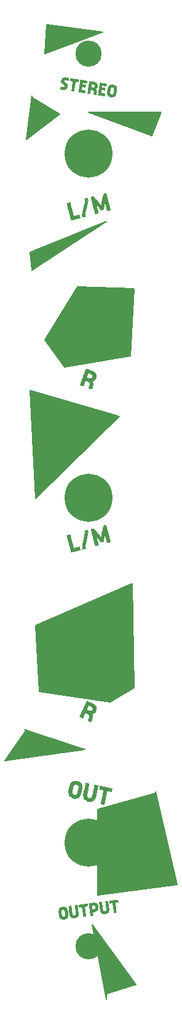
<source format=gbr>
G04 #@! TF.GenerationSoftware,KiCad,Pcbnew,(2018-02-10 revision a04965c)-master*
G04 #@! TF.CreationDate,2018-05-21T22:22:13-05:00*
G04 #@! TF.ProjectId,PSO_panel_rev1,50534F5F70616E656C5F726576312E6B,rev?*
G04 #@! TF.SameCoordinates,Original*
G04 #@! TF.FileFunction,Soldermask,Top*
G04 #@! TF.FilePolarity,Negative*
%FSLAX46Y46*%
G04 Gerber Fmt 4.6, Leading zero omitted, Abs format (unit mm)*
G04 Created by KiCad (PCBNEW (2018-02-10 revision a04965c)-master) date Monday, May 21, 2018 at 10:22:13 PM*
%MOMM*%
%LPD*%
G01*
G04 APERTURE LIST*
%ADD10C,0.150000*%
%ADD11C,0.010000*%
%ADD12C,6.600000*%
%ADD13C,3.600000*%
G04 APERTURE END LIST*
D10*
G36*
X-750000Y750000D02*
X7000000Y-250000D01*
X-1000000Y-3250000D01*
X-750000Y750000D01*
G37*
X-750000Y750000D02*
X7000000Y-250000D01*
X-1000000Y-3250000D01*
X-750000Y750000D01*
G36*
X-3750000Y-96000000D02*
X4500000Y-98750000D01*
X-6500000Y-100250000D01*
X-3500000Y-96000000D01*
X-3750000Y-96000000D01*
G37*
X-3750000Y-96000000D02*
X4500000Y-98750000D01*
X-6500000Y-100250000D01*
X-3500000Y-96000000D01*
X-3750000Y-96000000D01*
G36*
X14250000Y-104750000D02*
X6250000Y-107000000D01*
X6250000Y-118750000D01*
X17250000Y-117250000D01*
X14250000Y-104500000D01*
X14250000Y-104750000D01*
G37*
X14250000Y-104750000D02*
X6250000Y-107000000D01*
X6250000Y-118750000D01*
X17250000Y-117250000D01*
X14250000Y-104500000D01*
X14250000Y-104750000D01*
G36*
X-2250000Y-81750000D02*
X11000000Y-76000000D01*
X11250000Y-90250000D01*
X8000000Y-92250000D01*
X-1750000Y-90750000D01*
X-2250000Y-81750000D01*
G37*
X-2250000Y-81750000D02*
X11000000Y-76000000D01*
X11250000Y-90250000D01*
X8000000Y-92250000D01*
X-1750000Y-90750000D01*
X-2250000Y-81750000D01*
G36*
X-3000000Y-49500000D02*
X9250000Y-53000000D01*
X-2250000Y-64250000D01*
X-3000000Y-49500000D01*
G37*
X-3000000Y-49500000D02*
X9250000Y-53000000D01*
X-2250000Y-64250000D01*
X-3000000Y-49500000D01*
G36*
X-3000000Y-30500000D02*
X-2750000Y-33000000D01*
X7500000Y-26250000D01*
X-3000000Y-30500000D01*
G37*
X-3000000Y-30500000D02*
X-2750000Y-33000000D01*
X7500000Y-26250000D01*
X-3000000Y-30500000D01*
G36*
X3500000Y-35250000D02*
X11250000Y-35500000D01*
X10750000Y-44750000D01*
X1750000Y-46250000D01*
X-1000000Y-42500000D01*
X3500000Y-35250000D01*
G37*
X3500000Y-35250000D02*
X11250000Y-35500000D01*
X10750000Y-44750000D01*
X1750000Y-46250000D01*
X-1000000Y-42500000D01*
X3500000Y-35250000D01*
G36*
X7500000Y-133000000D02*
X5500000Y-122750000D01*
X11500000Y-131000000D01*
X7500000Y-132250000D01*
X7500000Y-133000000D01*
G37*
X7500000Y-133000000D02*
X5500000Y-122750000D01*
X11500000Y-131000000D01*
X7500000Y-132250000D01*
X7500000Y-133000000D01*
G36*
X-2750000Y-9250000D02*
X1000000Y-11500000D01*
X-3500000Y-15000000D01*
X-2750000Y-9000000D01*
X-2750000Y-9250000D01*
G37*
X-2750000Y-9250000D02*
X1000000Y-11500000D01*
X-3500000Y-15000000D01*
X-2750000Y-9000000D01*
X-2750000Y-9250000D01*
G36*
X13750000Y-14500000D02*
X5000000Y-11250000D01*
X15000000Y-11250000D01*
X13750000Y-14500000D01*
G37*
X13750000Y-14500000D02*
X5000000Y-11250000D01*
X15000000Y-11250000D01*
X13750000Y-14500000D01*
D11*
G36*
X1992916Y-6534940D02*
X2076108Y-6547555D01*
X2137373Y-6557414D01*
X2179927Y-6565373D01*
X2206987Y-6572291D01*
X2221766Y-6579025D01*
X2227481Y-6586432D01*
X2227346Y-6595371D01*
X2226916Y-6597350D01*
X2222505Y-6621315D01*
X2215886Y-6663162D01*
X2208191Y-6715593D01*
X2204606Y-6741224D01*
X2196258Y-6792154D01*
X2187187Y-6831913D01*
X2178791Y-6854972D01*
X2174995Y-6858535D01*
X2157885Y-6856594D01*
X2121001Y-6851420D01*
X2069652Y-6843785D01*
X2009146Y-6834461D01*
X2004845Y-6833787D01*
X1933115Y-6823243D01*
X1879756Y-6817486D01*
X1838253Y-6816229D01*
X1802088Y-6819180D01*
X1776245Y-6823639D01*
X1693715Y-6851163D01*
X1628163Y-6896809D01*
X1582576Y-6956418D01*
X1565307Y-6991393D01*
X1560839Y-7014752D01*
X1567668Y-7035868D01*
X1569324Y-7038968D01*
X1584116Y-7055035D01*
X1616258Y-7083191D01*
X1662435Y-7120760D01*
X1719332Y-7165065D01*
X1783634Y-7213429D01*
X1803358Y-7227951D01*
X2021319Y-7387653D01*
X2057988Y-7481951D01*
X2076318Y-7531267D01*
X2086230Y-7568089D01*
X2089062Y-7603040D01*
X2086152Y-7646741D01*
X2082648Y-7677850D01*
X2076634Y-7722166D01*
X2068818Y-7757960D01*
X2056546Y-7791700D01*
X2037161Y-7829857D01*
X2008009Y-7878901D01*
X1985015Y-7915783D01*
X1951535Y-7968148D01*
X1922050Y-8012517D01*
X1899564Y-8044489D01*
X1887085Y-8059660D01*
X1886514Y-8060077D01*
X1870310Y-8066176D01*
X1835852Y-8077000D01*
X1788807Y-8090954D01*
X1734844Y-8106443D01*
X1679628Y-8121875D01*
X1628830Y-8135654D01*
X1588117Y-8146186D01*
X1563156Y-8151877D01*
X1558300Y-8152398D01*
X1544332Y-8150047D01*
X1509301Y-8144395D01*
X1457235Y-8136083D01*
X1392161Y-8125755D01*
X1318108Y-8114054D01*
X1317622Y-8113977D01*
X1243629Y-8102099D01*
X1178712Y-8091277D01*
X1126870Y-8082209D01*
X1092102Y-8075597D01*
X1078406Y-8072139D01*
X1078392Y-8072125D01*
X1078488Y-8058960D01*
X1081786Y-8027135D01*
X1087404Y-7982756D01*
X1094459Y-7931928D01*
X1102066Y-7880755D01*
X1109344Y-7835343D01*
X1115409Y-7801797D01*
X1119377Y-7786223D01*
X1119811Y-7785800D01*
X1132736Y-7787627D01*
X1166090Y-7792637D01*
X1215203Y-7800120D01*
X1275403Y-7809368D01*
X1292922Y-7812071D01*
X1391201Y-7825449D01*
X1469550Y-7831452D01*
X1532452Y-7829724D01*
X1584390Y-7819907D01*
X1629846Y-7801643D01*
X1661647Y-7782682D01*
X1707461Y-7744216D01*
X1741204Y-7700677D01*
X1759867Y-7657486D01*
X1760440Y-7620068D01*
X1756829Y-7611137D01*
X1742508Y-7595687D01*
X1710824Y-7568081D01*
X1665056Y-7530960D01*
X1608484Y-7486965D01*
X1544390Y-7438738D01*
X1524110Y-7423784D01*
X1305993Y-7263713D01*
X1266521Y-7160344D01*
X1247632Y-7109539D01*
X1236904Y-7073257D01*
X1233231Y-7042373D01*
X1235513Y-7007760D01*
X1242473Y-6961354D01*
X1251053Y-6916321D01*
X1262510Y-6877504D01*
X1279820Y-6838053D01*
X1305959Y-6791119D01*
X1341302Y-6733963D01*
X1377133Y-6680130D01*
X1410916Y-6634345D01*
X1438956Y-6601344D01*
X1456578Y-6586305D01*
X1481941Y-6576418D01*
X1525129Y-6562327D01*
X1579373Y-6546164D01*
X1620610Y-6534673D01*
X1752771Y-6498929D01*
X1992916Y-6534940D01*
X1992916Y-6534940D01*
G37*
X1992916Y-6534940D02*
X2076108Y-6547555D01*
X2137373Y-6557414D01*
X2179927Y-6565373D01*
X2206987Y-6572291D01*
X2221766Y-6579025D01*
X2227481Y-6586432D01*
X2227346Y-6595371D01*
X2226916Y-6597350D01*
X2222505Y-6621315D01*
X2215886Y-6663162D01*
X2208191Y-6715593D01*
X2204606Y-6741224D01*
X2196258Y-6792154D01*
X2187187Y-6831913D01*
X2178791Y-6854972D01*
X2174995Y-6858535D01*
X2157885Y-6856594D01*
X2121001Y-6851420D01*
X2069652Y-6843785D01*
X2009146Y-6834461D01*
X2004845Y-6833787D01*
X1933115Y-6823243D01*
X1879756Y-6817486D01*
X1838253Y-6816229D01*
X1802088Y-6819180D01*
X1776245Y-6823639D01*
X1693715Y-6851163D01*
X1628163Y-6896809D01*
X1582576Y-6956418D01*
X1565307Y-6991393D01*
X1560839Y-7014752D01*
X1567668Y-7035868D01*
X1569324Y-7038968D01*
X1584116Y-7055035D01*
X1616258Y-7083191D01*
X1662435Y-7120760D01*
X1719332Y-7165065D01*
X1783634Y-7213429D01*
X1803358Y-7227951D01*
X2021319Y-7387653D01*
X2057988Y-7481951D01*
X2076318Y-7531267D01*
X2086230Y-7568089D01*
X2089062Y-7603040D01*
X2086152Y-7646741D01*
X2082648Y-7677850D01*
X2076634Y-7722166D01*
X2068818Y-7757960D01*
X2056546Y-7791700D01*
X2037161Y-7829857D01*
X2008009Y-7878901D01*
X1985015Y-7915783D01*
X1951535Y-7968148D01*
X1922050Y-8012517D01*
X1899564Y-8044489D01*
X1887085Y-8059660D01*
X1886514Y-8060077D01*
X1870310Y-8066176D01*
X1835852Y-8077000D01*
X1788807Y-8090954D01*
X1734844Y-8106443D01*
X1679628Y-8121875D01*
X1628830Y-8135654D01*
X1588117Y-8146186D01*
X1563156Y-8151877D01*
X1558300Y-8152398D01*
X1544332Y-8150047D01*
X1509301Y-8144395D01*
X1457235Y-8136083D01*
X1392161Y-8125755D01*
X1318108Y-8114054D01*
X1317622Y-8113977D01*
X1243629Y-8102099D01*
X1178712Y-8091277D01*
X1126870Y-8082209D01*
X1092102Y-8075597D01*
X1078406Y-8072139D01*
X1078392Y-8072125D01*
X1078488Y-8058960D01*
X1081786Y-8027135D01*
X1087404Y-7982756D01*
X1094459Y-7931928D01*
X1102066Y-7880755D01*
X1109344Y-7835343D01*
X1115409Y-7801797D01*
X1119377Y-7786223D01*
X1119811Y-7785800D01*
X1132736Y-7787627D01*
X1166090Y-7792637D01*
X1215203Y-7800120D01*
X1275403Y-7809368D01*
X1292922Y-7812071D01*
X1391201Y-7825449D01*
X1469550Y-7831452D01*
X1532452Y-7829724D01*
X1584390Y-7819907D01*
X1629846Y-7801643D01*
X1661647Y-7782682D01*
X1707461Y-7744216D01*
X1741204Y-7700677D01*
X1759867Y-7657486D01*
X1760440Y-7620068D01*
X1756829Y-7611137D01*
X1742508Y-7595687D01*
X1710824Y-7568081D01*
X1665056Y-7530960D01*
X1608484Y-7486965D01*
X1544390Y-7438738D01*
X1524110Y-7423784D01*
X1305993Y-7263713D01*
X1266521Y-7160344D01*
X1247632Y-7109539D01*
X1236904Y-7073257D01*
X1233231Y-7042373D01*
X1235513Y-7007760D01*
X1242473Y-6961354D01*
X1251053Y-6916321D01*
X1262510Y-6877504D01*
X1279820Y-6838053D01*
X1305959Y-6791119D01*
X1341302Y-6733963D01*
X1377133Y-6680130D01*
X1410916Y-6634345D01*
X1438956Y-6601344D01*
X1456578Y-6586305D01*
X1481941Y-6576418D01*
X1525129Y-6562327D01*
X1579373Y-6546164D01*
X1620610Y-6534673D01*
X1752771Y-6498929D01*
X1992916Y-6534940D01*
G36*
X2487776Y-6612260D02*
X2523052Y-6616566D01*
X2577310Y-6623951D01*
X2647501Y-6633945D01*
X2730575Y-6646081D01*
X2823482Y-6659891D01*
X2923175Y-6674907D01*
X3026602Y-6690661D01*
X3130715Y-6706685D01*
X3232465Y-6722511D01*
X3328801Y-6737671D01*
X3416675Y-6751697D01*
X3493037Y-6764122D01*
X3554838Y-6774476D01*
X3599028Y-6782293D01*
X3622559Y-6787104D01*
X3625572Y-6788139D01*
X3626421Y-6802388D01*
X3623972Y-6835323D01*
X3619074Y-6880572D01*
X3612579Y-6931762D01*
X3605336Y-6982521D01*
X3598195Y-7026476D01*
X3592007Y-7057254D01*
X3588203Y-7068229D01*
X3574700Y-7067974D01*
X3540379Y-7064223D01*
X3489502Y-7057528D01*
X3426326Y-7048439D01*
X3376405Y-7040844D01*
X3307194Y-7030374D01*
X3247368Y-7021865D01*
X3201154Y-7015873D01*
X3172779Y-7012958D01*
X3165780Y-7013063D01*
X3163242Y-7026097D01*
X3157304Y-7061887D01*
X3148332Y-7118070D01*
X3136695Y-7192285D01*
X3122758Y-7282167D01*
X3106891Y-7385356D01*
X3089461Y-7499487D01*
X3070835Y-7622199D01*
X3064341Y-7665150D01*
X3045283Y-7790937D01*
X3027203Y-7909518D01*
X3010484Y-8018444D01*
X2995505Y-8115263D01*
X2982649Y-8197527D01*
X2972297Y-8262786D01*
X2964831Y-8308590D01*
X2960631Y-8332488D01*
X2960049Y-8335075D01*
X2955353Y-8345770D01*
X2946033Y-8352264D01*
X2928086Y-8354551D01*
X2897507Y-8352628D01*
X2850293Y-8346488D01*
X2782440Y-8336128D01*
X2774325Y-8334853D01*
X2721983Y-8325888D01*
X2680591Y-8317402D01*
X2655512Y-8310576D01*
X2650500Y-8307600D01*
X2652360Y-8293917D01*
X2657704Y-8257470D01*
X2666180Y-8200604D01*
X2677434Y-8125662D01*
X2691113Y-8034989D01*
X2706864Y-7930930D01*
X2724332Y-7815828D01*
X2743166Y-7692028D01*
X2751981Y-7634175D01*
X2771228Y-7507390D01*
X2789136Y-7388369D01*
X2805367Y-7279438D01*
X2819581Y-7182922D01*
X2831440Y-7101147D01*
X2840605Y-7036440D01*
X2846737Y-6991125D01*
X2849498Y-6967529D01*
X2849545Y-6964612D01*
X2836316Y-6961422D01*
X2802291Y-6955138D01*
X2751784Y-6946504D01*
X2689107Y-6936266D01*
X2644856Y-6929256D01*
X2576367Y-6918177D01*
X2517021Y-6907906D01*
X2471221Y-6899259D01*
X2443372Y-6893051D01*
X2437033Y-6890766D01*
X2436322Y-6876665D01*
X2438882Y-6843871D01*
X2443859Y-6798755D01*
X2450395Y-6747687D01*
X2457637Y-6697036D01*
X2464729Y-6653173D01*
X2470815Y-6622468D01*
X2474532Y-6611499D01*
X2487776Y-6612260D01*
X2487776Y-6612260D01*
G37*
X2487776Y-6612260D02*
X2523052Y-6616566D01*
X2577310Y-6623951D01*
X2647501Y-6633945D01*
X2730575Y-6646081D01*
X2823482Y-6659891D01*
X2923175Y-6674907D01*
X3026602Y-6690661D01*
X3130715Y-6706685D01*
X3232465Y-6722511D01*
X3328801Y-6737671D01*
X3416675Y-6751697D01*
X3493037Y-6764122D01*
X3554838Y-6774476D01*
X3599028Y-6782293D01*
X3622559Y-6787104D01*
X3625572Y-6788139D01*
X3626421Y-6802388D01*
X3623972Y-6835323D01*
X3619074Y-6880572D01*
X3612579Y-6931762D01*
X3605336Y-6982521D01*
X3598195Y-7026476D01*
X3592007Y-7057254D01*
X3588203Y-7068229D01*
X3574700Y-7067974D01*
X3540379Y-7064223D01*
X3489502Y-7057528D01*
X3426326Y-7048439D01*
X3376405Y-7040844D01*
X3307194Y-7030374D01*
X3247368Y-7021865D01*
X3201154Y-7015873D01*
X3172779Y-7012958D01*
X3165780Y-7013063D01*
X3163242Y-7026097D01*
X3157304Y-7061887D01*
X3148332Y-7118070D01*
X3136695Y-7192285D01*
X3122758Y-7282167D01*
X3106891Y-7385356D01*
X3089461Y-7499487D01*
X3070835Y-7622199D01*
X3064341Y-7665150D01*
X3045283Y-7790937D01*
X3027203Y-7909518D01*
X3010484Y-8018444D01*
X2995505Y-8115263D01*
X2982649Y-8197527D01*
X2972297Y-8262786D01*
X2964831Y-8308590D01*
X2960631Y-8332488D01*
X2960049Y-8335075D01*
X2955353Y-8345770D01*
X2946033Y-8352264D01*
X2928086Y-8354551D01*
X2897507Y-8352628D01*
X2850293Y-8346488D01*
X2782440Y-8336128D01*
X2774325Y-8334853D01*
X2721983Y-8325888D01*
X2680591Y-8317402D01*
X2655512Y-8310576D01*
X2650500Y-8307600D01*
X2652360Y-8293917D01*
X2657704Y-8257470D01*
X2666180Y-8200604D01*
X2677434Y-8125662D01*
X2691113Y-8034989D01*
X2706864Y-7930930D01*
X2724332Y-7815828D01*
X2743166Y-7692028D01*
X2751981Y-7634175D01*
X2771228Y-7507390D01*
X2789136Y-7388369D01*
X2805367Y-7279438D01*
X2819581Y-7182922D01*
X2831440Y-7101147D01*
X2840605Y-7036440D01*
X2846737Y-6991125D01*
X2849498Y-6967529D01*
X2849545Y-6964612D01*
X2836316Y-6961422D01*
X2802291Y-6955138D01*
X2751784Y-6946504D01*
X2689107Y-6936266D01*
X2644856Y-6929256D01*
X2576367Y-6918177D01*
X2517021Y-6907906D01*
X2471221Y-6899259D01*
X2443372Y-6893051D01*
X2437033Y-6890766D01*
X2436322Y-6876665D01*
X2438882Y-6843871D01*
X2443859Y-6798755D01*
X2450395Y-6747687D01*
X2457637Y-6697036D01*
X2464729Y-6653173D01*
X2470815Y-6622468D01*
X2474532Y-6611499D01*
X2487776Y-6612260D01*
G36*
X3902154Y-6823928D02*
X3937191Y-6828314D01*
X3991583Y-6835757D01*
X4062456Y-6845848D01*
X4146938Y-6858181D01*
X4242154Y-6872347D01*
X4329612Y-6885558D01*
X4766825Y-6952049D01*
X4746273Y-7089080D01*
X4737260Y-7145384D01*
X4728731Y-7191970D01*
X4721761Y-7223345D01*
X4717992Y-7233840D01*
X4704398Y-7233786D01*
X4670116Y-7230475D01*
X4619563Y-7224519D01*
X4557154Y-7216528D01*
X4487305Y-7207114D01*
X4414433Y-7196888D01*
X4342953Y-7186462D01*
X4277282Y-7176445D01*
X4221834Y-7167451D01*
X4181028Y-7160089D01*
X4172603Y-7158355D01*
X4162716Y-7160081D01*
X4154436Y-7172610D01*
X4146547Y-7199810D01*
X4137832Y-7245543D01*
X4130223Y-7293034D01*
X4122079Y-7349413D01*
X4116385Y-7395870D01*
X4113723Y-7427101D01*
X4114294Y-7437727D01*
X4128025Y-7441274D01*
X4162809Y-7447768D01*
X4214561Y-7456517D01*
X4279196Y-7466827D01*
X4347174Y-7477195D01*
X4419763Y-7488066D01*
X4482954Y-7497584D01*
X4532755Y-7505143D01*
X4565174Y-7510138D01*
X4576232Y-7511953D01*
X4575798Y-7524255D01*
X4571587Y-7555352D01*
X4564673Y-7599106D01*
X4556130Y-7649380D01*
X4547033Y-7700036D01*
X4538457Y-7744938D01*
X4531475Y-7777948D01*
X4527163Y-7792928D01*
X4527005Y-7793127D01*
X4512607Y-7793756D01*
X4477274Y-7790861D01*
X4425156Y-7784911D01*
X4360403Y-7776374D01*
X4294995Y-7766904D01*
X4222709Y-7756284D01*
X4159622Y-7747508D01*
X4109806Y-7741104D01*
X4077336Y-7737599D01*
X4066305Y-7737361D01*
X4062197Y-7751738D01*
X4055717Y-7786260D01*
X4047541Y-7836111D01*
X4038341Y-7896474D01*
X4028792Y-7962532D01*
X4019566Y-8029467D01*
X4011339Y-8092463D01*
X4004782Y-8146703D01*
X4000571Y-8187370D01*
X3999378Y-8209647D01*
X3999878Y-8212312D01*
X4014147Y-8216414D01*
X4049757Y-8223596D01*
X4102929Y-8233187D01*
X4169885Y-8244512D01*
X4246843Y-8256899D01*
X4275405Y-8261355D01*
X4354982Y-8273963D01*
X4425887Y-8285757D01*
X4484339Y-8296061D01*
X4526555Y-8304200D01*
X4548752Y-8309500D01*
X4551090Y-8310557D01*
X4551661Y-8324483D01*
X4549052Y-8357165D01*
X4544101Y-8402281D01*
X4537646Y-8453506D01*
X4530525Y-8504518D01*
X4523574Y-8548992D01*
X4517631Y-8580605D01*
X4513685Y-8592963D01*
X4500975Y-8591529D01*
X4466062Y-8586659D01*
X4411845Y-8578783D01*
X4341226Y-8568328D01*
X4257104Y-8555725D01*
X4162382Y-8541400D01*
X4082774Y-8529273D01*
X3981499Y-8513623D01*
X3888343Y-8498891D01*
X3806252Y-8485569D01*
X3738171Y-8474148D01*
X3687046Y-8465122D01*
X3655823Y-8458981D01*
X3647193Y-8456526D01*
X3648100Y-8443452D01*
X3652461Y-8407824D01*
X3659898Y-8352200D01*
X3670030Y-8279136D01*
X3682480Y-8191189D01*
X3696867Y-8090914D01*
X3712814Y-7980867D01*
X3729942Y-7863606D01*
X3747871Y-7741687D01*
X3766222Y-7617666D01*
X3784616Y-7494099D01*
X3802675Y-7373542D01*
X3820020Y-7258553D01*
X3836271Y-7151687D01*
X3851049Y-7055500D01*
X3863977Y-6972550D01*
X3874674Y-6905392D01*
X3882762Y-6856582D01*
X3887861Y-6828678D01*
X3889347Y-6823008D01*
X3902154Y-6823928D01*
X3902154Y-6823928D01*
G37*
X3902154Y-6823928D02*
X3937191Y-6828314D01*
X3991583Y-6835757D01*
X4062456Y-6845848D01*
X4146938Y-6858181D01*
X4242154Y-6872347D01*
X4329612Y-6885558D01*
X4766825Y-6952049D01*
X4746273Y-7089080D01*
X4737260Y-7145384D01*
X4728731Y-7191970D01*
X4721761Y-7223345D01*
X4717992Y-7233840D01*
X4704398Y-7233786D01*
X4670116Y-7230475D01*
X4619563Y-7224519D01*
X4557154Y-7216528D01*
X4487305Y-7207114D01*
X4414433Y-7196888D01*
X4342953Y-7186462D01*
X4277282Y-7176445D01*
X4221834Y-7167451D01*
X4181028Y-7160089D01*
X4172603Y-7158355D01*
X4162716Y-7160081D01*
X4154436Y-7172610D01*
X4146547Y-7199810D01*
X4137832Y-7245543D01*
X4130223Y-7293034D01*
X4122079Y-7349413D01*
X4116385Y-7395870D01*
X4113723Y-7427101D01*
X4114294Y-7437727D01*
X4128025Y-7441274D01*
X4162809Y-7447768D01*
X4214561Y-7456517D01*
X4279196Y-7466827D01*
X4347174Y-7477195D01*
X4419763Y-7488066D01*
X4482954Y-7497584D01*
X4532755Y-7505143D01*
X4565174Y-7510138D01*
X4576232Y-7511953D01*
X4575798Y-7524255D01*
X4571587Y-7555352D01*
X4564673Y-7599106D01*
X4556130Y-7649380D01*
X4547033Y-7700036D01*
X4538457Y-7744938D01*
X4531475Y-7777948D01*
X4527163Y-7792928D01*
X4527005Y-7793127D01*
X4512607Y-7793756D01*
X4477274Y-7790861D01*
X4425156Y-7784911D01*
X4360403Y-7776374D01*
X4294995Y-7766904D01*
X4222709Y-7756284D01*
X4159622Y-7747508D01*
X4109806Y-7741104D01*
X4077336Y-7737599D01*
X4066305Y-7737361D01*
X4062197Y-7751738D01*
X4055717Y-7786260D01*
X4047541Y-7836111D01*
X4038341Y-7896474D01*
X4028792Y-7962532D01*
X4019566Y-8029467D01*
X4011339Y-8092463D01*
X4004782Y-8146703D01*
X4000571Y-8187370D01*
X3999378Y-8209647D01*
X3999878Y-8212312D01*
X4014147Y-8216414D01*
X4049757Y-8223596D01*
X4102929Y-8233187D01*
X4169885Y-8244512D01*
X4246843Y-8256899D01*
X4275405Y-8261355D01*
X4354982Y-8273963D01*
X4425887Y-8285757D01*
X4484339Y-8296061D01*
X4526555Y-8304200D01*
X4548752Y-8309500D01*
X4551090Y-8310557D01*
X4551661Y-8324483D01*
X4549052Y-8357165D01*
X4544101Y-8402281D01*
X4537646Y-8453506D01*
X4530525Y-8504518D01*
X4523574Y-8548992D01*
X4517631Y-8580605D01*
X4513685Y-8592963D01*
X4500975Y-8591529D01*
X4466062Y-8586659D01*
X4411845Y-8578783D01*
X4341226Y-8568328D01*
X4257104Y-8555725D01*
X4162382Y-8541400D01*
X4082774Y-8529273D01*
X3981499Y-8513623D01*
X3888343Y-8498891D01*
X3806252Y-8485569D01*
X3738171Y-8474148D01*
X3687046Y-8465122D01*
X3655823Y-8458981D01*
X3647193Y-8456526D01*
X3648100Y-8443452D01*
X3652461Y-8407824D01*
X3659898Y-8352200D01*
X3670030Y-8279136D01*
X3682480Y-8191189D01*
X3696867Y-8090914D01*
X3712814Y-7980867D01*
X3729942Y-7863606D01*
X3747871Y-7741687D01*
X3766222Y-7617666D01*
X3784616Y-7494099D01*
X3802675Y-7373542D01*
X3820020Y-7258553D01*
X3836271Y-7151687D01*
X3851049Y-7055500D01*
X3863977Y-6972550D01*
X3874674Y-6905392D01*
X3882762Y-6856582D01*
X3887861Y-6828678D01*
X3889347Y-6823008D01*
X3902154Y-6823928D01*
G36*
X5131220Y-7016547D02*
X5166609Y-7020449D01*
X5220712Y-7027404D01*
X5290336Y-7036984D01*
X5372289Y-7048760D01*
X5463380Y-7062300D01*
X5485330Y-7065625D01*
X5847382Y-7120663D01*
X5972966Y-7201185D01*
X6023974Y-7234769D01*
X6067772Y-7265237D01*
X6099428Y-7289052D01*
X6113538Y-7301979D01*
X6122482Y-7321691D01*
X6135816Y-7360471D01*
X6151751Y-7412752D01*
X6168500Y-7472963D01*
X6168821Y-7474171D01*
X6185639Y-7538817D01*
X6196363Y-7585773D01*
X6201674Y-7621829D01*
X6202254Y-7653773D01*
X6198784Y-7688394D01*
X6193673Y-7721821D01*
X6183561Y-7774829D01*
X6170478Y-7814330D01*
X6149671Y-7850939D01*
X6116386Y-7895272D01*
X6115504Y-7896381D01*
X6077581Y-7940927D01*
X6037518Y-7983099D01*
X6003749Y-8014037D01*
X6002639Y-8014923D01*
X5968016Y-8047860D01*
X5954972Y-8078696D01*
X5962636Y-8114057D01*
X5984558Y-8152288D01*
X6004884Y-8188168D01*
X6028832Y-8237984D01*
X6051618Y-8291704D01*
X6054171Y-8298259D01*
X6091725Y-8395786D01*
X6060212Y-8600137D01*
X6049598Y-8669632D01*
X6040509Y-8730416D01*
X6033599Y-8778012D01*
X6029521Y-8807942D01*
X6028700Y-8815844D01*
X6027098Y-8821532D01*
X6019728Y-8824526D01*
X6002741Y-8824568D01*
X5972286Y-8821402D01*
X5924516Y-8814771D01*
X5855581Y-8804418D01*
X5854075Y-8804188D01*
X5801207Y-8796544D01*
X5764004Y-8789599D01*
X5740375Y-8779287D01*
X5728228Y-8761543D01*
X5725472Y-8732302D01*
X5730015Y-8687498D01*
X5739767Y-8623067D01*
X5744587Y-8591361D01*
X5755707Y-8500833D01*
X5758329Y-8429489D01*
X5751911Y-8372390D01*
X5735913Y-8324599D01*
X5710698Y-8282422D01*
X5667612Y-8236422D01*
X5610290Y-8199720D01*
X5535499Y-8170841D01*
X5440005Y-8148307D01*
X5402851Y-8141926D01*
X5334827Y-8132128D01*
X5289658Y-8128128D01*
X5265494Y-8129821D01*
X5260203Y-8133830D01*
X5257162Y-8150015D01*
X5251016Y-8187471D01*
X5242368Y-8242339D01*
X5231824Y-8310762D01*
X5219989Y-8388883D01*
X5215206Y-8420800D01*
X5203202Y-8500750D01*
X5192444Y-8571670D01*
X5183494Y-8629912D01*
X5176915Y-8671827D01*
X5173269Y-8693767D01*
X5172751Y-8696143D01*
X5160185Y-8695576D01*
X5128537Y-8691611D01*
X5083752Y-8685186D01*
X5031775Y-8677242D01*
X4978551Y-8668717D01*
X4930024Y-8660551D01*
X4892140Y-8653684D01*
X4870844Y-8649054D01*
X4868301Y-8648038D01*
X4869398Y-8634937D01*
X4874037Y-8599297D01*
X4881827Y-8543676D01*
X4892379Y-8470629D01*
X4905300Y-8382711D01*
X4920201Y-8282478D01*
X4936691Y-8172487D01*
X4954379Y-8055293D01*
X4972874Y-7933451D01*
X4988498Y-7831061D01*
X5308596Y-7831061D01*
X5321211Y-7833502D01*
X5352632Y-7838713D01*
X5396542Y-7845714D01*
X5446627Y-7853525D01*
X5496569Y-7861167D01*
X5540053Y-7867661D01*
X5570762Y-7872026D01*
X5580399Y-7873213D01*
X5600739Y-7871548D01*
X5636416Y-7865673D01*
X5662949Y-7860378D01*
X5743680Y-7832212D01*
X5808471Y-7786340D01*
X5854707Y-7724634D01*
X5855912Y-7722300D01*
X5873177Y-7684062D01*
X5878535Y-7654071D01*
X5873739Y-7619159D01*
X5871130Y-7608000D01*
X5846949Y-7540073D01*
X5809185Y-7485052D01*
X5755411Y-7441282D01*
X5683198Y-7407110D01*
X5590119Y-7380880D01*
X5518046Y-7367428D01*
X5382042Y-7345742D01*
X5375320Y-7378446D01*
X5370579Y-7404852D01*
X5363519Y-7448303D01*
X5354853Y-7503971D01*
X5345291Y-7567031D01*
X5335546Y-7632654D01*
X5326328Y-7696015D01*
X5318351Y-7752286D01*
X5312324Y-7796640D01*
X5308960Y-7824251D01*
X5308596Y-7831061D01*
X4988498Y-7831061D01*
X4991786Y-7809518D01*
X5010725Y-7686050D01*
X5029299Y-7565602D01*
X5047118Y-7450730D01*
X5063791Y-7343990D01*
X5078928Y-7247938D01*
X5092138Y-7165129D01*
X5103030Y-7098119D01*
X5111214Y-7049465D01*
X5116298Y-7021722D01*
X5117736Y-7016130D01*
X5131220Y-7016547D01*
X5131220Y-7016547D01*
G37*
X5131220Y-7016547D02*
X5166609Y-7020449D01*
X5220712Y-7027404D01*
X5290336Y-7036984D01*
X5372289Y-7048760D01*
X5463380Y-7062300D01*
X5485330Y-7065625D01*
X5847382Y-7120663D01*
X5972966Y-7201185D01*
X6023974Y-7234769D01*
X6067772Y-7265237D01*
X6099428Y-7289052D01*
X6113538Y-7301979D01*
X6122482Y-7321691D01*
X6135816Y-7360471D01*
X6151751Y-7412752D01*
X6168500Y-7472963D01*
X6168821Y-7474171D01*
X6185639Y-7538817D01*
X6196363Y-7585773D01*
X6201674Y-7621829D01*
X6202254Y-7653773D01*
X6198784Y-7688394D01*
X6193673Y-7721821D01*
X6183561Y-7774829D01*
X6170478Y-7814330D01*
X6149671Y-7850939D01*
X6116386Y-7895272D01*
X6115504Y-7896381D01*
X6077581Y-7940927D01*
X6037518Y-7983099D01*
X6003749Y-8014037D01*
X6002639Y-8014923D01*
X5968016Y-8047860D01*
X5954972Y-8078696D01*
X5962636Y-8114057D01*
X5984558Y-8152288D01*
X6004884Y-8188168D01*
X6028832Y-8237984D01*
X6051618Y-8291704D01*
X6054171Y-8298259D01*
X6091725Y-8395786D01*
X6060212Y-8600137D01*
X6049598Y-8669632D01*
X6040509Y-8730416D01*
X6033599Y-8778012D01*
X6029521Y-8807942D01*
X6028700Y-8815844D01*
X6027098Y-8821532D01*
X6019728Y-8824526D01*
X6002741Y-8824568D01*
X5972286Y-8821402D01*
X5924516Y-8814771D01*
X5855581Y-8804418D01*
X5854075Y-8804188D01*
X5801207Y-8796544D01*
X5764004Y-8789599D01*
X5740375Y-8779287D01*
X5728228Y-8761543D01*
X5725472Y-8732302D01*
X5730015Y-8687498D01*
X5739767Y-8623067D01*
X5744587Y-8591361D01*
X5755707Y-8500833D01*
X5758329Y-8429489D01*
X5751911Y-8372390D01*
X5735913Y-8324599D01*
X5710698Y-8282422D01*
X5667612Y-8236422D01*
X5610290Y-8199720D01*
X5535499Y-8170841D01*
X5440005Y-8148307D01*
X5402851Y-8141926D01*
X5334827Y-8132128D01*
X5289658Y-8128128D01*
X5265494Y-8129821D01*
X5260203Y-8133830D01*
X5257162Y-8150015D01*
X5251016Y-8187471D01*
X5242368Y-8242339D01*
X5231824Y-8310762D01*
X5219989Y-8388883D01*
X5215206Y-8420800D01*
X5203202Y-8500750D01*
X5192444Y-8571670D01*
X5183494Y-8629912D01*
X5176915Y-8671827D01*
X5173269Y-8693767D01*
X5172751Y-8696143D01*
X5160185Y-8695576D01*
X5128537Y-8691611D01*
X5083752Y-8685186D01*
X5031775Y-8677242D01*
X4978551Y-8668717D01*
X4930024Y-8660551D01*
X4892140Y-8653684D01*
X4870844Y-8649054D01*
X4868301Y-8648038D01*
X4869398Y-8634937D01*
X4874037Y-8599297D01*
X4881827Y-8543676D01*
X4892379Y-8470629D01*
X4905300Y-8382711D01*
X4920201Y-8282478D01*
X4936691Y-8172487D01*
X4954379Y-8055293D01*
X4972874Y-7933451D01*
X4988498Y-7831061D01*
X5308596Y-7831061D01*
X5321211Y-7833502D01*
X5352632Y-7838713D01*
X5396542Y-7845714D01*
X5446627Y-7853525D01*
X5496569Y-7861167D01*
X5540053Y-7867661D01*
X5570762Y-7872026D01*
X5580399Y-7873213D01*
X5600739Y-7871548D01*
X5636416Y-7865673D01*
X5662949Y-7860378D01*
X5743680Y-7832212D01*
X5808471Y-7786340D01*
X5854707Y-7724634D01*
X5855912Y-7722300D01*
X5873177Y-7684062D01*
X5878535Y-7654071D01*
X5873739Y-7619159D01*
X5871130Y-7608000D01*
X5846949Y-7540073D01*
X5809185Y-7485052D01*
X5755411Y-7441282D01*
X5683198Y-7407110D01*
X5590119Y-7380880D01*
X5518046Y-7367428D01*
X5382042Y-7345742D01*
X5375320Y-7378446D01*
X5370579Y-7404852D01*
X5363519Y-7448303D01*
X5354853Y-7503971D01*
X5345291Y-7567031D01*
X5335546Y-7632654D01*
X5326328Y-7696015D01*
X5318351Y-7752286D01*
X5312324Y-7796640D01*
X5308960Y-7824251D01*
X5308596Y-7831061D01*
X4988498Y-7831061D01*
X4991786Y-7809518D01*
X5010725Y-7686050D01*
X5029299Y-7565602D01*
X5047118Y-7450730D01*
X5063791Y-7343990D01*
X5078928Y-7247938D01*
X5092138Y-7165129D01*
X5103030Y-7098119D01*
X5111214Y-7049465D01*
X5116298Y-7021722D01*
X5117736Y-7016130D01*
X5131220Y-7016547D01*
G36*
X6590788Y-7234885D02*
X6625670Y-7239388D01*
X6678582Y-7246869D01*
X6746006Y-7256778D01*
X6824422Y-7268567D01*
X6910310Y-7281688D01*
X7000150Y-7295591D01*
X7090423Y-7309728D01*
X7177608Y-7323550D01*
X7258185Y-7336508D01*
X7328636Y-7348053D01*
X7385440Y-7357637D01*
X7425077Y-7364711D01*
X7444028Y-7368726D01*
X7445114Y-7369181D01*
X7445894Y-7383569D01*
X7443115Y-7417718D01*
X7437316Y-7466322D01*
X7430131Y-7516914D01*
X7420522Y-7578116D01*
X7412901Y-7618243D01*
X7405818Y-7641389D01*
X7397827Y-7651644D01*
X7387477Y-7653103D01*
X7382277Y-7652123D01*
X7352254Y-7646280D01*
X7304994Y-7638339D01*
X7244990Y-7628936D01*
X7176734Y-7618706D01*
X7104719Y-7608283D01*
X7033435Y-7598303D01*
X6967375Y-7589400D01*
X6911032Y-7582210D01*
X6868896Y-7577368D01*
X6845461Y-7575509D01*
X6842263Y-7575778D01*
X6837597Y-7589346D01*
X6830856Y-7621666D01*
X6823030Y-7666273D01*
X6815108Y-7716704D01*
X6808081Y-7766496D01*
X6802939Y-7809186D01*
X6800672Y-7838310D01*
X6800917Y-7845712D01*
X6813341Y-7850634D01*
X6846884Y-7858384D01*
X6897520Y-7868176D01*
X6961228Y-7879230D01*
X7026494Y-7889620D01*
X7098832Y-7900922D01*
X7162043Y-7911250D01*
X7212018Y-7919898D01*
X7244649Y-7926155D01*
X7255781Y-7929148D01*
X7255714Y-7942373D01*
X7252644Y-7974464D01*
X7247407Y-8019179D01*
X7240834Y-8070275D01*
X7233759Y-8121510D01*
X7227015Y-8166641D01*
X7221434Y-8199427D01*
X7217851Y-8213623D01*
X7217813Y-8213666D01*
X7205182Y-8212566D01*
X7171456Y-8208040D01*
X7120623Y-8200667D01*
X7056669Y-8191024D01*
X6987250Y-8180264D01*
X6914283Y-8169099D01*
X6850406Y-8159864D01*
X6799667Y-8153101D01*
X6766118Y-8149350D01*
X6753865Y-8149065D01*
X6750868Y-8161899D01*
X6744764Y-8195076D01*
X6736326Y-8243834D01*
X6726326Y-8303415D01*
X6715538Y-8369059D01*
X6704734Y-8436005D01*
X6694689Y-8499495D01*
X6686174Y-8554768D01*
X6679965Y-8597065D01*
X6676832Y-8621626D01*
X6676612Y-8624670D01*
X6688533Y-8628459D01*
X6722076Y-8635243D01*
X6773718Y-8644412D01*
X6839939Y-8655354D01*
X6917217Y-8667457D01*
X6963006Y-8674366D01*
X7054944Y-8688160D01*
X7124701Y-8699056D01*
X7175239Y-8707782D01*
X7209518Y-8715070D01*
X7230496Y-8721648D01*
X7241135Y-8728248D01*
X7244393Y-8735600D01*
X7243443Y-8743546D01*
X7239019Y-8767560D01*
X7232390Y-8809450D01*
X7224689Y-8861908D01*
X7221106Y-8887525D01*
X7212977Y-8942747D01*
X7205931Y-8977333D01*
X7198287Y-8995896D01*
X7188366Y-9003048D01*
X7178795Y-9003719D01*
X7160279Y-9001519D01*
X7119835Y-8995870D01*
X7060633Y-8987241D01*
X6985842Y-8976104D01*
X6898629Y-8962928D01*
X6802164Y-8948184D01*
X6737005Y-8938138D01*
X6623961Y-8920588D01*
X6533554Y-8906305D01*
X6463310Y-8894742D01*
X6410752Y-8885348D01*
X6373407Y-8877577D01*
X6348799Y-8870879D01*
X6334455Y-8864706D01*
X6327897Y-8858508D01*
X6326653Y-8851738D01*
X6327389Y-8847343D01*
X6330312Y-8830400D01*
X6336689Y-8790554D01*
X6346181Y-8730017D01*
X6358445Y-8651002D01*
X6373140Y-8555720D01*
X6389927Y-8446385D01*
X6408463Y-8325206D01*
X6428407Y-8194398D01*
X6449420Y-8056172D01*
X6453592Y-8028674D01*
X6474667Y-7890087D01*
X6494680Y-7759130D01*
X6513301Y-7637928D01*
X6530197Y-7528608D01*
X6545037Y-7433295D01*
X6557490Y-7354117D01*
X6567225Y-7293197D01*
X6573911Y-7252664D01*
X6577215Y-7234643D01*
X6577458Y-7233908D01*
X6590788Y-7234885D01*
X6590788Y-7234885D01*
G37*
X6590788Y-7234885D02*
X6625670Y-7239388D01*
X6678582Y-7246869D01*
X6746006Y-7256778D01*
X6824422Y-7268567D01*
X6910310Y-7281688D01*
X7000150Y-7295591D01*
X7090423Y-7309728D01*
X7177608Y-7323550D01*
X7258185Y-7336508D01*
X7328636Y-7348053D01*
X7385440Y-7357637D01*
X7425077Y-7364711D01*
X7444028Y-7368726D01*
X7445114Y-7369181D01*
X7445894Y-7383569D01*
X7443115Y-7417718D01*
X7437316Y-7466322D01*
X7430131Y-7516914D01*
X7420522Y-7578116D01*
X7412901Y-7618243D01*
X7405818Y-7641389D01*
X7397827Y-7651644D01*
X7387477Y-7653103D01*
X7382277Y-7652123D01*
X7352254Y-7646280D01*
X7304994Y-7638339D01*
X7244990Y-7628936D01*
X7176734Y-7618706D01*
X7104719Y-7608283D01*
X7033435Y-7598303D01*
X6967375Y-7589400D01*
X6911032Y-7582210D01*
X6868896Y-7577368D01*
X6845461Y-7575509D01*
X6842263Y-7575778D01*
X6837597Y-7589346D01*
X6830856Y-7621666D01*
X6823030Y-7666273D01*
X6815108Y-7716704D01*
X6808081Y-7766496D01*
X6802939Y-7809186D01*
X6800672Y-7838310D01*
X6800917Y-7845712D01*
X6813341Y-7850634D01*
X6846884Y-7858384D01*
X6897520Y-7868176D01*
X6961228Y-7879230D01*
X7026494Y-7889620D01*
X7098832Y-7900922D01*
X7162043Y-7911250D01*
X7212018Y-7919898D01*
X7244649Y-7926155D01*
X7255781Y-7929148D01*
X7255714Y-7942373D01*
X7252644Y-7974464D01*
X7247407Y-8019179D01*
X7240834Y-8070275D01*
X7233759Y-8121510D01*
X7227015Y-8166641D01*
X7221434Y-8199427D01*
X7217851Y-8213623D01*
X7217813Y-8213666D01*
X7205182Y-8212566D01*
X7171456Y-8208040D01*
X7120623Y-8200667D01*
X7056669Y-8191024D01*
X6987250Y-8180264D01*
X6914283Y-8169099D01*
X6850406Y-8159864D01*
X6799667Y-8153101D01*
X6766118Y-8149350D01*
X6753865Y-8149065D01*
X6750868Y-8161899D01*
X6744764Y-8195076D01*
X6736326Y-8243834D01*
X6726326Y-8303415D01*
X6715538Y-8369059D01*
X6704734Y-8436005D01*
X6694689Y-8499495D01*
X6686174Y-8554768D01*
X6679965Y-8597065D01*
X6676832Y-8621626D01*
X6676612Y-8624670D01*
X6688533Y-8628459D01*
X6722076Y-8635243D01*
X6773718Y-8644412D01*
X6839939Y-8655354D01*
X6917217Y-8667457D01*
X6963006Y-8674366D01*
X7054944Y-8688160D01*
X7124701Y-8699056D01*
X7175239Y-8707782D01*
X7209518Y-8715070D01*
X7230496Y-8721648D01*
X7241135Y-8728248D01*
X7244393Y-8735600D01*
X7243443Y-8743546D01*
X7239019Y-8767560D01*
X7232390Y-8809450D01*
X7224689Y-8861908D01*
X7221106Y-8887525D01*
X7212977Y-8942747D01*
X7205931Y-8977333D01*
X7198287Y-8995896D01*
X7188366Y-9003048D01*
X7178795Y-9003719D01*
X7160279Y-9001519D01*
X7119835Y-8995870D01*
X7060633Y-8987241D01*
X6985842Y-8976104D01*
X6898629Y-8962928D01*
X6802164Y-8948184D01*
X6737005Y-8938138D01*
X6623961Y-8920588D01*
X6533554Y-8906305D01*
X6463310Y-8894742D01*
X6410752Y-8885348D01*
X6373407Y-8877577D01*
X6348799Y-8870879D01*
X6334455Y-8864706D01*
X6327897Y-8858508D01*
X6326653Y-8851738D01*
X6327389Y-8847343D01*
X6330312Y-8830400D01*
X6336689Y-8790554D01*
X6346181Y-8730017D01*
X6358445Y-8651002D01*
X6373140Y-8555720D01*
X6389927Y-8446385D01*
X6408463Y-8325206D01*
X6428407Y-8194398D01*
X6449420Y-8056172D01*
X6453592Y-8028674D01*
X6474667Y-7890087D01*
X6494680Y-7759130D01*
X6513301Y-7637928D01*
X6530197Y-7528608D01*
X6545037Y-7433295D01*
X6557490Y-7354117D01*
X6567225Y-7293197D01*
X6573911Y-7252664D01*
X6577215Y-7234643D01*
X6577458Y-7233908D01*
X6590788Y-7234885D01*
G36*
X8228343Y-7482939D02*
X8274341Y-7488161D01*
X8330645Y-7495771D01*
X8368166Y-7501400D01*
X8424988Y-7510831D01*
X8468104Y-7520435D01*
X8505007Y-7533176D01*
X8543188Y-7552014D01*
X8590137Y-7579911D01*
X8629601Y-7604746D01*
X8686734Y-7642906D01*
X8733342Y-7677786D01*
X8765195Y-7706052D01*
X8776842Y-7720870D01*
X8786584Y-7746532D01*
X8800189Y-7790308D01*
X8815694Y-7845590D01*
X8828171Y-7893750D01*
X8863011Y-8033450D01*
X8804425Y-8413874D01*
X8745838Y-8794299D01*
X8660867Y-8930998D01*
X8625370Y-8987718D01*
X8597418Y-9028302D01*
X8571505Y-9056767D01*
X8542128Y-9077130D01*
X8503780Y-9093409D01*
X8450958Y-9109622D01*
X8394762Y-9125192D01*
X8330145Y-9141599D01*
X8275223Y-9151241D01*
X8222287Y-9154354D01*
X8163626Y-9151170D01*
X8091530Y-9141922D01*
X8051082Y-9135591D01*
X8001038Y-9126901D01*
X7962063Y-9117614D01*
X7927504Y-9104857D01*
X7890710Y-9085756D01*
X7845028Y-9057437D01*
X7797082Y-9025861D01*
X7660650Y-8935150D01*
X7574616Y-8617650D01*
X7587704Y-8531799D01*
X7912820Y-8531799D01*
X7914406Y-8565046D01*
X7918722Y-8596918D01*
X7919358Y-8600587D01*
X7942450Y-8682050D01*
X7981488Y-8746151D01*
X8039554Y-8797427D01*
X8062867Y-8811990D01*
X8101706Y-8834410D01*
X8127415Y-8846569D01*
X8149323Y-8850071D01*
X8176758Y-8846516D01*
X8215649Y-8838232D01*
X8276732Y-8820761D01*
X8327678Y-8795128D01*
X8369919Y-8758836D01*
X8404884Y-8709385D01*
X8434004Y-8644279D01*
X8458708Y-8561017D01*
X8480426Y-8457103D01*
X8498593Y-8343922D01*
X8510888Y-8256803D01*
X8519258Y-8190142D01*
X8524003Y-8139352D01*
X8525424Y-8099846D01*
X8523823Y-8067035D01*
X8519499Y-8036333D01*
X8518965Y-8033397D01*
X8493945Y-7951791D01*
X8450928Y-7886880D01*
X8387460Y-7835272D01*
X8367311Y-7823616D01*
X8326981Y-7802816D01*
X8298035Y-7792903D01*
X8269853Y-7792081D01*
X8231814Y-7798550D01*
X8226142Y-7799719D01*
X8164222Y-7817168D01*
X8112517Y-7843190D01*
X8069586Y-7880258D01*
X8033988Y-7930843D01*
X8004280Y-7997420D01*
X7979021Y-8082460D01*
X7956771Y-8188437D01*
X7940095Y-8290444D01*
X7927600Y-8376501D01*
X7919100Y-8442259D01*
X7914279Y-8492448D01*
X7912820Y-8531799D01*
X7587704Y-8531799D01*
X7633340Y-8232460D01*
X7692064Y-7847271D01*
X7770315Y-7721549D01*
X7803315Y-7669782D01*
X7833455Y-7624753D01*
X7857166Y-7591660D01*
X7869921Y-7576502D01*
X7891547Y-7564777D01*
X7931688Y-7549407D01*
X7984054Y-7532213D01*
X8042355Y-7515013D01*
X8100301Y-7499629D01*
X8151601Y-7487879D01*
X8189965Y-7481583D01*
X8200025Y-7480999D01*
X8228343Y-7482939D01*
X8228343Y-7482939D01*
G37*
X8228343Y-7482939D02*
X8274341Y-7488161D01*
X8330645Y-7495771D01*
X8368166Y-7501400D01*
X8424988Y-7510831D01*
X8468104Y-7520435D01*
X8505007Y-7533176D01*
X8543188Y-7552014D01*
X8590137Y-7579911D01*
X8629601Y-7604746D01*
X8686734Y-7642906D01*
X8733342Y-7677786D01*
X8765195Y-7706052D01*
X8776842Y-7720870D01*
X8786584Y-7746532D01*
X8800189Y-7790308D01*
X8815694Y-7845590D01*
X8828171Y-7893750D01*
X8863011Y-8033450D01*
X8804425Y-8413874D01*
X8745838Y-8794299D01*
X8660867Y-8930998D01*
X8625370Y-8987718D01*
X8597418Y-9028302D01*
X8571505Y-9056767D01*
X8542128Y-9077130D01*
X8503780Y-9093409D01*
X8450958Y-9109622D01*
X8394762Y-9125192D01*
X8330145Y-9141599D01*
X8275223Y-9151241D01*
X8222287Y-9154354D01*
X8163626Y-9151170D01*
X8091530Y-9141922D01*
X8051082Y-9135591D01*
X8001038Y-9126901D01*
X7962063Y-9117614D01*
X7927504Y-9104857D01*
X7890710Y-9085756D01*
X7845028Y-9057437D01*
X7797082Y-9025861D01*
X7660650Y-8935150D01*
X7574616Y-8617650D01*
X7587704Y-8531799D01*
X7912820Y-8531799D01*
X7914406Y-8565046D01*
X7918722Y-8596918D01*
X7919358Y-8600587D01*
X7942450Y-8682050D01*
X7981488Y-8746151D01*
X8039554Y-8797427D01*
X8062867Y-8811990D01*
X8101706Y-8834410D01*
X8127415Y-8846569D01*
X8149323Y-8850071D01*
X8176758Y-8846516D01*
X8215649Y-8838232D01*
X8276732Y-8820761D01*
X8327678Y-8795128D01*
X8369919Y-8758836D01*
X8404884Y-8709385D01*
X8434004Y-8644279D01*
X8458708Y-8561017D01*
X8480426Y-8457103D01*
X8498593Y-8343922D01*
X8510888Y-8256803D01*
X8519258Y-8190142D01*
X8524003Y-8139352D01*
X8525424Y-8099846D01*
X8523823Y-8067035D01*
X8519499Y-8036333D01*
X8518965Y-8033397D01*
X8493945Y-7951791D01*
X8450928Y-7886880D01*
X8387460Y-7835272D01*
X8367311Y-7823616D01*
X8326981Y-7802816D01*
X8298035Y-7792903D01*
X8269853Y-7792081D01*
X8231814Y-7798550D01*
X8226142Y-7799719D01*
X8164222Y-7817168D01*
X8112517Y-7843190D01*
X8069586Y-7880258D01*
X8033988Y-7930843D01*
X8004280Y-7997420D01*
X7979021Y-8082460D01*
X7956771Y-8188437D01*
X7940095Y-8290444D01*
X7927600Y-8376501D01*
X7919100Y-8442259D01*
X7914279Y-8492448D01*
X7912820Y-8531799D01*
X7587704Y-8531799D01*
X7633340Y-8232460D01*
X7692064Y-7847271D01*
X7770315Y-7721549D01*
X7803315Y-7669782D01*
X7833455Y-7624753D01*
X7857166Y-7591660D01*
X7869921Y-7576502D01*
X7891547Y-7564777D01*
X7931688Y-7549407D01*
X7984054Y-7532213D01*
X8042355Y-7515013D01*
X8100301Y-7499629D01*
X8151601Y-7487879D01*
X8189965Y-7481583D01*
X8200025Y-7480999D01*
X8228343Y-7482939D01*
G36*
X7388229Y-22375209D02*
X7392476Y-22388595D01*
X7402611Y-22424824D01*
X7418171Y-22482144D01*
X7438694Y-22558805D01*
X7463719Y-22653055D01*
X7492782Y-22763143D01*
X7525423Y-22887318D01*
X7561177Y-23023829D01*
X7599584Y-23170925D01*
X7640181Y-23326856D01*
X7682505Y-23489869D01*
X7684017Y-23495700D01*
X7726447Y-23659345D01*
X7767141Y-23816279D01*
X7805638Y-23964718D01*
X7841474Y-24102877D01*
X7874186Y-24228972D01*
X7903310Y-24341219D01*
X7928385Y-24437832D01*
X7948947Y-24517029D01*
X7964533Y-24577025D01*
X7974680Y-24616035D01*
X7978926Y-24632275D01*
X7978946Y-24632350D01*
X7979585Y-24642071D01*
X7973604Y-24650781D01*
X7957743Y-24659755D01*
X7928741Y-24670271D01*
X7883337Y-24683603D01*
X7818272Y-24701029D01*
X7774227Y-24712484D01*
X7704983Y-24730143D01*
X7644916Y-24744972D01*
X7598057Y-24756015D01*
X7568440Y-24762317D01*
X7559853Y-24763284D01*
X7556155Y-24750536D01*
X7546813Y-24715850D01*
X7532524Y-24661882D01*
X7513984Y-24591289D01*
X7491891Y-24506728D01*
X7466942Y-24410856D01*
X7439835Y-24306329D01*
X7432180Y-24276750D01*
X7404148Y-24168446D01*
X7377721Y-24066456D01*
X7353665Y-23973724D01*
X7332743Y-23893195D01*
X7315722Y-23827813D01*
X7303367Y-23780523D01*
X7296442Y-23754269D01*
X7295755Y-23751727D01*
X7285636Y-23723575D01*
X7271664Y-23714567D01*
X7250161Y-23717701D01*
X7221259Y-23727357D01*
X7205891Y-23736092D01*
X7200468Y-23750676D01*
X7190377Y-23786737D01*
X7176449Y-23840954D01*
X7159514Y-23910007D01*
X7140404Y-23990573D01*
X7119949Y-24079334D01*
X7119510Y-24081268D01*
X7043387Y-24416450D01*
X7064654Y-24496380D01*
X7074319Y-24538586D01*
X7078759Y-24570645D01*
X7077236Y-24584996D01*
X7061895Y-24591699D01*
X7027540Y-24602588D01*
X6979092Y-24616415D01*
X6921471Y-24631932D01*
X6859599Y-24647891D01*
X6798396Y-24663044D01*
X6742782Y-24676143D01*
X6697679Y-24685939D01*
X6668008Y-24691185D01*
X6658617Y-24691175D01*
X6653506Y-24675292D01*
X6645180Y-24642517D01*
X6637894Y-24610885D01*
X6632282Y-24588497D01*
X6624715Y-24567414D01*
X6613198Y-24544952D01*
X6595739Y-24518425D01*
X6570344Y-24485149D01*
X6535020Y-24442439D01*
X6487774Y-24387609D01*
X6426611Y-24317974D01*
X6388037Y-24274335D01*
X6318170Y-24195665D01*
X6262831Y-24134206D01*
X6219945Y-24087944D01*
X6187440Y-24054865D01*
X6163242Y-24032957D01*
X6145277Y-24020205D01*
X6131472Y-24014597D01*
X6120013Y-24014087D01*
X6091141Y-24020292D01*
X6076278Y-24027468D01*
X6077336Y-24041358D01*
X6084290Y-24077208D01*
X6096527Y-24132427D01*
X6113432Y-24204425D01*
X6134389Y-24290608D01*
X6158784Y-24388388D01*
X6186001Y-24495172D01*
X6201444Y-24554855D01*
X6229888Y-24665410D01*
X6255780Y-24768376D01*
X6278513Y-24861157D01*
X6297478Y-24941157D01*
X6312065Y-25005779D01*
X6321666Y-25052427D01*
X6325673Y-25078506D01*
X6325315Y-25083105D01*
X6309861Y-25089551D01*
X6274148Y-25100794D01*
X6222578Y-25115556D01*
X6159555Y-25132562D01*
X6114589Y-25144200D01*
X5914729Y-25195088D01*
X5902443Y-25148669D01*
X5897460Y-25129618D01*
X5886577Y-25087841D01*
X5870275Y-25025196D01*
X5849038Y-24943540D01*
X5823349Y-24844733D01*
X5793691Y-24730633D01*
X5760547Y-24603097D01*
X5724400Y-24463984D01*
X5685732Y-24315153D01*
X5645028Y-24158460D01*
X5609778Y-24022750D01*
X5567918Y-23861622D01*
X5527808Y-23707312D01*
X5489919Y-23561620D01*
X5454719Y-23426348D01*
X5422678Y-23303297D01*
X5394265Y-23194267D01*
X5369950Y-23101060D01*
X5350201Y-23025478D01*
X5335489Y-22969320D01*
X5326282Y-22934389D01*
X5323120Y-22922682D01*
X5324557Y-22912191D01*
X5338189Y-22902168D01*
X5367691Y-22891033D01*
X5416738Y-22877207D01*
X5446739Y-22869543D01*
X5576639Y-22836970D01*
X5659159Y-22886390D01*
X5722401Y-22931531D01*
X5789951Y-22992402D01*
X5831214Y-23035771D01*
X5862000Y-23070049D01*
X5906949Y-23119969D01*
X5963181Y-23182340D01*
X6027818Y-23253971D01*
X6097981Y-23331670D01*
X6170789Y-23412245D01*
X6206948Y-23452241D01*
X6284735Y-23538415D01*
X6347194Y-23608147D01*
X6396130Y-23663744D01*
X6433348Y-23707518D01*
X6460652Y-23741775D01*
X6479847Y-23768827D01*
X6492738Y-23790981D01*
X6501129Y-23810547D01*
X6506824Y-23829835D01*
X6508890Y-23838600D01*
X6518835Y-23877220D01*
X6531273Y-23902392D01*
X6552540Y-23921978D01*
X6588972Y-23943839D01*
X6597525Y-23948565D01*
X6638282Y-23969957D01*
X6665263Y-23979893D01*
X6686428Y-23980061D01*
X6709430Y-23972277D01*
X6744108Y-23947358D01*
X6778093Y-23904843D01*
X6783943Y-23895298D01*
X6802697Y-23861575D01*
X6811942Y-23835667D01*
X6813086Y-23807710D01*
X6807542Y-23767840D01*
X6804582Y-23750936D01*
X6801104Y-23730447D01*
X6798763Y-23711258D01*
X6798001Y-23690869D01*
X6799264Y-23666783D01*
X6802996Y-23636500D01*
X6809641Y-23597522D01*
X6819644Y-23547351D01*
X6833448Y-23483488D01*
X6851499Y-23403434D01*
X6874240Y-23304691D01*
X6902117Y-23184761D01*
X6915480Y-23127400D01*
X6946450Y-22994968D01*
X6972530Y-22884835D01*
X6994408Y-22794518D01*
X7012774Y-22721535D01*
X7028315Y-22663406D01*
X7041723Y-22617647D01*
X7053685Y-22581779D01*
X7064890Y-22553318D01*
X7076029Y-22529784D01*
X7086849Y-22510285D01*
X7132460Y-22432921D01*
X7256504Y-22399444D01*
X7309215Y-22386267D01*
X7352411Y-22377437D01*
X7380541Y-22373975D01*
X7388229Y-22375209D01*
X7388229Y-22375209D01*
G37*
X7388229Y-22375209D02*
X7392476Y-22388595D01*
X7402611Y-22424824D01*
X7418171Y-22482144D01*
X7438694Y-22558805D01*
X7463719Y-22653055D01*
X7492782Y-22763143D01*
X7525423Y-22887318D01*
X7561177Y-23023829D01*
X7599584Y-23170925D01*
X7640181Y-23326856D01*
X7682505Y-23489869D01*
X7684017Y-23495700D01*
X7726447Y-23659345D01*
X7767141Y-23816279D01*
X7805638Y-23964718D01*
X7841474Y-24102877D01*
X7874186Y-24228972D01*
X7903310Y-24341219D01*
X7928385Y-24437832D01*
X7948947Y-24517029D01*
X7964533Y-24577025D01*
X7974680Y-24616035D01*
X7978926Y-24632275D01*
X7978946Y-24632350D01*
X7979585Y-24642071D01*
X7973604Y-24650781D01*
X7957743Y-24659755D01*
X7928741Y-24670271D01*
X7883337Y-24683603D01*
X7818272Y-24701029D01*
X7774227Y-24712484D01*
X7704983Y-24730143D01*
X7644916Y-24744972D01*
X7598057Y-24756015D01*
X7568440Y-24762317D01*
X7559853Y-24763284D01*
X7556155Y-24750536D01*
X7546813Y-24715850D01*
X7532524Y-24661882D01*
X7513984Y-24591289D01*
X7491891Y-24506728D01*
X7466942Y-24410856D01*
X7439835Y-24306329D01*
X7432180Y-24276750D01*
X7404148Y-24168446D01*
X7377721Y-24066456D01*
X7353665Y-23973724D01*
X7332743Y-23893195D01*
X7315722Y-23827813D01*
X7303367Y-23780523D01*
X7296442Y-23754269D01*
X7295755Y-23751727D01*
X7285636Y-23723575D01*
X7271664Y-23714567D01*
X7250161Y-23717701D01*
X7221259Y-23727357D01*
X7205891Y-23736092D01*
X7200468Y-23750676D01*
X7190377Y-23786737D01*
X7176449Y-23840954D01*
X7159514Y-23910007D01*
X7140404Y-23990573D01*
X7119949Y-24079334D01*
X7119510Y-24081268D01*
X7043387Y-24416450D01*
X7064654Y-24496380D01*
X7074319Y-24538586D01*
X7078759Y-24570645D01*
X7077236Y-24584996D01*
X7061895Y-24591699D01*
X7027540Y-24602588D01*
X6979092Y-24616415D01*
X6921471Y-24631932D01*
X6859599Y-24647891D01*
X6798396Y-24663044D01*
X6742782Y-24676143D01*
X6697679Y-24685939D01*
X6668008Y-24691185D01*
X6658617Y-24691175D01*
X6653506Y-24675292D01*
X6645180Y-24642517D01*
X6637894Y-24610885D01*
X6632282Y-24588497D01*
X6624715Y-24567414D01*
X6613198Y-24544952D01*
X6595739Y-24518425D01*
X6570344Y-24485149D01*
X6535020Y-24442439D01*
X6487774Y-24387609D01*
X6426611Y-24317974D01*
X6388037Y-24274335D01*
X6318170Y-24195665D01*
X6262831Y-24134206D01*
X6219945Y-24087944D01*
X6187440Y-24054865D01*
X6163242Y-24032957D01*
X6145277Y-24020205D01*
X6131472Y-24014597D01*
X6120013Y-24014087D01*
X6091141Y-24020292D01*
X6076278Y-24027468D01*
X6077336Y-24041358D01*
X6084290Y-24077208D01*
X6096527Y-24132427D01*
X6113432Y-24204425D01*
X6134389Y-24290608D01*
X6158784Y-24388388D01*
X6186001Y-24495172D01*
X6201444Y-24554855D01*
X6229888Y-24665410D01*
X6255780Y-24768376D01*
X6278513Y-24861157D01*
X6297478Y-24941157D01*
X6312065Y-25005779D01*
X6321666Y-25052427D01*
X6325673Y-25078506D01*
X6325315Y-25083105D01*
X6309861Y-25089551D01*
X6274148Y-25100794D01*
X6222578Y-25115556D01*
X6159555Y-25132562D01*
X6114589Y-25144200D01*
X5914729Y-25195088D01*
X5902443Y-25148669D01*
X5897460Y-25129618D01*
X5886577Y-25087841D01*
X5870275Y-25025196D01*
X5849038Y-24943540D01*
X5823349Y-24844733D01*
X5793691Y-24730633D01*
X5760547Y-24603097D01*
X5724400Y-24463984D01*
X5685732Y-24315153D01*
X5645028Y-24158460D01*
X5609778Y-24022750D01*
X5567918Y-23861622D01*
X5527808Y-23707312D01*
X5489919Y-23561620D01*
X5454719Y-23426348D01*
X5422678Y-23303297D01*
X5394265Y-23194267D01*
X5369950Y-23101060D01*
X5350201Y-23025478D01*
X5335489Y-22969320D01*
X5326282Y-22934389D01*
X5323120Y-22922682D01*
X5324557Y-22912191D01*
X5338189Y-22902168D01*
X5367691Y-22891033D01*
X5416738Y-22877207D01*
X5446739Y-22869543D01*
X5576639Y-22836970D01*
X5659159Y-22886390D01*
X5722401Y-22931531D01*
X5789951Y-22992402D01*
X5831214Y-23035771D01*
X5862000Y-23070049D01*
X5906949Y-23119969D01*
X5963181Y-23182340D01*
X6027818Y-23253971D01*
X6097981Y-23331670D01*
X6170789Y-23412245D01*
X6206948Y-23452241D01*
X6284735Y-23538415D01*
X6347194Y-23608147D01*
X6396130Y-23663744D01*
X6433348Y-23707518D01*
X6460652Y-23741775D01*
X6479847Y-23768827D01*
X6492738Y-23790981D01*
X6501129Y-23810547D01*
X6506824Y-23829835D01*
X6508890Y-23838600D01*
X6518835Y-23877220D01*
X6531273Y-23902392D01*
X6552540Y-23921978D01*
X6588972Y-23943839D01*
X6597525Y-23948565D01*
X6638282Y-23969957D01*
X6665263Y-23979893D01*
X6686428Y-23980061D01*
X6709430Y-23972277D01*
X6744108Y-23947358D01*
X6778093Y-23904843D01*
X6783943Y-23895298D01*
X6802697Y-23861575D01*
X6811942Y-23835667D01*
X6813086Y-23807710D01*
X6807542Y-23767840D01*
X6804582Y-23750936D01*
X6801104Y-23730447D01*
X6798763Y-23711258D01*
X6798001Y-23690869D01*
X6799264Y-23666783D01*
X6802996Y-23636500D01*
X6809641Y-23597522D01*
X6819644Y-23547351D01*
X6833448Y-23483488D01*
X6851499Y-23403434D01*
X6874240Y-23304691D01*
X6902117Y-23184761D01*
X6915480Y-23127400D01*
X6946450Y-22994968D01*
X6972530Y-22884835D01*
X6994408Y-22794518D01*
X7012774Y-22721535D01*
X7028315Y-22663406D01*
X7041723Y-22617647D01*
X7053685Y-22581779D01*
X7064890Y-22553318D01*
X7076029Y-22529784D01*
X7086849Y-22510285D01*
X7132460Y-22432921D01*
X7256504Y-22399444D01*
X7309215Y-22386267D01*
X7352411Y-22377437D01*
X7380541Y-22373975D01*
X7388229Y-22375209D01*
G36*
X4825173Y-23057229D02*
X4837965Y-23090803D01*
X4852788Y-23138738D01*
X4866270Y-23189368D01*
X4901072Y-23329651D01*
X4874508Y-23531194D01*
X4867338Y-23581288D01*
X4858452Y-23634585D01*
X4847299Y-23693478D01*
X4833330Y-23760360D01*
X4815994Y-23837624D01*
X4794739Y-23927662D01*
X4769016Y-24032867D01*
X4738273Y-24155631D01*
X4701960Y-24298348D01*
X4663622Y-24447530D01*
X4629971Y-24578430D01*
X4598303Y-24702403D01*
X4569179Y-24817192D01*
X4543163Y-24920543D01*
X4520817Y-25010198D01*
X4502705Y-25083903D01*
X4489389Y-25139402D01*
X4481431Y-25174438D01*
X4479300Y-25186349D01*
X4482433Y-25207096D01*
X4491016Y-25247021D01*
X4503818Y-25300797D01*
X4519610Y-25363096D01*
X4523463Y-25377791D01*
X4539343Y-25438870D01*
X4552257Y-25490241D01*
X4561106Y-25527394D01*
X4564790Y-25545820D01*
X4564738Y-25547014D01*
X4552069Y-25550625D01*
X4519381Y-25559252D01*
X4471281Y-25571696D01*
X4412378Y-25586758D01*
X4396750Y-25590729D01*
X4334462Y-25606682D01*
X4280461Y-25620781D01*
X4239840Y-25631674D01*
X4217697Y-25638013D01*
X4215882Y-25638636D01*
X4198556Y-25634460D01*
X4194324Y-25627442D01*
X4188816Y-25608500D01*
X4178539Y-25571007D01*
X4165131Y-25520991D01*
X4154691Y-25481500D01*
X4120848Y-25352750D01*
X4147986Y-25149214D01*
X4155351Y-25098322D01*
X4164481Y-25044036D01*
X4175926Y-24983960D01*
X4190238Y-24915699D01*
X4207968Y-24836859D01*
X4229667Y-24745044D01*
X4255885Y-24637859D01*
X4287173Y-24512908D01*
X4324083Y-24367798D01*
X4358962Y-24231960D01*
X4392564Y-24101043D01*
X4424183Y-23976964D01*
X4453255Y-23861993D01*
X4479216Y-23758400D01*
X4501503Y-23668456D01*
X4519553Y-23594431D01*
X4532804Y-23538596D01*
X4540690Y-23503222D01*
X4542760Y-23491095D01*
X4539596Y-23469060D01*
X4530968Y-23428033D01*
X4518125Y-23373517D01*
X4502316Y-23311016D01*
X4499173Y-23299045D01*
X4483460Y-23238247D01*
X4470857Y-23186965D01*
X4462448Y-23149814D01*
X4459318Y-23131409D01*
X4459488Y-23130277D01*
X4474590Y-23124123D01*
X4508821Y-23113929D01*
X4556615Y-23101055D01*
X4612409Y-23086859D01*
X4670636Y-23072698D01*
X4725732Y-23059931D01*
X4772133Y-23049915D01*
X4804272Y-23044009D01*
X4816196Y-23043225D01*
X4825173Y-23057229D01*
X4825173Y-23057229D01*
G37*
X4825173Y-23057229D02*
X4837965Y-23090803D01*
X4852788Y-23138738D01*
X4866270Y-23189368D01*
X4901072Y-23329651D01*
X4874508Y-23531194D01*
X4867338Y-23581288D01*
X4858452Y-23634585D01*
X4847299Y-23693478D01*
X4833330Y-23760360D01*
X4815994Y-23837624D01*
X4794739Y-23927662D01*
X4769016Y-24032867D01*
X4738273Y-24155631D01*
X4701960Y-24298348D01*
X4663622Y-24447530D01*
X4629971Y-24578430D01*
X4598303Y-24702403D01*
X4569179Y-24817192D01*
X4543163Y-24920543D01*
X4520817Y-25010198D01*
X4502705Y-25083903D01*
X4489389Y-25139402D01*
X4481431Y-25174438D01*
X4479300Y-25186349D01*
X4482433Y-25207096D01*
X4491016Y-25247021D01*
X4503818Y-25300797D01*
X4519610Y-25363096D01*
X4523463Y-25377791D01*
X4539343Y-25438870D01*
X4552257Y-25490241D01*
X4561106Y-25527394D01*
X4564790Y-25545820D01*
X4564738Y-25547014D01*
X4552069Y-25550625D01*
X4519381Y-25559252D01*
X4471281Y-25571696D01*
X4412378Y-25586758D01*
X4396750Y-25590729D01*
X4334462Y-25606682D01*
X4280461Y-25620781D01*
X4239840Y-25631674D01*
X4217697Y-25638013D01*
X4215882Y-25638636D01*
X4198556Y-25634460D01*
X4194324Y-25627442D01*
X4188816Y-25608500D01*
X4178539Y-25571007D01*
X4165131Y-25520991D01*
X4154691Y-25481500D01*
X4120848Y-25352750D01*
X4147986Y-25149214D01*
X4155351Y-25098322D01*
X4164481Y-25044036D01*
X4175926Y-24983960D01*
X4190238Y-24915699D01*
X4207968Y-24836859D01*
X4229667Y-24745044D01*
X4255885Y-24637859D01*
X4287173Y-24512908D01*
X4324083Y-24367798D01*
X4358962Y-24231960D01*
X4392564Y-24101043D01*
X4424183Y-23976964D01*
X4453255Y-23861993D01*
X4479216Y-23758400D01*
X4501503Y-23668456D01*
X4519553Y-23594431D01*
X4532804Y-23538596D01*
X4540690Y-23503222D01*
X4542760Y-23491095D01*
X4539596Y-23469060D01*
X4530968Y-23428033D01*
X4518125Y-23373517D01*
X4502316Y-23311016D01*
X4499173Y-23299045D01*
X4483460Y-23238247D01*
X4470857Y-23186965D01*
X4462448Y-23149814D01*
X4459318Y-23131409D01*
X4459488Y-23130277D01*
X4474590Y-23124123D01*
X4508821Y-23113929D01*
X4556615Y-23101055D01*
X4612409Y-23086859D01*
X4670636Y-23072698D01*
X4725732Y-23059931D01*
X4772133Y-23049915D01*
X4804272Y-23044009D01*
X4816196Y-23043225D01*
X4825173Y-23057229D01*
G36*
X2433165Y-23668296D02*
X2437924Y-23682172D01*
X2448492Y-23718714D01*
X2464353Y-23775985D01*
X2484989Y-23852050D01*
X2509886Y-23944974D01*
X2538528Y-24052821D01*
X2570398Y-24173657D01*
X2604980Y-24305547D01*
X2641759Y-24446554D01*
X2680218Y-24594744D01*
X2681734Y-24600600D01*
X2720233Y-24748990D01*
X2757054Y-24890245D01*
X2791685Y-25022434D01*
X2823610Y-25143624D01*
X2852315Y-25251883D01*
X2877286Y-25345280D01*
X2898008Y-25421882D01*
X2913968Y-25479759D01*
X2924650Y-25516977D01*
X2929541Y-25531606D01*
X2929609Y-25531694D01*
X2943840Y-25531203D01*
X2979495Y-25524818D01*
X3033472Y-25513244D01*
X3102669Y-25497187D01*
X3183981Y-25477351D01*
X3274307Y-25454441D01*
X3306933Y-25445969D01*
X3400217Y-25421756D01*
X3486008Y-25399782D01*
X3561102Y-25380845D01*
X3622293Y-25365743D01*
X3666375Y-25355274D01*
X3690142Y-25350235D01*
X3692951Y-25349900D01*
X3703080Y-25359161D01*
X3716046Y-25388016D01*
X3732418Y-25438073D01*
X3752767Y-25510939D01*
X3760555Y-25540659D01*
X3777053Y-25606647D01*
X3790232Y-25663726D01*
X3799166Y-25707513D01*
X3802931Y-25733627D01*
X3802428Y-25738905D01*
X3788992Y-25743541D01*
X3753877Y-25753701D01*
X3700014Y-25768619D01*
X3630333Y-25787528D01*
X3547764Y-25809663D01*
X3455236Y-25834257D01*
X3355682Y-25860545D01*
X3252029Y-25887760D01*
X3147210Y-25915137D01*
X3044154Y-25941910D01*
X2945791Y-25967312D01*
X2855052Y-25990578D01*
X2774866Y-26010942D01*
X2708165Y-26027637D01*
X2657878Y-26039898D01*
X2626935Y-26046959D01*
X2618459Y-26048400D01*
X2604092Y-26037289D01*
X2590737Y-26009567D01*
X2588118Y-26000775D01*
X2565452Y-25914563D01*
X2538971Y-25813378D01*
X2509206Y-25699282D01*
X2476688Y-25574334D01*
X2441950Y-25440596D01*
X2405521Y-25300127D01*
X2367934Y-25154989D01*
X2329720Y-25007241D01*
X2291410Y-24858946D01*
X2253535Y-24712162D01*
X2216627Y-24568951D01*
X2181216Y-24431374D01*
X2147836Y-24301490D01*
X2117016Y-24181361D01*
X2089287Y-24073047D01*
X2065183Y-23978609D01*
X2045232Y-23900108D01*
X2029968Y-23839603D01*
X2019921Y-23799155D01*
X2015623Y-23780826D01*
X2015500Y-23780001D01*
X2016556Y-23773595D01*
X2021817Y-23767661D01*
X2034418Y-23761164D01*
X2057496Y-23753069D01*
X2094186Y-23742339D01*
X2147624Y-23727938D01*
X2220947Y-23708831D01*
X2266836Y-23696985D01*
X2331818Y-23681314D01*
X2383842Y-23670931D01*
X2419014Y-23666505D01*
X2433165Y-23668296D01*
X2433165Y-23668296D01*
G37*
X2433165Y-23668296D02*
X2437924Y-23682172D01*
X2448492Y-23718714D01*
X2464353Y-23775985D01*
X2484989Y-23852050D01*
X2509886Y-23944974D01*
X2538528Y-24052821D01*
X2570398Y-24173657D01*
X2604980Y-24305547D01*
X2641759Y-24446554D01*
X2680218Y-24594744D01*
X2681734Y-24600600D01*
X2720233Y-24748990D01*
X2757054Y-24890245D01*
X2791685Y-25022434D01*
X2823610Y-25143624D01*
X2852315Y-25251883D01*
X2877286Y-25345280D01*
X2898008Y-25421882D01*
X2913968Y-25479759D01*
X2924650Y-25516977D01*
X2929541Y-25531606D01*
X2929609Y-25531694D01*
X2943840Y-25531203D01*
X2979495Y-25524818D01*
X3033472Y-25513244D01*
X3102669Y-25497187D01*
X3183981Y-25477351D01*
X3274307Y-25454441D01*
X3306933Y-25445969D01*
X3400217Y-25421756D01*
X3486008Y-25399782D01*
X3561102Y-25380845D01*
X3622293Y-25365743D01*
X3666375Y-25355274D01*
X3690142Y-25350235D01*
X3692951Y-25349900D01*
X3703080Y-25359161D01*
X3716046Y-25388016D01*
X3732418Y-25438073D01*
X3752767Y-25510939D01*
X3760555Y-25540659D01*
X3777053Y-25606647D01*
X3790232Y-25663726D01*
X3799166Y-25707513D01*
X3802931Y-25733627D01*
X3802428Y-25738905D01*
X3788992Y-25743541D01*
X3753877Y-25753701D01*
X3700014Y-25768619D01*
X3630333Y-25787528D01*
X3547764Y-25809663D01*
X3455236Y-25834257D01*
X3355682Y-25860545D01*
X3252029Y-25887760D01*
X3147210Y-25915137D01*
X3044154Y-25941910D01*
X2945791Y-25967312D01*
X2855052Y-25990578D01*
X2774866Y-26010942D01*
X2708165Y-26027637D01*
X2657878Y-26039898D01*
X2626935Y-26046959D01*
X2618459Y-26048400D01*
X2604092Y-26037289D01*
X2590737Y-26009567D01*
X2588118Y-26000775D01*
X2565452Y-25914563D01*
X2538971Y-25813378D01*
X2509206Y-25699282D01*
X2476688Y-25574334D01*
X2441950Y-25440596D01*
X2405521Y-25300127D01*
X2367934Y-25154989D01*
X2329720Y-25007241D01*
X2291410Y-24858946D01*
X2253535Y-24712162D01*
X2216627Y-24568951D01*
X2181216Y-24431374D01*
X2147836Y-24301490D01*
X2117016Y-24181361D01*
X2089287Y-24073047D01*
X2065183Y-23978609D01*
X2045232Y-23900108D01*
X2029968Y-23839603D01*
X2019921Y-23799155D01*
X2015623Y-23780826D01*
X2015500Y-23780001D01*
X2016556Y-23773595D01*
X2021817Y-23767661D01*
X2034418Y-23761164D01*
X2057496Y-23753069D01*
X2094186Y-23742339D01*
X2147624Y-23727938D01*
X2220947Y-23708831D01*
X2266836Y-23696985D01*
X2331818Y-23681314D01*
X2383842Y-23670931D01*
X2419014Y-23666505D01*
X2433165Y-23668296D01*
G36*
X4690817Y-46474289D02*
X4727073Y-46486530D01*
X4781886Y-46505783D01*
X4852638Y-46531110D01*
X4936711Y-46561570D01*
X5031487Y-46596224D01*
X5134349Y-46634133D01*
X5172969Y-46648439D01*
X5654050Y-46826878D01*
X5809105Y-46981105D01*
X5861185Y-47034035D01*
X5907347Y-47083073D01*
X5944289Y-47124546D01*
X5968712Y-47154779D01*
X5976798Y-47167791D01*
X5981664Y-47191016D01*
X5987090Y-47234633D01*
X5992593Y-47293659D01*
X5997693Y-47363106D01*
X6000811Y-47416150D01*
X6012187Y-47632050D01*
X5967128Y-47757396D01*
X5922069Y-47882743D01*
X5807109Y-47982347D01*
X5746255Y-48031852D01*
X5685768Y-48075393D01*
X5632812Y-48107958D01*
X5614115Y-48117351D01*
X5569494Y-48139563D01*
X5542806Y-48159221D01*
X5527826Y-48181610D01*
X5523034Y-48194660D01*
X5517188Y-48223197D01*
X5520447Y-48251674D01*
X5534395Y-48289509D01*
X5541750Y-48305951D01*
X5558661Y-48352538D01*
X5575955Y-48417049D01*
X5591769Y-48492107D01*
X5598380Y-48530293D01*
X5623247Y-48685254D01*
X5519790Y-48965102D01*
X5490216Y-49044544D01*
X5463243Y-49115941D01*
X5440201Y-49175863D01*
X5422417Y-49220879D01*
X5411219Y-49247561D01*
X5408192Y-49253365D01*
X5394165Y-49251967D01*
X5360607Y-49242703D01*
X5311670Y-49226891D01*
X5251504Y-49205848D01*
X5207089Y-49189521D01*
X5141481Y-49164633D01*
X5084349Y-49142355D01*
X5039898Y-49124377D01*
X5012335Y-49112385D01*
X5005462Y-49108595D01*
X5006967Y-49094543D01*
X5016318Y-49060581D01*
X5032292Y-49010525D01*
X5053669Y-48948192D01*
X5079227Y-48877397D01*
X5080947Y-48872745D01*
X5111569Y-48788877D01*
X5133932Y-48724121D01*
X5149250Y-48674024D01*
X5158740Y-48634132D01*
X5163616Y-48599991D01*
X5165093Y-48567146D01*
X5165101Y-48564256D01*
X5154606Y-48469737D01*
X5122290Y-48385832D01*
X5066914Y-48310005D01*
X5018439Y-48264245D01*
X4983088Y-48236420D01*
X4947183Y-48212754D01*
X4905397Y-48190536D01*
X4852402Y-48167055D01*
X4782868Y-48139599D01*
X4746587Y-48125907D01*
X4679434Y-48101668D01*
X4621747Y-48082544D01*
X4577458Y-48069714D01*
X4550499Y-48064358D01*
X4544288Y-48065212D01*
X4537650Y-48079534D01*
X4523457Y-48114756D01*
X4502840Y-48167910D01*
X4476933Y-48236028D01*
X4446871Y-48316143D01*
X4413785Y-48405288D01*
X4396874Y-48451200D01*
X4363009Y-48543231D01*
X4331970Y-48627326D01*
X4304831Y-48700593D01*
X4282667Y-48760142D01*
X4266552Y-48803082D01*
X4257560Y-48826522D01*
X4256067Y-48830032D01*
X4243670Y-48827515D01*
X4212371Y-48817529D01*
X4166931Y-48801836D01*
X4112111Y-48782201D01*
X4052672Y-48760385D01*
X3993374Y-48738152D01*
X3938979Y-48717265D01*
X3894248Y-48699488D01*
X3863941Y-48686583D01*
X3853125Y-48680809D01*
X3855941Y-48667694D01*
X3867054Y-48632494D01*
X3885853Y-48576915D01*
X3911727Y-48502660D01*
X3944065Y-48411432D01*
X3982256Y-48304934D01*
X4025690Y-48184870D01*
X4073756Y-48052945D01*
X4125842Y-47910860D01*
X4181338Y-47760320D01*
X4218456Y-47660163D01*
X4703405Y-47660163D01*
X4703583Y-47663149D01*
X4718814Y-47670797D01*
X4753206Y-47685367D01*
X4802100Y-47704962D01*
X4860835Y-47727685D01*
X4879350Y-47734704D01*
X4956518Y-47762746D01*
X5017808Y-47782050D01*
X5070431Y-47794457D01*
X5121601Y-47801811D01*
X5152400Y-47804413D01*
X5202403Y-47808024D01*
X5242203Y-47811234D01*
X5265391Y-47813515D01*
X5268449Y-47814009D01*
X5283132Y-47810077D01*
X5314202Y-47797672D01*
X5355187Y-47779394D01*
X5358907Y-47777659D01*
X5434212Y-47733298D01*
X5494703Y-47675744D01*
X5495220Y-47675133D01*
X5525770Y-47636251D01*
X5543077Y-47603957D01*
X5551879Y-47566904D01*
X5555646Y-47530512D01*
X5550944Y-47442670D01*
X5522052Y-47359560D01*
X5468583Y-47280367D01*
X5407038Y-47218574D01*
X5373411Y-47190610D01*
X5340852Y-47167594D01*
X5304108Y-47146803D01*
X5257928Y-47125512D01*
X5197060Y-47100996D01*
X5135349Y-47077638D01*
X5070071Y-47053948D01*
X5013272Y-47034590D01*
X4969105Y-47020879D01*
X4941727Y-47014132D01*
X4934867Y-47014138D01*
X4926412Y-47030120D01*
X4911490Y-47065606D01*
X4891449Y-47116810D01*
X4867639Y-47179944D01*
X4841410Y-47251222D01*
X4814111Y-47326859D01*
X4787091Y-47403068D01*
X4761699Y-47476062D01*
X4739286Y-47542055D01*
X4721199Y-47597260D01*
X4708789Y-47637891D01*
X4703405Y-47660163D01*
X4218456Y-47660163D01*
X4238783Y-47605315D01*
X4297467Y-47447360D01*
X4353798Y-47295709D01*
X4407124Y-47152118D01*
X4456791Y-47018349D01*
X4502148Y-46896159D01*
X4542541Y-46787307D01*
X4577318Y-46693554D01*
X4605825Y-46616657D01*
X4627411Y-46558377D01*
X4641422Y-46520471D01*
X4647125Y-46504925D01*
X4661010Y-46479846D01*
X4675737Y-46470000D01*
X4690817Y-46474289D01*
X4690817Y-46474289D01*
G37*
X4690817Y-46474289D02*
X4727073Y-46486530D01*
X4781886Y-46505783D01*
X4852638Y-46531110D01*
X4936711Y-46561570D01*
X5031487Y-46596224D01*
X5134349Y-46634133D01*
X5172969Y-46648439D01*
X5654050Y-46826878D01*
X5809105Y-46981105D01*
X5861185Y-47034035D01*
X5907347Y-47083073D01*
X5944289Y-47124546D01*
X5968712Y-47154779D01*
X5976798Y-47167791D01*
X5981664Y-47191016D01*
X5987090Y-47234633D01*
X5992593Y-47293659D01*
X5997693Y-47363106D01*
X6000811Y-47416150D01*
X6012187Y-47632050D01*
X5967128Y-47757396D01*
X5922069Y-47882743D01*
X5807109Y-47982347D01*
X5746255Y-48031852D01*
X5685768Y-48075393D01*
X5632812Y-48107958D01*
X5614115Y-48117351D01*
X5569494Y-48139563D01*
X5542806Y-48159221D01*
X5527826Y-48181610D01*
X5523034Y-48194660D01*
X5517188Y-48223197D01*
X5520447Y-48251674D01*
X5534395Y-48289509D01*
X5541750Y-48305951D01*
X5558661Y-48352538D01*
X5575955Y-48417049D01*
X5591769Y-48492107D01*
X5598380Y-48530293D01*
X5623247Y-48685254D01*
X5519790Y-48965102D01*
X5490216Y-49044544D01*
X5463243Y-49115941D01*
X5440201Y-49175863D01*
X5422417Y-49220879D01*
X5411219Y-49247561D01*
X5408192Y-49253365D01*
X5394165Y-49251967D01*
X5360607Y-49242703D01*
X5311670Y-49226891D01*
X5251504Y-49205848D01*
X5207089Y-49189521D01*
X5141481Y-49164633D01*
X5084349Y-49142355D01*
X5039898Y-49124377D01*
X5012335Y-49112385D01*
X5005462Y-49108595D01*
X5006967Y-49094543D01*
X5016318Y-49060581D01*
X5032292Y-49010525D01*
X5053669Y-48948192D01*
X5079227Y-48877397D01*
X5080947Y-48872745D01*
X5111569Y-48788877D01*
X5133932Y-48724121D01*
X5149250Y-48674024D01*
X5158740Y-48634132D01*
X5163616Y-48599991D01*
X5165093Y-48567146D01*
X5165101Y-48564256D01*
X5154606Y-48469737D01*
X5122290Y-48385832D01*
X5066914Y-48310005D01*
X5018439Y-48264245D01*
X4983088Y-48236420D01*
X4947183Y-48212754D01*
X4905397Y-48190536D01*
X4852402Y-48167055D01*
X4782868Y-48139599D01*
X4746587Y-48125907D01*
X4679434Y-48101668D01*
X4621747Y-48082544D01*
X4577458Y-48069714D01*
X4550499Y-48064358D01*
X4544288Y-48065212D01*
X4537650Y-48079534D01*
X4523457Y-48114756D01*
X4502840Y-48167910D01*
X4476933Y-48236028D01*
X4446871Y-48316143D01*
X4413785Y-48405288D01*
X4396874Y-48451200D01*
X4363009Y-48543231D01*
X4331970Y-48627326D01*
X4304831Y-48700593D01*
X4282667Y-48760142D01*
X4266552Y-48803082D01*
X4257560Y-48826522D01*
X4256067Y-48830032D01*
X4243670Y-48827515D01*
X4212371Y-48817529D01*
X4166931Y-48801836D01*
X4112111Y-48782201D01*
X4052672Y-48760385D01*
X3993374Y-48738152D01*
X3938979Y-48717265D01*
X3894248Y-48699488D01*
X3863941Y-48686583D01*
X3853125Y-48680809D01*
X3855941Y-48667694D01*
X3867054Y-48632494D01*
X3885853Y-48576915D01*
X3911727Y-48502660D01*
X3944065Y-48411432D01*
X3982256Y-48304934D01*
X4025690Y-48184870D01*
X4073756Y-48052945D01*
X4125842Y-47910860D01*
X4181338Y-47760320D01*
X4218456Y-47660163D01*
X4703405Y-47660163D01*
X4703583Y-47663149D01*
X4718814Y-47670797D01*
X4753206Y-47685367D01*
X4802100Y-47704962D01*
X4860835Y-47727685D01*
X4879350Y-47734704D01*
X4956518Y-47762746D01*
X5017808Y-47782050D01*
X5070431Y-47794457D01*
X5121601Y-47801811D01*
X5152400Y-47804413D01*
X5202403Y-47808024D01*
X5242203Y-47811234D01*
X5265391Y-47813515D01*
X5268449Y-47814009D01*
X5283132Y-47810077D01*
X5314202Y-47797672D01*
X5355187Y-47779394D01*
X5358907Y-47777659D01*
X5434212Y-47733298D01*
X5494703Y-47675744D01*
X5495220Y-47675133D01*
X5525770Y-47636251D01*
X5543077Y-47603957D01*
X5551879Y-47566904D01*
X5555646Y-47530512D01*
X5550944Y-47442670D01*
X5522052Y-47359560D01*
X5468583Y-47280367D01*
X5407038Y-47218574D01*
X5373411Y-47190610D01*
X5340852Y-47167594D01*
X5304108Y-47146803D01*
X5257928Y-47125512D01*
X5197060Y-47100996D01*
X5135349Y-47077638D01*
X5070071Y-47053948D01*
X5013272Y-47034590D01*
X4969105Y-47020879D01*
X4941727Y-47014132D01*
X4934867Y-47014138D01*
X4926412Y-47030120D01*
X4911490Y-47065606D01*
X4891449Y-47116810D01*
X4867639Y-47179944D01*
X4841410Y-47251222D01*
X4814111Y-47326859D01*
X4787091Y-47403068D01*
X4761699Y-47476062D01*
X4739286Y-47542055D01*
X4721199Y-47597260D01*
X4708789Y-47637891D01*
X4703405Y-47660163D01*
X4218456Y-47660163D01*
X4238783Y-47605315D01*
X4297467Y-47447360D01*
X4353798Y-47295709D01*
X4407124Y-47152118D01*
X4456791Y-47018349D01*
X4502148Y-46896159D01*
X4542541Y-46787307D01*
X4577318Y-46693554D01*
X4605825Y-46616657D01*
X4627411Y-46558377D01*
X4641422Y-46520471D01*
X4647125Y-46504925D01*
X4661010Y-46479846D01*
X4675737Y-46470000D01*
X4690817Y-46474289D01*
G36*
X7380864Y-67934731D02*
X7385110Y-67947776D01*
X7395198Y-67983235D01*
X7410577Y-68039021D01*
X7430695Y-68113049D01*
X7455004Y-68203230D01*
X7482953Y-68307477D01*
X7513990Y-68423705D01*
X7547565Y-68549826D01*
X7583128Y-68683753D01*
X7620129Y-68823400D01*
X7658016Y-68966679D01*
X7696239Y-69111504D01*
X7734248Y-69255787D01*
X7771492Y-69397443D01*
X7807421Y-69534383D01*
X7841484Y-69664521D01*
X7873130Y-69785771D01*
X7901810Y-69896045D01*
X7926972Y-69993256D01*
X7948066Y-70075318D01*
X7964541Y-70140144D01*
X7975847Y-70185647D01*
X7981434Y-70209739D01*
X7981910Y-70213105D01*
X7966423Y-70219656D01*
X7931753Y-70230105D01*
X7882912Y-70243263D01*
X7824915Y-70257937D01*
X7762773Y-70272938D01*
X7701500Y-70287073D01*
X7646109Y-70299153D01*
X7601614Y-70307987D01*
X7573028Y-70312383D01*
X7565098Y-70312119D01*
X7559795Y-70297896D01*
X7548870Y-70261752D01*
X7533063Y-70206357D01*
X7513109Y-70134382D01*
X7489747Y-70048498D01*
X7463714Y-69951374D01*
X7435748Y-69845680D01*
X7425623Y-69807096D01*
X7397138Y-69698562D01*
X7370415Y-69597236D01*
X7346187Y-69505860D01*
X7325187Y-69427175D01*
X7308147Y-69363925D01*
X7295801Y-69318850D01*
X7288881Y-69294694D01*
X7287904Y-69291755D01*
X7271356Y-69278376D01*
X7244404Y-69278766D01*
X7216003Y-69290252D01*
X7195107Y-69310161D01*
X7190624Y-69320796D01*
X7186101Y-69340615D01*
X7176943Y-69381546D01*
X7163970Y-69439896D01*
X7148003Y-69511970D01*
X7129862Y-69594072D01*
X7114235Y-69664939D01*
X7092992Y-69761679D01*
X7076795Y-69837048D01*
X7065187Y-69894475D01*
X7057713Y-69937385D01*
X7053918Y-69969208D01*
X7053347Y-69993369D01*
X7055544Y-70013295D01*
X7060053Y-70032415D01*
X7063722Y-70045070D01*
X7074595Y-70081727D01*
X7080223Y-70108972D01*
X7077705Y-70129284D01*
X7064143Y-70145144D01*
X7036637Y-70159031D01*
X6992287Y-70173426D01*
X6928194Y-70190808D01*
X6877904Y-70204007D01*
X6809432Y-70221476D01*
X6749724Y-70235659D01*
X6702995Y-70245638D01*
X6673462Y-70250497D01*
X6665179Y-70250278D01*
X6658049Y-70234716D01*
X6647546Y-70202173D01*
X6638300Y-70168622D01*
X6631592Y-70145436D01*
X6622802Y-70123357D01*
X6609894Y-70099678D01*
X6590831Y-70071691D01*
X6563578Y-70036690D01*
X6526099Y-69991966D01*
X6476359Y-69934813D01*
X6412322Y-69862523D01*
X6385485Y-69832392D01*
X6316452Y-69755082D01*
X6262090Y-69694769D01*
X6220229Y-69649436D01*
X6188699Y-69617067D01*
X6165331Y-69595644D01*
X6147954Y-69583151D01*
X6134400Y-69577569D01*
X6122498Y-69576883D01*
X6112435Y-69578561D01*
X6083953Y-69585441D01*
X6069231Y-69590489D01*
X6069082Y-69590609D01*
X6071337Y-69603257D01*
X6079461Y-69637879D01*
X6092802Y-69691899D01*
X6110704Y-69762742D01*
X6132516Y-69847833D01*
X6157584Y-69944597D01*
X6185255Y-70050459D01*
X6199257Y-70103701D01*
X6228129Y-70213699D01*
X6254871Y-70316414D01*
X6278804Y-70409172D01*
X6299247Y-70489297D01*
X6315520Y-70554115D01*
X6326942Y-70600952D01*
X6332834Y-70627133D01*
X6333500Y-70631485D01*
X6322212Y-70646628D01*
X6293480Y-70660376D01*
X6285875Y-70662635D01*
X6192513Y-70687554D01*
X6108782Y-70709514D01*
X6037739Y-70727740D01*
X5982444Y-70741455D01*
X5945954Y-70749886D01*
X5931948Y-70752319D01*
X5921300Y-70741132D01*
X5908093Y-70712013D01*
X5897562Y-70679375D01*
X5883707Y-70628595D01*
X5865016Y-70559082D01*
X5842039Y-70472941D01*
X5815324Y-70372274D01*
X5785420Y-70259182D01*
X5752878Y-70135770D01*
X5718246Y-70004141D01*
X5682075Y-69866396D01*
X5644912Y-69724638D01*
X5607308Y-69580972D01*
X5569811Y-69437498D01*
X5532972Y-69296321D01*
X5497339Y-69159543D01*
X5463461Y-69029267D01*
X5431889Y-68907595D01*
X5403171Y-68796631D01*
X5377857Y-68698477D01*
X5356496Y-68615236D01*
X5339637Y-68549011D01*
X5327830Y-68501905D01*
X5321624Y-68476020D01*
X5320811Y-68471555D01*
X5334193Y-68466621D01*
X5366706Y-68456881D01*
X5412899Y-68443923D01*
X5448422Y-68434331D01*
X5571592Y-68401548D01*
X5654634Y-68451281D01*
X5678076Y-68466582D01*
X5703868Y-68486303D01*
X5733812Y-68512257D01*
X5769709Y-68546255D01*
X5813360Y-68590108D01*
X5866565Y-68645627D01*
X5931127Y-68714625D01*
X6008845Y-68798912D01*
X6101520Y-68900301D01*
X6106698Y-68905981D01*
X6184943Y-68992150D01*
X6258037Y-69073226D01*
X6324155Y-69147143D01*
X6381473Y-69211834D01*
X6428165Y-69265233D01*
X6462408Y-69305275D01*
X6482376Y-69329892D01*
X6486726Y-69336350D01*
X6496830Y-69364796D01*
X6508303Y-69404025D01*
X6511148Y-69414954D01*
X6522210Y-69447552D01*
X6539972Y-69471497D01*
X6571142Y-69494382D01*
X6592513Y-69507035D01*
X6648130Y-69533790D01*
X6691456Y-69540634D01*
X6727463Y-69526292D01*
X6761118Y-69489487D01*
X6780721Y-69458709D01*
X6822765Y-69387150D01*
X6804639Y-69316193D01*
X6786513Y-69245237D01*
X6910125Y-68700243D01*
X6940354Y-68567431D01*
X6965808Y-68456927D01*
X6987167Y-68366232D01*
X7005111Y-68292847D01*
X7020320Y-68234274D01*
X7033474Y-68188012D01*
X7045252Y-68151564D01*
X7056335Y-68122429D01*
X7067401Y-68098109D01*
X7079132Y-68076105D01*
X7080615Y-68073502D01*
X7127494Y-67991755D01*
X7250562Y-67959626D01*
X7303079Y-67946770D01*
X7345963Y-67937876D01*
X7373638Y-67934009D01*
X7380864Y-67934731D01*
X7380864Y-67934731D01*
G37*
X7380864Y-67934731D02*
X7385110Y-67947776D01*
X7395198Y-67983235D01*
X7410577Y-68039021D01*
X7430695Y-68113049D01*
X7455004Y-68203230D01*
X7482953Y-68307477D01*
X7513990Y-68423705D01*
X7547565Y-68549826D01*
X7583128Y-68683753D01*
X7620129Y-68823400D01*
X7658016Y-68966679D01*
X7696239Y-69111504D01*
X7734248Y-69255787D01*
X7771492Y-69397443D01*
X7807421Y-69534383D01*
X7841484Y-69664521D01*
X7873130Y-69785771D01*
X7901810Y-69896045D01*
X7926972Y-69993256D01*
X7948066Y-70075318D01*
X7964541Y-70140144D01*
X7975847Y-70185647D01*
X7981434Y-70209739D01*
X7981910Y-70213105D01*
X7966423Y-70219656D01*
X7931753Y-70230105D01*
X7882912Y-70243263D01*
X7824915Y-70257937D01*
X7762773Y-70272938D01*
X7701500Y-70287073D01*
X7646109Y-70299153D01*
X7601614Y-70307987D01*
X7573028Y-70312383D01*
X7565098Y-70312119D01*
X7559795Y-70297896D01*
X7548870Y-70261752D01*
X7533063Y-70206357D01*
X7513109Y-70134382D01*
X7489747Y-70048498D01*
X7463714Y-69951374D01*
X7435748Y-69845680D01*
X7425623Y-69807096D01*
X7397138Y-69698562D01*
X7370415Y-69597236D01*
X7346187Y-69505860D01*
X7325187Y-69427175D01*
X7308147Y-69363925D01*
X7295801Y-69318850D01*
X7288881Y-69294694D01*
X7287904Y-69291755D01*
X7271356Y-69278376D01*
X7244404Y-69278766D01*
X7216003Y-69290252D01*
X7195107Y-69310161D01*
X7190624Y-69320796D01*
X7186101Y-69340615D01*
X7176943Y-69381546D01*
X7163970Y-69439896D01*
X7148003Y-69511970D01*
X7129862Y-69594072D01*
X7114235Y-69664939D01*
X7092992Y-69761679D01*
X7076795Y-69837048D01*
X7065187Y-69894475D01*
X7057713Y-69937385D01*
X7053918Y-69969208D01*
X7053347Y-69993369D01*
X7055544Y-70013295D01*
X7060053Y-70032415D01*
X7063722Y-70045070D01*
X7074595Y-70081727D01*
X7080223Y-70108972D01*
X7077705Y-70129284D01*
X7064143Y-70145144D01*
X7036637Y-70159031D01*
X6992287Y-70173426D01*
X6928194Y-70190808D01*
X6877904Y-70204007D01*
X6809432Y-70221476D01*
X6749724Y-70235659D01*
X6702995Y-70245638D01*
X6673462Y-70250497D01*
X6665179Y-70250278D01*
X6658049Y-70234716D01*
X6647546Y-70202173D01*
X6638300Y-70168622D01*
X6631592Y-70145436D01*
X6622802Y-70123357D01*
X6609894Y-70099678D01*
X6590831Y-70071691D01*
X6563578Y-70036690D01*
X6526099Y-69991966D01*
X6476359Y-69934813D01*
X6412322Y-69862523D01*
X6385485Y-69832392D01*
X6316452Y-69755082D01*
X6262090Y-69694769D01*
X6220229Y-69649436D01*
X6188699Y-69617067D01*
X6165331Y-69595644D01*
X6147954Y-69583151D01*
X6134400Y-69577569D01*
X6122498Y-69576883D01*
X6112435Y-69578561D01*
X6083953Y-69585441D01*
X6069231Y-69590489D01*
X6069082Y-69590609D01*
X6071337Y-69603257D01*
X6079461Y-69637879D01*
X6092802Y-69691899D01*
X6110704Y-69762742D01*
X6132516Y-69847833D01*
X6157584Y-69944597D01*
X6185255Y-70050459D01*
X6199257Y-70103701D01*
X6228129Y-70213699D01*
X6254871Y-70316414D01*
X6278804Y-70409172D01*
X6299247Y-70489297D01*
X6315520Y-70554115D01*
X6326942Y-70600952D01*
X6332834Y-70627133D01*
X6333500Y-70631485D01*
X6322212Y-70646628D01*
X6293480Y-70660376D01*
X6285875Y-70662635D01*
X6192513Y-70687554D01*
X6108782Y-70709514D01*
X6037739Y-70727740D01*
X5982444Y-70741455D01*
X5945954Y-70749886D01*
X5931948Y-70752319D01*
X5921300Y-70741132D01*
X5908093Y-70712013D01*
X5897562Y-70679375D01*
X5883707Y-70628595D01*
X5865016Y-70559082D01*
X5842039Y-70472941D01*
X5815324Y-70372274D01*
X5785420Y-70259182D01*
X5752878Y-70135770D01*
X5718246Y-70004141D01*
X5682075Y-69866396D01*
X5644912Y-69724638D01*
X5607308Y-69580972D01*
X5569811Y-69437498D01*
X5532972Y-69296321D01*
X5497339Y-69159543D01*
X5463461Y-69029267D01*
X5431889Y-68907595D01*
X5403171Y-68796631D01*
X5377857Y-68698477D01*
X5356496Y-68615236D01*
X5339637Y-68549011D01*
X5327830Y-68501905D01*
X5321624Y-68476020D01*
X5320811Y-68471555D01*
X5334193Y-68466621D01*
X5366706Y-68456881D01*
X5412899Y-68443923D01*
X5448422Y-68434331D01*
X5571592Y-68401548D01*
X5654634Y-68451281D01*
X5678076Y-68466582D01*
X5703868Y-68486303D01*
X5733812Y-68512257D01*
X5769709Y-68546255D01*
X5813360Y-68590108D01*
X5866565Y-68645627D01*
X5931127Y-68714625D01*
X6008845Y-68798912D01*
X6101520Y-68900301D01*
X6106698Y-68905981D01*
X6184943Y-68992150D01*
X6258037Y-69073226D01*
X6324155Y-69147143D01*
X6381473Y-69211834D01*
X6428165Y-69265233D01*
X6462408Y-69305275D01*
X6482376Y-69329892D01*
X6486726Y-69336350D01*
X6496830Y-69364796D01*
X6508303Y-69404025D01*
X6511148Y-69414954D01*
X6522210Y-69447552D01*
X6539972Y-69471497D01*
X6571142Y-69494382D01*
X6592513Y-69507035D01*
X6648130Y-69533790D01*
X6691456Y-69540634D01*
X6727463Y-69526292D01*
X6761118Y-69489487D01*
X6780721Y-69458709D01*
X6822765Y-69387150D01*
X6804639Y-69316193D01*
X6786513Y-69245237D01*
X6910125Y-68700243D01*
X6940354Y-68567431D01*
X6965808Y-68456927D01*
X6987167Y-68366232D01*
X7005111Y-68292847D01*
X7020320Y-68234274D01*
X7033474Y-68188012D01*
X7045252Y-68151564D01*
X7056335Y-68122429D01*
X7067401Y-68098109D01*
X7079132Y-68076105D01*
X7080615Y-68073502D01*
X7127494Y-67991755D01*
X7250562Y-67959626D01*
X7303079Y-67946770D01*
X7345963Y-67937876D01*
X7373638Y-67934009D01*
X7380864Y-67934731D01*
G36*
X4817232Y-68609599D02*
X4823326Y-68624159D01*
X4834221Y-68658016D01*
X4848297Y-68705894D01*
X4861749Y-68754414D01*
X4898887Y-68891850D01*
X4872541Y-69095050D01*
X4865467Y-69145238D01*
X4856670Y-69198802D01*
X4845614Y-69258102D01*
X4831766Y-69325499D01*
X4814589Y-69403352D01*
X4793550Y-69494022D01*
X4768114Y-69599869D01*
X4737744Y-69723253D01*
X4701908Y-69866535D01*
X4661383Y-70026895D01*
X4476572Y-70755541D01*
X4523887Y-70932385D01*
X4540385Y-70995479D01*
X4553718Y-71049253D01*
X4562838Y-71089249D01*
X4566697Y-71111010D01*
X4566526Y-71113615D01*
X4553614Y-71117958D01*
X4521459Y-71127212D01*
X4475412Y-71139949D01*
X4420826Y-71154742D01*
X4363054Y-71170162D01*
X4307448Y-71184783D01*
X4259361Y-71197176D01*
X4224146Y-71205914D01*
X4207154Y-71209569D01*
X4206675Y-71209600D01*
X4200325Y-71198554D01*
X4191083Y-71170701D01*
X4186966Y-71155625D01*
X4176314Y-71114780D01*
X4162282Y-71061589D01*
X4149290Y-71012750D01*
X4140399Y-70978194D01*
X4134662Y-70949192D01*
X4132097Y-70920333D01*
X4132724Y-70886206D01*
X4136562Y-70841400D01*
X4143631Y-70780503D01*
X4150311Y-70727000D01*
X4156978Y-70678587D01*
X4165386Y-70626665D01*
X4176059Y-70568911D01*
X4189525Y-70503000D01*
X4206308Y-70426610D01*
X4226935Y-70337415D01*
X4251931Y-70233093D01*
X4281821Y-70111319D01*
X4317133Y-69969770D01*
X4358391Y-69806121D01*
X4360899Y-69796212D01*
X4546703Y-69062275D01*
X4499973Y-68883198D01*
X4483797Y-68819554D01*
X4470786Y-68765136D01*
X4461942Y-68724409D01*
X4458271Y-68701842D01*
X4458523Y-68698842D01*
X4473516Y-68692566D01*
X4507283Y-68682252D01*
X4554441Y-68669240D01*
X4609605Y-68654870D01*
X4667394Y-68640481D01*
X4722424Y-68627411D01*
X4769312Y-68617002D01*
X4802675Y-68610591D01*
X4817129Y-68609518D01*
X4817232Y-68609599D01*
X4817232Y-68609599D01*
G37*
X4817232Y-68609599D02*
X4823326Y-68624159D01*
X4834221Y-68658016D01*
X4848297Y-68705894D01*
X4861749Y-68754414D01*
X4898887Y-68891850D01*
X4872541Y-69095050D01*
X4865467Y-69145238D01*
X4856670Y-69198802D01*
X4845614Y-69258102D01*
X4831766Y-69325499D01*
X4814589Y-69403352D01*
X4793550Y-69494022D01*
X4768114Y-69599869D01*
X4737744Y-69723253D01*
X4701908Y-69866535D01*
X4661383Y-70026895D01*
X4476572Y-70755541D01*
X4523887Y-70932385D01*
X4540385Y-70995479D01*
X4553718Y-71049253D01*
X4562838Y-71089249D01*
X4566697Y-71111010D01*
X4566526Y-71113615D01*
X4553614Y-71117958D01*
X4521459Y-71127212D01*
X4475412Y-71139949D01*
X4420826Y-71154742D01*
X4363054Y-71170162D01*
X4307448Y-71184783D01*
X4259361Y-71197176D01*
X4224146Y-71205914D01*
X4207154Y-71209569D01*
X4206675Y-71209600D01*
X4200325Y-71198554D01*
X4191083Y-71170701D01*
X4186966Y-71155625D01*
X4176314Y-71114780D01*
X4162282Y-71061589D01*
X4149290Y-71012750D01*
X4140399Y-70978194D01*
X4134662Y-70949192D01*
X4132097Y-70920333D01*
X4132724Y-70886206D01*
X4136562Y-70841400D01*
X4143631Y-70780503D01*
X4150311Y-70727000D01*
X4156978Y-70678587D01*
X4165386Y-70626665D01*
X4176059Y-70568911D01*
X4189525Y-70503000D01*
X4206308Y-70426610D01*
X4226935Y-70337415D01*
X4251931Y-70233093D01*
X4281821Y-70111319D01*
X4317133Y-69969770D01*
X4358391Y-69806121D01*
X4360899Y-69796212D01*
X4546703Y-69062275D01*
X4499973Y-68883198D01*
X4483797Y-68819554D01*
X4470786Y-68765136D01*
X4461942Y-68724409D01*
X4458271Y-68701842D01*
X4458523Y-68698842D01*
X4473516Y-68692566D01*
X4507283Y-68682252D01*
X4554441Y-68669240D01*
X4609605Y-68654870D01*
X4667394Y-68640481D01*
X4722424Y-68627411D01*
X4769312Y-68617002D01*
X4802675Y-68610591D01*
X4817129Y-68609518D01*
X4817232Y-68609599D01*
G36*
X2435564Y-69246651D02*
X2445345Y-69281967D01*
X2460576Y-69338061D01*
X2480751Y-69413038D01*
X2505365Y-69505006D01*
X2533912Y-69612070D01*
X2565887Y-69732337D01*
X2600783Y-69863913D01*
X2638096Y-70004906D01*
X2677319Y-70153420D01*
X2683124Y-70175424D01*
X2722557Y-70324815D01*
X2760125Y-70466921D01*
X2795324Y-70599851D01*
X2827651Y-70721718D01*
X2856604Y-70830632D01*
X2881680Y-70924705D01*
X2902375Y-71002047D01*
X2918188Y-71060771D01*
X2928614Y-71098986D01*
X2933152Y-71114805D01*
X2933292Y-71115128D01*
X2945825Y-71112623D01*
X2979944Y-71104365D01*
X3032685Y-71091110D01*
X3101083Y-71073612D01*
X3182173Y-71052628D01*
X3272990Y-71028913D01*
X3321236Y-71016238D01*
X3415887Y-70991496D01*
X3502380Y-70969225D01*
X3577736Y-70950165D01*
X3638975Y-70935055D01*
X3683119Y-70924638D01*
X3707187Y-70919652D01*
X3710760Y-70919427D01*
X3717062Y-70934454D01*
X3727485Y-70968486D01*
X3740754Y-71016398D01*
X3755597Y-71073068D01*
X3770738Y-71133370D01*
X3784904Y-71192182D01*
X3796821Y-71244379D01*
X3805215Y-71284839D01*
X3808813Y-71308436D01*
X3808437Y-71312294D01*
X3794765Y-71316935D01*
X3758975Y-71327309D01*
X3703528Y-71342747D01*
X3630884Y-71362582D01*
X3543507Y-71386145D01*
X3443857Y-71412769D01*
X3334395Y-71441785D01*
X3228350Y-71469702D01*
X3111546Y-71500355D01*
X3001830Y-71529155D01*
X2901737Y-71555436D01*
X2813805Y-71578530D01*
X2740570Y-71597773D01*
X2684570Y-71612496D01*
X2648342Y-71622034D01*
X2634779Y-71625624D01*
X2613214Y-71622623D01*
X2606303Y-71614265D01*
X2601369Y-71597461D01*
X2590685Y-71558582D01*
X2574800Y-71499719D01*
X2554264Y-71422964D01*
X2529624Y-71330408D01*
X2501431Y-71224140D01*
X2470233Y-71106253D01*
X2436580Y-70978837D01*
X2401020Y-70843983D01*
X2364102Y-70703781D01*
X2326376Y-70560323D01*
X2288391Y-70415700D01*
X2250696Y-70272001D01*
X2213839Y-70131319D01*
X2178370Y-69995744D01*
X2144838Y-69867367D01*
X2113791Y-69748279D01*
X2085780Y-69640570D01*
X2061353Y-69546332D01*
X2041059Y-69467655D01*
X2025448Y-69406630D01*
X2015067Y-69365349D01*
X2010467Y-69345902D01*
X2010297Y-69344637D01*
X2023381Y-69339651D01*
X2055982Y-69329887D01*
X2103205Y-69316630D01*
X2160150Y-69301167D01*
X2221921Y-69284782D01*
X2283621Y-69268760D01*
X2340352Y-69254389D01*
X2387216Y-69242953D01*
X2419317Y-69235737D01*
X2431739Y-69234006D01*
X2435564Y-69246651D01*
X2435564Y-69246651D01*
G37*
X2435564Y-69246651D02*
X2445345Y-69281967D01*
X2460576Y-69338061D01*
X2480751Y-69413038D01*
X2505365Y-69505006D01*
X2533912Y-69612070D01*
X2565887Y-69732337D01*
X2600783Y-69863913D01*
X2638096Y-70004906D01*
X2677319Y-70153420D01*
X2683124Y-70175424D01*
X2722557Y-70324815D01*
X2760125Y-70466921D01*
X2795324Y-70599851D01*
X2827651Y-70721718D01*
X2856604Y-70830632D01*
X2881680Y-70924705D01*
X2902375Y-71002047D01*
X2918188Y-71060771D01*
X2928614Y-71098986D01*
X2933152Y-71114805D01*
X2933292Y-71115128D01*
X2945825Y-71112623D01*
X2979944Y-71104365D01*
X3032685Y-71091110D01*
X3101083Y-71073612D01*
X3182173Y-71052628D01*
X3272990Y-71028913D01*
X3321236Y-71016238D01*
X3415887Y-70991496D01*
X3502380Y-70969225D01*
X3577736Y-70950165D01*
X3638975Y-70935055D01*
X3683119Y-70924638D01*
X3707187Y-70919652D01*
X3710760Y-70919427D01*
X3717062Y-70934454D01*
X3727485Y-70968486D01*
X3740754Y-71016398D01*
X3755597Y-71073068D01*
X3770738Y-71133370D01*
X3784904Y-71192182D01*
X3796821Y-71244379D01*
X3805215Y-71284839D01*
X3808813Y-71308436D01*
X3808437Y-71312294D01*
X3794765Y-71316935D01*
X3758975Y-71327309D01*
X3703528Y-71342747D01*
X3630884Y-71362582D01*
X3543507Y-71386145D01*
X3443857Y-71412769D01*
X3334395Y-71441785D01*
X3228350Y-71469702D01*
X3111546Y-71500355D01*
X3001830Y-71529155D01*
X2901737Y-71555436D01*
X2813805Y-71578530D01*
X2740570Y-71597773D01*
X2684570Y-71612496D01*
X2648342Y-71622034D01*
X2634779Y-71625624D01*
X2613214Y-71622623D01*
X2606303Y-71614265D01*
X2601369Y-71597461D01*
X2590685Y-71558582D01*
X2574800Y-71499719D01*
X2554264Y-71422964D01*
X2529624Y-71330408D01*
X2501431Y-71224140D01*
X2470233Y-71106253D01*
X2436580Y-70978837D01*
X2401020Y-70843983D01*
X2364102Y-70703781D01*
X2326376Y-70560323D01*
X2288391Y-70415700D01*
X2250696Y-70272001D01*
X2213839Y-70131319D01*
X2178370Y-69995744D01*
X2144838Y-69867367D01*
X2113791Y-69748279D01*
X2085780Y-69640570D01*
X2061353Y-69546332D01*
X2041059Y-69467655D01*
X2025448Y-69406630D01*
X2015067Y-69365349D01*
X2010467Y-69345902D01*
X2010297Y-69344637D01*
X2023381Y-69339651D01*
X2055982Y-69329887D01*
X2103205Y-69316630D01*
X2160150Y-69301167D01*
X2221921Y-69284782D01*
X2283621Y-69268760D01*
X2340352Y-69254389D01*
X2387216Y-69242953D01*
X2419317Y-69235737D01*
X2431739Y-69234006D01*
X2435564Y-69246651D01*
G36*
X4788707Y-92083325D02*
X4824032Y-92097318D01*
X4877343Y-92119762D01*
X4946102Y-92149555D01*
X5027775Y-92185593D01*
X5119827Y-92226773D01*
X5219721Y-92271994D01*
X5259203Y-92290004D01*
X5727957Y-92504283D01*
X5866289Y-92661466D01*
X5913759Y-92716336D01*
X5955731Y-92766596D01*
X5989045Y-92808330D01*
X6010547Y-92837621D01*
X6016660Y-92848051D01*
X6020607Y-92870030D01*
X6024041Y-92912628D01*
X6026730Y-92971066D01*
X6028444Y-93040566D01*
X6028959Y-93102051D01*
X6029219Y-93326650D01*
X5974984Y-93451107D01*
X5920750Y-93575565D01*
X5793750Y-93668488D01*
X5731757Y-93711257D01*
X5670305Y-93749121D01*
X5616602Y-93777811D01*
X5589604Y-93789394D01*
X5545281Y-93807273D01*
X5518775Y-93824095D01*
X5503280Y-93845031D01*
X5497189Y-93859605D01*
X5489413Y-93889143D01*
X5491089Y-93917604D01*
X5503217Y-93955706D01*
X5507104Y-93965728D01*
X5521167Y-94014294D01*
X5533880Y-94083406D01*
X5544397Y-94168215D01*
X5546734Y-94192993D01*
X5561179Y-94356363D01*
X5436164Y-94631931D01*
X5400628Y-94709131D01*
X5367956Y-94777969D01*
X5339743Y-94835256D01*
X5317582Y-94877805D01*
X5303069Y-94902429D01*
X5298450Y-94907313D01*
X5283101Y-94902234D01*
X5248867Y-94888316D01*
X5199934Y-94867343D01*
X5140489Y-94841097D01*
X5098425Y-94822158D01*
X5035379Y-94792787D01*
X4981399Y-94766163D01*
X4940362Y-94744319D01*
X4916145Y-94729286D01*
X4911258Y-94724069D01*
X4916382Y-94708893D01*
X4930546Y-94674493D01*
X4952099Y-94624684D01*
X4979389Y-94563279D01*
X5010764Y-94494094D01*
X5012218Y-94490919D01*
X5054689Y-94395668D01*
X5085743Y-94318422D01*
X5106103Y-94254871D01*
X5116488Y-94200706D01*
X5117619Y-94151620D01*
X5110218Y-94103302D01*
X5095004Y-94051445D01*
X5088701Y-94033667D01*
X5060660Y-93974010D01*
X5020902Y-93920128D01*
X4966657Y-93869745D01*
X4895153Y-93820585D01*
X4803622Y-93770373D01*
X4719451Y-93730331D01*
X4657149Y-93702973D01*
X4602917Y-93680871D01*
X4560928Y-93665591D01*
X4535352Y-93658697D01*
X4529712Y-93659126D01*
X4522212Y-93672906D01*
X4505660Y-93706945D01*
X4481413Y-93758334D01*
X4450827Y-93824162D01*
X4415260Y-93901521D01*
X4376069Y-93987500D01*
X4359005Y-94025150D01*
X4318695Y-94113860D01*
X4281426Y-94195158D01*
X4248558Y-94266135D01*
X4221451Y-94323881D01*
X4201465Y-94365487D01*
X4189958Y-94388042D01*
X4187991Y-94391125D01*
X4173616Y-94389770D01*
X4141313Y-94379142D01*
X4095689Y-94361327D01*
X4041347Y-94338415D01*
X3982893Y-94312492D01*
X3924933Y-94285647D01*
X3872070Y-94259966D01*
X3828910Y-94237537D01*
X3800058Y-94220448D01*
X3790119Y-94210787D01*
X3790126Y-94210756D01*
X3796766Y-94193188D01*
X3813046Y-94155018D01*
X3838056Y-94098212D01*
X3870891Y-94024740D01*
X3910640Y-93936568D01*
X3956396Y-93835665D01*
X4007251Y-93724000D01*
X4062297Y-93603539D01*
X4120625Y-93476252D01*
X4181327Y-93344106D01*
X4220475Y-93259069D01*
X4714250Y-93259069D01*
X4725219Y-93267994D01*
X4755578Y-93285240D01*
X4801499Y-93308820D01*
X4859154Y-93336749D01*
X4905679Y-93358387D01*
X4981822Y-93392620D01*
X5040211Y-93417125D01*
X5085792Y-93433572D01*
X5123512Y-93443630D01*
X5158316Y-93448968D01*
X5178729Y-93450538D01*
X5223154Y-93453273D01*
X5257824Y-93455861D01*
X5273816Y-93457552D01*
X5291719Y-93454420D01*
X5325747Y-93443858D01*
X5368559Y-93428148D01*
X5368849Y-93428034D01*
X5455303Y-93382292D01*
X5509225Y-93338142D01*
X5540806Y-93305455D01*
X5559283Y-93278945D01*
X5569167Y-93248824D01*
X5574970Y-93205299D01*
X5576154Y-93192879D01*
X5576378Y-93107553D01*
X5558602Y-93031674D01*
X5520751Y-92959941D01*
X5460752Y-92887053D01*
X5453645Y-92879691D01*
X5421069Y-92847745D01*
X5390096Y-92821626D01*
X5355526Y-92798088D01*
X5312157Y-92773886D01*
X5254788Y-92745773D01*
X5194177Y-92717766D01*
X5131311Y-92689362D01*
X5076578Y-92665122D01*
X5034128Y-92646845D01*
X5008113Y-92636332D01*
X5002129Y-92634500D01*
X4994920Y-92645495D01*
X4979068Y-92676046D01*
X4956259Y-92722503D01*
X4928174Y-92781214D01*
X4896496Y-92848529D01*
X4862908Y-92920796D01*
X4829093Y-92994365D01*
X4796734Y-93065585D01*
X4767513Y-93130804D01*
X4743113Y-93186372D01*
X4725217Y-93228639D01*
X4715508Y-93253952D01*
X4714250Y-93259069D01*
X4220475Y-93259069D01*
X4243495Y-93209068D01*
X4306222Y-93073108D01*
X4368598Y-92938193D01*
X4429716Y-92806290D01*
X4488667Y-92679369D01*
X4544544Y-92559397D01*
X4596438Y-92448342D01*
X4643440Y-92348172D01*
X4684644Y-92260855D01*
X4719141Y-92188359D01*
X4746022Y-92132653D01*
X4764379Y-92095703D01*
X4773305Y-92079478D01*
X4773902Y-92078887D01*
X4788707Y-92083325D01*
X4788707Y-92083325D01*
G37*
X4788707Y-92083325D02*
X4824032Y-92097318D01*
X4877343Y-92119762D01*
X4946102Y-92149555D01*
X5027775Y-92185593D01*
X5119827Y-92226773D01*
X5219721Y-92271994D01*
X5259203Y-92290004D01*
X5727957Y-92504283D01*
X5866289Y-92661466D01*
X5913759Y-92716336D01*
X5955731Y-92766596D01*
X5989045Y-92808330D01*
X6010547Y-92837621D01*
X6016660Y-92848051D01*
X6020607Y-92870030D01*
X6024041Y-92912628D01*
X6026730Y-92971066D01*
X6028444Y-93040566D01*
X6028959Y-93102051D01*
X6029219Y-93326650D01*
X5974984Y-93451107D01*
X5920750Y-93575565D01*
X5793750Y-93668488D01*
X5731757Y-93711257D01*
X5670305Y-93749121D01*
X5616602Y-93777811D01*
X5589604Y-93789394D01*
X5545281Y-93807273D01*
X5518775Y-93824095D01*
X5503280Y-93845031D01*
X5497189Y-93859605D01*
X5489413Y-93889143D01*
X5491089Y-93917604D01*
X5503217Y-93955706D01*
X5507104Y-93965728D01*
X5521167Y-94014294D01*
X5533880Y-94083406D01*
X5544397Y-94168215D01*
X5546734Y-94192993D01*
X5561179Y-94356363D01*
X5436164Y-94631931D01*
X5400628Y-94709131D01*
X5367956Y-94777969D01*
X5339743Y-94835256D01*
X5317582Y-94877805D01*
X5303069Y-94902429D01*
X5298450Y-94907313D01*
X5283101Y-94902234D01*
X5248867Y-94888316D01*
X5199934Y-94867343D01*
X5140489Y-94841097D01*
X5098425Y-94822158D01*
X5035379Y-94792787D01*
X4981399Y-94766163D01*
X4940362Y-94744319D01*
X4916145Y-94729286D01*
X4911258Y-94724069D01*
X4916382Y-94708893D01*
X4930546Y-94674493D01*
X4952099Y-94624684D01*
X4979389Y-94563279D01*
X5010764Y-94494094D01*
X5012218Y-94490919D01*
X5054689Y-94395668D01*
X5085743Y-94318422D01*
X5106103Y-94254871D01*
X5116488Y-94200706D01*
X5117619Y-94151620D01*
X5110218Y-94103302D01*
X5095004Y-94051445D01*
X5088701Y-94033667D01*
X5060660Y-93974010D01*
X5020902Y-93920128D01*
X4966657Y-93869745D01*
X4895153Y-93820585D01*
X4803622Y-93770373D01*
X4719451Y-93730331D01*
X4657149Y-93702973D01*
X4602917Y-93680871D01*
X4560928Y-93665591D01*
X4535352Y-93658697D01*
X4529712Y-93659126D01*
X4522212Y-93672906D01*
X4505660Y-93706945D01*
X4481413Y-93758334D01*
X4450827Y-93824162D01*
X4415260Y-93901521D01*
X4376069Y-93987500D01*
X4359005Y-94025150D01*
X4318695Y-94113860D01*
X4281426Y-94195158D01*
X4248558Y-94266135D01*
X4221451Y-94323881D01*
X4201465Y-94365487D01*
X4189958Y-94388042D01*
X4187991Y-94391125D01*
X4173616Y-94389770D01*
X4141313Y-94379142D01*
X4095689Y-94361327D01*
X4041347Y-94338415D01*
X3982893Y-94312492D01*
X3924933Y-94285647D01*
X3872070Y-94259966D01*
X3828910Y-94237537D01*
X3800058Y-94220448D01*
X3790119Y-94210787D01*
X3790126Y-94210756D01*
X3796766Y-94193188D01*
X3813046Y-94155018D01*
X3838056Y-94098212D01*
X3870891Y-94024740D01*
X3910640Y-93936568D01*
X3956396Y-93835665D01*
X4007251Y-93724000D01*
X4062297Y-93603539D01*
X4120625Y-93476252D01*
X4181327Y-93344106D01*
X4220475Y-93259069D01*
X4714250Y-93259069D01*
X4725219Y-93267994D01*
X4755578Y-93285240D01*
X4801499Y-93308820D01*
X4859154Y-93336749D01*
X4905679Y-93358387D01*
X4981822Y-93392620D01*
X5040211Y-93417125D01*
X5085792Y-93433572D01*
X5123512Y-93443630D01*
X5158316Y-93448968D01*
X5178729Y-93450538D01*
X5223154Y-93453273D01*
X5257824Y-93455861D01*
X5273816Y-93457552D01*
X5291719Y-93454420D01*
X5325747Y-93443858D01*
X5368559Y-93428148D01*
X5368849Y-93428034D01*
X5455303Y-93382292D01*
X5509225Y-93338142D01*
X5540806Y-93305455D01*
X5559283Y-93278945D01*
X5569167Y-93248824D01*
X5574970Y-93205299D01*
X5576154Y-93192879D01*
X5576378Y-93107553D01*
X5558602Y-93031674D01*
X5520751Y-92959941D01*
X5460752Y-92887053D01*
X5453645Y-92879691D01*
X5421069Y-92847745D01*
X5390096Y-92821626D01*
X5355526Y-92798088D01*
X5312157Y-92773886D01*
X5254788Y-92745773D01*
X5194177Y-92717766D01*
X5131311Y-92689362D01*
X5076578Y-92665122D01*
X5034128Y-92646845D01*
X5008113Y-92636332D01*
X5002129Y-92634500D01*
X4994920Y-92645495D01*
X4979068Y-92676046D01*
X4956259Y-92722503D01*
X4928174Y-92781214D01*
X4896496Y-92848529D01*
X4862908Y-92920796D01*
X4829093Y-92994365D01*
X4796734Y-93065585D01*
X4767513Y-93130804D01*
X4743113Y-93186372D01*
X4725217Y-93228639D01*
X4715508Y-93253952D01*
X4714250Y-93259069D01*
X4220475Y-93259069D01*
X4243495Y-93209068D01*
X4306222Y-93073108D01*
X4368598Y-92938193D01*
X4429716Y-92806290D01*
X4488667Y-92679369D01*
X4544544Y-92559397D01*
X4596438Y-92448342D01*
X4643440Y-92348172D01*
X4684644Y-92260855D01*
X4719141Y-92188359D01*
X4746022Y-92132653D01*
X4764379Y-92095703D01*
X4773305Y-92079478D01*
X4773902Y-92078887D01*
X4788707Y-92083325D01*
G36*
X3220792Y-103038367D02*
X3264951Y-103045456D01*
X3323611Y-103056146D01*
X3391621Y-103069514D01*
X3434427Y-103078365D01*
X3636482Y-103120930D01*
X3811297Y-103248497D01*
X3870301Y-103292215D01*
X3922797Y-103332353D01*
X3964989Y-103365910D01*
X3993080Y-103389885D01*
X4002496Y-103399607D01*
X4010280Y-103419319D01*
X4021743Y-103459450D01*
X4035747Y-103515482D01*
X4051155Y-103582893D01*
X4064631Y-103646380D01*
X4110382Y-103869611D01*
X3996394Y-104407429D01*
X3971818Y-104521880D01*
X3948093Y-104629519D01*
X3925868Y-104727603D01*
X3905792Y-104813390D01*
X3888514Y-104884139D01*
X3874682Y-104937108D01*
X3864946Y-104969554D01*
X3861393Y-104977948D01*
X3829571Y-105025698D01*
X3791165Y-105080619D01*
X3749291Y-105138560D01*
X3707069Y-105195371D01*
X3667615Y-105246901D01*
X3634047Y-105289002D01*
X3609483Y-105317522D01*
X3598788Y-105327538D01*
X3579195Y-105334985D01*
X3539825Y-105346280D01*
X3485801Y-105360248D01*
X3422245Y-105375715D01*
X3354279Y-105391507D01*
X3287025Y-105406448D01*
X3225606Y-105419364D01*
X3175143Y-105429079D01*
X3140758Y-105434420D01*
X3130049Y-105435041D01*
X3109458Y-105431663D01*
X3073426Y-105424090D01*
X3044200Y-105417367D01*
X3001411Y-105407575D01*
X2942879Y-105394691D01*
X2877749Y-105380712D01*
X2838291Y-105372418D01*
X2702233Y-105344085D01*
X2524825Y-105213062D01*
X2465727Y-105168571D01*
X2413378Y-105127569D01*
X2371450Y-105093057D01*
X2343611Y-105068037D01*
X2334042Y-105057048D01*
X2327109Y-105036718D01*
X2316323Y-104996139D01*
X2302816Y-104939969D01*
X2287718Y-104872865D01*
X2275787Y-104817002D01*
X2230906Y-104601947D01*
X2248264Y-104519821D01*
X2710457Y-104519821D01*
X2710492Y-104548634D01*
X2712510Y-104577552D01*
X2716042Y-104610137D01*
X2716677Y-104615596D01*
X2734052Y-104709255D01*
X2764217Y-104785019D01*
X2810778Y-104848583D01*
X2877341Y-104905642D01*
X2917200Y-104932231D01*
X2969111Y-104962998D01*
X3006456Y-104980397D01*
X3034730Y-104986640D01*
X3050550Y-104985808D01*
X3085695Y-104980659D01*
X3132277Y-104974331D01*
X3156950Y-104971141D01*
X3240359Y-104947990D01*
X3317248Y-104901199D01*
X3385908Y-104832069D01*
X3434932Y-104759518D01*
X3451875Y-104729012D01*
X3466140Y-104700339D01*
X3478759Y-104669948D01*
X3490764Y-104634292D01*
X3503185Y-104589822D01*
X3517054Y-104532991D01*
X3533403Y-104460249D01*
X3553262Y-104368049D01*
X3565549Y-104310150D01*
X3587230Y-104207407D01*
X3604091Y-104125942D01*
X3616604Y-104062189D01*
X3625243Y-104012586D01*
X3630482Y-103973566D01*
X3632793Y-103941566D01*
X3632652Y-103913021D01*
X3630530Y-103884367D01*
X3626903Y-103852039D01*
X3626669Y-103850082D01*
X3608406Y-103756157D01*
X3576290Y-103679392D01*
X3526879Y-103614379D01*
X3456733Y-103555708D01*
X3426628Y-103535659D01*
X3332807Y-103476143D01*
X3226169Y-103490411D01*
X3132754Y-103509331D01*
X3057595Y-103540604D01*
X2995075Y-103587917D01*
X2939575Y-103654956D01*
X2913670Y-103695404D01*
X2895798Y-103725757D01*
X2881026Y-103753177D01*
X2868309Y-103781169D01*
X2856601Y-103813235D01*
X2844860Y-103852881D01*
X2832040Y-103903611D01*
X2817097Y-103968928D01*
X2798987Y-104052338D01*
X2778318Y-104149542D01*
X2756547Y-104252576D01*
X2739590Y-104334329D01*
X2726973Y-104398366D01*
X2718227Y-104448251D01*
X2712878Y-104487548D01*
X2710457Y-104519821D01*
X2248264Y-104519821D01*
X2345650Y-104059085D01*
X2460393Y-103516224D01*
X2590371Y-103334289D01*
X2634244Y-103273941D01*
X2674724Y-103220222D01*
X2708889Y-103176861D01*
X2733814Y-103147588D01*
X2745217Y-103136770D01*
X2766504Y-103128530D01*
X2807417Y-103116761D01*
X2862625Y-103102657D01*
X2926798Y-103087410D01*
X2994605Y-103072214D01*
X3060714Y-103058262D01*
X3119795Y-103046748D01*
X3166517Y-103038864D01*
X3195549Y-103035805D01*
X3196291Y-103035800D01*
X3220792Y-103038367D01*
X3220792Y-103038367D01*
G37*
X3220792Y-103038367D02*
X3264951Y-103045456D01*
X3323611Y-103056146D01*
X3391621Y-103069514D01*
X3434427Y-103078365D01*
X3636482Y-103120930D01*
X3811297Y-103248497D01*
X3870301Y-103292215D01*
X3922797Y-103332353D01*
X3964989Y-103365910D01*
X3993080Y-103389885D01*
X4002496Y-103399607D01*
X4010280Y-103419319D01*
X4021743Y-103459450D01*
X4035747Y-103515482D01*
X4051155Y-103582893D01*
X4064631Y-103646380D01*
X4110382Y-103869611D01*
X3996394Y-104407429D01*
X3971818Y-104521880D01*
X3948093Y-104629519D01*
X3925868Y-104727603D01*
X3905792Y-104813390D01*
X3888514Y-104884139D01*
X3874682Y-104937108D01*
X3864946Y-104969554D01*
X3861393Y-104977948D01*
X3829571Y-105025698D01*
X3791165Y-105080619D01*
X3749291Y-105138560D01*
X3707069Y-105195371D01*
X3667615Y-105246901D01*
X3634047Y-105289002D01*
X3609483Y-105317522D01*
X3598788Y-105327538D01*
X3579195Y-105334985D01*
X3539825Y-105346280D01*
X3485801Y-105360248D01*
X3422245Y-105375715D01*
X3354279Y-105391507D01*
X3287025Y-105406448D01*
X3225606Y-105419364D01*
X3175143Y-105429079D01*
X3140758Y-105434420D01*
X3130049Y-105435041D01*
X3109458Y-105431663D01*
X3073426Y-105424090D01*
X3044200Y-105417367D01*
X3001411Y-105407575D01*
X2942879Y-105394691D01*
X2877749Y-105380712D01*
X2838291Y-105372418D01*
X2702233Y-105344085D01*
X2524825Y-105213062D01*
X2465727Y-105168571D01*
X2413378Y-105127569D01*
X2371450Y-105093057D01*
X2343611Y-105068037D01*
X2334042Y-105057048D01*
X2327109Y-105036718D01*
X2316323Y-104996139D01*
X2302816Y-104939969D01*
X2287718Y-104872865D01*
X2275787Y-104817002D01*
X2230906Y-104601947D01*
X2248264Y-104519821D01*
X2710457Y-104519821D01*
X2710492Y-104548634D01*
X2712510Y-104577552D01*
X2716042Y-104610137D01*
X2716677Y-104615596D01*
X2734052Y-104709255D01*
X2764217Y-104785019D01*
X2810778Y-104848583D01*
X2877341Y-104905642D01*
X2917200Y-104932231D01*
X2969111Y-104962998D01*
X3006456Y-104980397D01*
X3034730Y-104986640D01*
X3050550Y-104985808D01*
X3085695Y-104980659D01*
X3132277Y-104974331D01*
X3156950Y-104971141D01*
X3240359Y-104947990D01*
X3317248Y-104901199D01*
X3385908Y-104832069D01*
X3434932Y-104759518D01*
X3451875Y-104729012D01*
X3466140Y-104700339D01*
X3478759Y-104669948D01*
X3490764Y-104634292D01*
X3503185Y-104589822D01*
X3517054Y-104532991D01*
X3533403Y-104460249D01*
X3553262Y-104368049D01*
X3565549Y-104310150D01*
X3587230Y-104207407D01*
X3604091Y-104125942D01*
X3616604Y-104062189D01*
X3625243Y-104012586D01*
X3630482Y-103973566D01*
X3632793Y-103941566D01*
X3632652Y-103913021D01*
X3630530Y-103884367D01*
X3626903Y-103852039D01*
X3626669Y-103850082D01*
X3608406Y-103756157D01*
X3576290Y-103679392D01*
X3526879Y-103614379D01*
X3456733Y-103555708D01*
X3426628Y-103535659D01*
X3332807Y-103476143D01*
X3226169Y-103490411D01*
X3132754Y-103509331D01*
X3057595Y-103540604D01*
X2995075Y-103587917D01*
X2939575Y-103654956D01*
X2913670Y-103695404D01*
X2895798Y-103725757D01*
X2881026Y-103753177D01*
X2868309Y-103781169D01*
X2856601Y-103813235D01*
X2844860Y-103852881D01*
X2832040Y-103903611D01*
X2817097Y-103968928D01*
X2798987Y-104052338D01*
X2778318Y-104149542D01*
X2756547Y-104252576D01*
X2739590Y-104334329D01*
X2726973Y-104398366D01*
X2718227Y-104448251D01*
X2712878Y-104487548D01*
X2710457Y-104519821D01*
X2248264Y-104519821D01*
X2345650Y-104059085D01*
X2460393Y-103516224D01*
X2590371Y-103334289D01*
X2634244Y-103273941D01*
X2674724Y-103220222D01*
X2708889Y-103176861D01*
X2733814Y-103147588D01*
X2745217Y-103136770D01*
X2766504Y-103128530D01*
X2807417Y-103116761D01*
X2862625Y-103102657D01*
X2926798Y-103087410D01*
X2994605Y-103072214D01*
X3060714Y-103058262D01*
X3119795Y-103046748D01*
X3166517Y-103038864D01*
X3195549Y-103035805D01*
X3196291Y-103035800D01*
X3220792Y-103038367D01*
G36*
X4658977Y-103337864D02*
X4702585Y-103346273D01*
X4703962Y-103346585D01*
X4748560Y-103356473D01*
X4808657Y-103369450D01*
X4874866Y-103383500D01*
X4914275Y-103391742D01*
X4974507Y-103404729D01*
X5013985Y-103414905D01*
X5036944Y-103423995D01*
X5047622Y-103433720D01*
X5050255Y-103445804D01*
X5050243Y-103447030D01*
X5047561Y-103464076D01*
X5040035Y-103503684D01*
X5028133Y-103563577D01*
X5012321Y-103641481D01*
X4993068Y-103735119D01*
X4970842Y-103842214D01*
X4946109Y-103960490D01*
X4919339Y-104087672D01*
X4894668Y-104204200D01*
X4739650Y-104934450D01*
X4752903Y-105048750D01*
X4769509Y-105139658D01*
X4798195Y-105212939D01*
X4842585Y-105274121D01*
X4906305Y-105328731D01*
X4958926Y-105362796D01*
X5057150Y-105421302D01*
X5159000Y-105405886D01*
X5249706Y-105386155D01*
X5322396Y-105355125D01*
X5382763Y-105308895D01*
X5436502Y-105243565D01*
X5467220Y-105194800D01*
X5530258Y-105086850D01*
X5686171Y-104343900D01*
X5714248Y-104210358D01*
X5740843Y-104084349D01*
X5765490Y-103968046D01*
X5787724Y-103863622D01*
X5807080Y-103773249D01*
X5823092Y-103699102D01*
X5835294Y-103643353D01*
X5843223Y-103608175D01*
X5846393Y-103595757D01*
X5859619Y-103596457D01*
X5893535Y-103601669D01*
X5943980Y-103610657D01*
X6006792Y-103622691D01*
X6060350Y-103633444D01*
X6140266Y-103650269D01*
X6198124Y-103663734D01*
X6236905Y-103674741D01*
X6259593Y-103684187D01*
X6269170Y-103692975D01*
X6270000Y-103696710D01*
X6267429Y-103712328D01*
X6260008Y-103750692D01*
X6248168Y-103809704D01*
X6232344Y-103887264D01*
X6212969Y-103981275D01*
X6190475Y-104089638D01*
X6165297Y-104210255D01*
X6137867Y-104341028D01*
X6108619Y-104479857D01*
X6093887Y-104549564D01*
X5917775Y-105382032D01*
X5788588Y-105564548D01*
X5744775Y-105625066D01*
X5704010Y-105678834D01*
X5669266Y-105722122D01*
X5643516Y-105751202D01*
X5631325Y-105761764D01*
X5612023Y-105768254D01*
X5573321Y-105778660D01*
X5520236Y-105791846D01*
X5457789Y-105806672D01*
X5390997Y-105822002D01*
X5324879Y-105836698D01*
X5264454Y-105849622D01*
X5214741Y-105859636D01*
X5180757Y-105865602D01*
X5168399Y-105866714D01*
X5153372Y-105863716D01*
X5117817Y-105856159D01*
X5066007Y-105844963D01*
X5002217Y-105831052D01*
X4947709Y-105819089D01*
X4736668Y-105772650D01*
X4559756Y-105643271D01*
X4500473Y-105598859D01*
X4447884Y-105557473D01*
X4405730Y-105522214D01*
X4377748Y-105496181D01*
X4368285Y-105484521D01*
X4360930Y-105462568D01*
X4349852Y-105420533D01*
X4336216Y-105363258D01*
X4321190Y-105295585D01*
X4310374Y-105244155D01*
X4267021Y-105033161D01*
X4443515Y-104196405D01*
X4473538Y-104054198D01*
X4502100Y-103919168D01*
X4528759Y-103793390D01*
X4553073Y-103678941D01*
X4574597Y-103577898D01*
X4592890Y-103492336D01*
X4607509Y-103424333D01*
X4618011Y-103375963D01*
X4623954Y-103349304D01*
X4625091Y-103344723D01*
X4634697Y-103337384D01*
X4658977Y-103337864D01*
X4658977Y-103337864D01*
G37*
X4658977Y-103337864D02*
X4702585Y-103346273D01*
X4703962Y-103346585D01*
X4748560Y-103356473D01*
X4808657Y-103369450D01*
X4874866Y-103383500D01*
X4914275Y-103391742D01*
X4974507Y-103404729D01*
X5013985Y-103414905D01*
X5036944Y-103423995D01*
X5047622Y-103433720D01*
X5050255Y-103445804D01*
X5050243Y-103447030D01*
X5047561Y-103464076D01*
X5040035Y-103503684D01*
X5028133Y-103563577D01*
X5012321Y-103641481D01*
X4993068Y-103735119D01*
X4970842Y-103842214D01*
X4946109Y-103960490D01*
X4919339Y-104087672D01*
X4894668Y-104204200D01*
X4739650Y-104934450D01*
X4752903Y-105048750D01*
X4769509Y-105139658D01*
X4798195Y-105212939D01*
X4842585Y-105274121D01*
X4906305Y-105328731D01*
X4958926Y-105362796D01*
X5057150Y-105421302D01*
X5159000Y-105405886D01*
X5249706Y-105386155D01*
X5322396Y-105355125D01*
X5382763Y-105308895D01*
X5436502Y-105243565D01*
X5467220Y-105194800D01*
X5530258Y-105086850D01*
X5686171Y-104343900D01*
X5714248Y-104210358D01*
X5740843Y-104084349D01*
X5765490Y-103968046D01*
X5787724Y-103863622D01*
X5807080Y-103773249D01*
X5823092Y-103699102D01*
X5835294Y-103643353D01*
X5843223Y-103608175D01*
X5846393Y-103595757D01*
X5859619Y-103596457D01*
X5893535Y-103601669D01*
X5943980Y-103610657D01*
X6006792Y-103622691D01*
X6060350Y-103633444D01*
X6140266Y-103650269D01*
X6198124Y-103663734D01*
X6236905Y-103674741D01*
X6259593Y-103684187D01*
X6269170Y-103692975D01*
X6270000Y-103696710D01*
X6267429Y-103712328D01*
X6260008Y-103750692D01*
X6248168Y-103809704D01*
X6232344Y-103887264D01*
X6212969Y-103981275D01*
X6190475Y-104089638D01*
X6165297Y-104210255D01*
X6137867Y-104341028D01*
X6108619Y-104479857D01*
X6093887Y-104549564D01*
X5917775Y-105382032D01*
X5788588Y-105564548D01*
X5744775Y-105625066D01*
X5704010Y-105678834D01*
X5669266Y-105722122D01*
X5643516Y-105751202D01*
X5631325Y-105761764D01*
X5612023Y-105768254D01*
X5573321Y-105778660D01*
X5520236Y-105791846D01*
X5457789Y-105806672D01*
X5390997Y-105822002D01*
X5324879Y-105836698D01*
X5264454Y-105849622D01*
X5214741Y-105859636D01*
X5180757Y-105865602D01*
X5168399Y-105866714D01*
X5153372Y-105863716D01*
X5117817Y-105856159D01*
X5066007Y-105844963D01*
X5002217Y-105831052D01*
X4947709Y-105819089D01*
X4736668Y-105772650D01*
X4559756Y-105643271D01*
X4500473Y-105598859D01*
X4447884Y-105557473D01*
X4405730Y-105522214D01*
X4377748Y-105496181D01*
X4368285Y-105484521D01*
X4360930Y-105462568D01*
X4349852Y-105420533D01*
X4336216Y-105363258D01*
X4321190Y-105295585D01*
X4310374Y-105244155D01*
X4267021Y-105033161D01*
X4443515Y-104196405D01*
X4473538Y-104054198D01*
X4502100Y-103919168D01*
X4528759Y-103793390D01*
X4553073Y-103678941D01*
X4574597Y-103577898D01*
X4592890Y-103492336D01*
X4607509Y-103424333D01*
X4618011Y-103375963D01*
X4623954Y-103349304D01*
X4625091Y-103344723D01*
X4634697Y-103337384D01*
X4658977Y-103337864D01*
G36*
X6593043Y-103751807D02*
X6628316Y-103758256D01*
X6683381Y-103769000D01*
X6755720Y-103783508D01*
X6842816Y-103801248D01*
X6942151Y-103821689D01*
X7051207Y-103844300D01*
X7167464Y-103868550D01*
X7288407Y-103893907D01*
X7411516Y-103919839D01*
X7534274Y-103945817D01*
X7654162Y-103971308D01*
X7768663Y-103995782D01*
X7875259Y-104018706D01*
X7971431Y-104039550D01*
X8054662Y-104057783D01*
X8122433Y-104072872D01*
X8172227Y-104084288D01*
X8201526Y-104091498D01*
X8208492Y-104093759D01*
X8208365Y-104107903D01*
X8203545Y-104142502D01*
X8194766Y-104193197D01*
X8182763Y-104255630D01*
X8174050Y-104298194D01*
X8158314Y-104372347D01*
X8146299Y-104425043D01*
X8136779Y-104459739D01*
X8128529Y-104479890D01*
X8120324Y-104488953D01*
X8110938Y-104490384D01*
X8106230Y-104489514D01*
X8054293Y-104477728D01*
X7990205Y-104463816D01*
X7918055Y-104448598D01*
X7841933Y-104432891D01*
X7765931Y-104417515D01*
X7694136Y-104403288D01*
X7630641Y-104391030D01*
X7579534Y-104381558D01*
X7544905Y-104375693D01*
X7530845Y-104374252D01*
X7530761Y-104374305D01*
X7527309Y-104387320D01*
X7519044Y-104423267D01*
X7506383Y-104480221D01*
X7489740Y-104556260D01*
X7469532Y-104649458D01*
X7446174Y-104757891D01*
X7420082Y-104879636D01*
X7391670Y-105012768D01*
X7361355Y-105155363D01*
X7329553Y-105305497D01*
X7325660Y-105323910D01*
X7288286Y-105500519D01*
X7255707Y-105653879D01*
X7227538Y-105785610D01*
X7203396Y-105897330D01*
X7182897Y-105990658D01*
X7165658Y-106067212D01*
X7151294Y-106128610D01*
X7139421Y-106176472D01*
X7129657Y-106212415D01*
X7121616Y-106238059D01*
X7114916Y-106255021D01*
X7109173Y-106264920D01*
X7104002Y-106269376D01*
X7101288Y-106270090D01*
X7080543Y-106268200D01*
X7040090Y-106261563D01*
X6984977Y-106251110D01*
X6920252Y-106237768D01*
X6889243Y-106231050D01*
X6823775Y-106216375D01*
X6767649Y-106203274D01*
X6725291Y-106192821D01*
X6701131Y-106186090D01*
X6697261Y-106184460D01*
X6699069Y-106171479D01*
X6705783Y-106135577D01*
X6717010Y-106078674D01*
X6732352Y-106002690D01*
X6751417Y-105909544D01*
X6773807Y-105801156D01*
X6799129Y-105679446D01*
X6826987Y-105546334D01*
X6856986Y-105403739D01*
X6888731Y-105253581D01*
X6893115Y-105232900D01*
X6925021Y-105081807D01*
X6955140Y-104937958D01*
X6983084Y-104803281D01*
X7008465Y-104679699D01*
X7030896Y-104569141D01*
X7049990Y-104473531D01*
X7065358Y-104394797D01*
X7076614Y-104334864D01*
X7083369Y-104295659D01*
X7085237Y-104279107D01*
X7085097Y-104278716D01*
X7070698Y-104273929D01*
X7035012Y-104264872D01*
X6981635Y-104252373D01*
X6914162Y-104237263D01*
X6836189Y-104220371D01*
X6787525Y-104210074D01*
X6685310Y-104188091D01*
X6606782Y-104169942D01*
X6550579Y-104155261D01*
X6515338Y-104143679D01*
X6499696Y-104134832D01*
X6498600Y-104132314D01*
X6501116Y-104113554D01*
X6507908Y-104076456D01*
X6517841Y-104026344D01*
X6529778Y-103968544D01*
X6542584Y-103908382D01*
X6555123Y-103851184D01*
X6566261Y-103802274D01*
X6574861Y-103766979D01*
X6579788Y-103750625D01*
X6580081Y-103750184D01*
X6593043Y-103751807D01*
X6593043Y-103751807D01*
G37*
X6593043Y-103751807D02*
X6628316Y-103758256D01*
X6683381Y-103769000D01*
X6755720Y-103783508D01*
X6842816Y-103801248D01*
X6942151Y-103821689D01*
X7051207Y-103844300D01*
X7167464Y-103868550D01*
X7288407Y-103893907D01*
X7411516Y-103919839D01*
X7534274Y-103945817D01*
X7654162Y-103971308D01*
X7768663Y-103995782D01*
X7875259Y-104018706D01*
X7971431Y-104039550D01*
X8054662Y-104057783D01*
X8122433Y-104072872D01*
X8172227Y-104084288D01*
X8201526Y-104091498D01*
X8208492Y-104093759D01*
X8208365Y-104107903D01*
X8203545Y-104142502D01*
X8194766Y-104193197D01*
X8182763Y-104255630D01*
X8174050Y-104298194D01*
X8158314Y-104372347D01*
X8146299Y-104425043D01*
X8136779Y-104459739D01*
X8128529Y-104479890D01*
X8120324Y-104488953D01*
X8110938Y-104490384D01*
X8106230Y-104489514D01*
X8054293Y-104477728D01*
X7990205Y-104463816D01*
X7918055Y-104448598D01*
X7841933Y-104432891D01*
X7765931Y-104417515D01*
X7694136Y-104403288D01*
X7630641Y-104391030D01*
X7579534Y-104381558D01*
X7544905Y-104375693D01*
X7530845Y-104374252D01*
X7530761Y-104374305D01*
X7527309Y-104387320D01*
X7519044Y-104423267D01*
X7506383Y-104480221D01*
X7489740Y-104556260D01*
X7469532Y-104649458D01*
X7446174Y-104757891D01*
X7420082Y-104879636D01*
X7391670Y-105012768D01*
X7361355Y-105155363D01*
X7329553Y-105305497D01*
X7325660Y-105323910D01*
X7288286Y-105500519D01*
X7255707Y-105653879D01*
X7227538Y-105785610D01*
X7203396Y-105897330D01*
X7182897Y-105990658D01*
X7165658Y-106067212D01*
X7151294Y-106128610D01*
X7139421Y-106176472D01*
X7129657Y-106212415D01*
X7121616Y-106238059D01*
X7114916Y-106255021D01*
X7109173Y-106264920D01*
X7104002Y-106269376D01*
X7101288Y-106270090D01*
X7080543Y-106268200D01*
X7040090Y-106261563D01*
X6984977Y-106251110D01*
X6920252Y-106237768D01*
X6889243Y-106231050D01*
X6823775Y-106216375D01*
X6767649Y-106203274D01*
X6725291Y-106192821D01*
X6701131Y-106186090D01*
X6697261Y-106184460D01*
X6699069Y-106171479D01*
X6705783Y-106135577D01*
X6717010Y-106078674D01*
X6732352Y-106002690D01*
X6751417Y-105909544D01*
X6773807Y-105801156D01*
X6799129Y-105679446D01*
X6826987Y-105546334D01*
X6856986Y-105403739D01*
X6888731Y-105253581D01*
X6893115Y-105232900D01*
X6925021Y-105081807D01*
X6955140Y-104937958D01*
X6983084Y-104803281D01*
X7008465Y-104679699D01*
X7030896Y-104569141D01*
X7049990Y-104473531D01*
X7065358Y-104394797D01*
X7076614Y-104334864D01*
X7083369Y-104295659D01*
X7085237Y-104279107D01*
X7085097Y-104278716D01*
X7070698Y-104273929D01*
X7035012Y-104264872D01*
X6981635Y-104252373D01*
X6914162Y-104237263D01*
X6836189Y-104220371D01*
X6787525Y-104210074D01*
X6685310Y-104188091D01*
X6606782Y-104169942D01*
X6550579Y-104155261D01*
X6515338Y-104143679D01*
X6499696Y-104134832D01*
X6498600Y-104132314D01*
X6501116Y-104113554D01*
X6507908Y-104076456D01*
X6517841Y-104026344D01*
X6529778Y-103968544D01*
X6542584Y-103908382D01*
X6555123Y-103851184D01*
X6566261Y-103802274D01*
X6574861Y-103766979D01*
X6579788Y-103750625D01*
X6580081Y-103750184D01*
X6593043Y-103751807D01*
G36*
X9014602Y-119365633D02*
X9019309Y-119381207D01*
X9025339Y-119415108D01*
X9031928Y-119460896D01*
X9038314Y-119512130D01*
X9043734Y-119562369D01*
X9047423Y-119605171D01*
X9048620Y-119634097D01*
X9047439Y-119642793D01*
X9033568Y-119646260D01*
X8998869Y-119652213D01*
X8947719Y-119659975D01*
X8884493Y-119668871D01*
X8840187Y-119674786D01*
X8771620Y-119683998D01*
X8712397Y-119692415D01*
X8666879Y-119699379D01*
X8639429Y-119704234D01*
X8633367Y-119705923D01*
X8633976Y-119719052D01*
X8637637Y-119755023D01*
X8644065Y-119811496D01*
X8652975Y-119886132D01*
X8664081Y-119976593D01*
X8677098Y-120080541D01*
X8691741Y-120195636D01*
X8707725Y-120319540D01*
X8715230Y-120377169D01*
X8731657Y-120504417D01*
X8746730Y-120624044D01*
X8760177Y-120733691D01*
X8771726Y-120830999D01*
X8781106Y-120913610D01*
X8788045Y-120979165D01*
X8792272Y-121025305D01*
X8793515Y-121049671D01*
X8793044Y-121052889D01*
X8777181Y-121058471D01*
X8742626Y-121065870D01*
X8695924Y-121074064D01*
X8643625Y-121082029D01*
X8592276Y-121088744D01*
X8548423Y-121093187D01*
X8527425Y-121094363D01*
X8501930Y-121091976D01*
X8492095Y-121085675D01*
X8490038Y-121064062D01*
X8484975Y-121021142D01*
X8477293Y-120959760D01*
X8467378Y-120882763D01*
X8455619Y-120792995D01*
X8442402Y-120693302D01*
X8428114Y-120586531D01*
X8413142Y-120475525D01*
X8397874Y-120363131D01*
X8382695Y-120252195D01*
X8367994Y-120145562D01*
X8354157Y-120046077D01*
X8341571Y-119956587D01*
X8330624Y-119879936D01*
X8321702Y-119818971D01*
X8315192Y-119776536D01*
X8311482Y-119755478D01*
X8310930Y-119753697D01*
X8296351Y-119752541D01*
X8261600Y-119754383D01*
X8211662Y-119758686D01*
X8151517Y-119764911D01*
X8086147Y-119772523D01*
X8020535Y-119780983D01*
X7959663Y-119789755D01*
X7925994Y-119795199D01*
X7886538Y-119801944D01*
X7870279Y-119660794D01*
X7864292Y-119603771D01*
X7860437Y-119556625D01*
X7859079Y-119524697D01*
X7860213Y-119513453D01*
X7874319Y-119509949D01*
X7910449Y-119503846D01*
X7965537Y-119495536D01*
X8036518Y-119485411D01*
X8120325Y-119473864D01*
X8213895Y-119461288D01*
X8314161Y-119448074D01*
X8418058Y-119434616D01*
X8522521Y-119421307D01*
X8624484Y-119408538D01*
X8720882Y-119396702D01*
X8808650Y-119386191D01*
X8884722Y-119377399D01*
X8946032Y-119370718D01*
X8989517Y-119366539D01*
X9012109Y-119365257D01*
X9014602Y-119365633D01*
X9014602Y-119365633D01*
G37*
X9014602Y-119365633D02*
X9019309Y-119381207D01*
X9025339Y-119415108D01*
X9031928Y-119460896D01*
X9038314Y-119512130D01*
X9043734Y-119562369D01*
X9047423Y-119605171D01*
X9048620Y-119634097D01*
X9047439Y-119642793D01*
X9033568Y-119646260D01*
X8998869Y-119652213D01*
X8947719Y-119659975D01*
X8884493Y-119668871D01*
X8840187Y-119674786D01*
X8771620Y-119683998D01*
X8712397Y-119692415D01*
X8666879Y-119699379D01*
X8639429Y-119704234D01*
X8633367Y-119705923D01*
X8633976Y-119719052D01*
X8637637Y-119755023D01*
X8644065Y-119811496D01*
X8652975Y-119886132D01*
X8664081Y-119976593D01*
X8677098Y-120080541D01*
X8691741Y-120195636D01*
X8707725Y-120319540D01*
X8715230Y-120377169D01*
X8731657Y-120504417D01*
X8746730Y-120624044D01*
X8760177Y-120733691D01*
X8771726Y-120830999D01*
X8781106Y-120913610D01*
X8788045Y-120979165D01*
X8792272Y-121025305D01*
X8793515Y-121049671D01*
X8793044Y-121052889D01*
X8777181Y-121058471D01*
X8742626Y-121065870D01*
X8695924Y-121074064D01*
X8643625Y-121082029D01*
X8592276Y-121088744D01*
X8548423Y-121093187D01*
X8527425Y-121094363D01*
X8501930Y-121091976D01*
X8492095Y-121085675D01*
X8490038Y-121064062D01*
X8484975Y-121021142D01*
X8477293Y-120959760D01*
X8467378Y-120882763D01*
X8455619Y-120792995D01*
X8442402Y-120693302D01*
X8428114Y-120586531D01*
X8413142Y-120475525D01*
X8397874Y-120363131D01*
X8382695Y-120252195D01*
X8367994Y-120145562D01*
X8354157Y-120046077D01*
X8341571Y-119956587D01*
X8330624Y-119879936D01*
X8321702Y-119818971D01*
X8315192Y-119776536D01*
X8311482Y-119755478D01*
X8310930Y-119753697D01*
X8296351Y-119752541D01*
X8261600Y-119754383D01*
X8211662Y-119758686D01*
X8151517Y-119764911D01*
X8086147Y-119772523D01*
X8020535Y-119780983D01*
X7959663Y-119789755D01*
X7925994Y-119795199D01*
X7886538Y-119801944D01*
X7870279Y-119660794D01*
X7864292Y-119603771D01*
X7860437Y-119556625D01*
X7859079Y-119524697D01*
X7860213Y-119513453D01*
X7874319Y-119509949D01*
X7910449Y-119503846D01*
X7965537Y-119495536D01*
X8036518Y-119485411D01*
X8120325Y-119473864D01*
X8213895Y-119461288D01*
X8314161Y-119448074D01*
X8418058Y-119434616D01*
X8522521Y-119421307D01*
X8624484Y-119408538D01*
X8720882Y-119396702D01*
X8808650Y-119386191D01*
X8884722Y-119377399D01*
X8946032Y-119370718D01*
X8989517Y-119366539D01*
X9012109Y-119365257D01*
X9014602Y-119365633D01*
G36*
X7642395Y-119539279D02*
X7644168Y-119551498D01*
X7648943Y-119586463D01*
X7656393Y-119641736D01*
X7666195Y-119714882D01*
X7678021Y-119803465D01*
X7691546Y-119905048D01*
X7706444Y-120017195D01*
X7722390Y-120137470D01*
X7723082Y-120142700D01*
X7802974Y-120745950D01*
X7759525Y-120898350D01*
X7741104Y-120958766D01*
X7722817Y-121011480D01*
X7706745Y-121050922D01*
X7694969Y-121071523D01*
X7694712Y-121071783D01*
X7675557Y-121086560D01*
X7639813Y-121110673D01*
X7592813Y-121140625D01*
X7546350Y-121169054D01*
X7490691Y-121201981D01*
X7448866Y-121224335D01*
X7413073Y-121238846D01*
X7375508Y-121248245D01*
X7328369Y-121255262D01*
X7286000Y-121260163D01*
X7228854Y-121266753D01*
X7180018Y-121272782D01*
X7145733Y-121277457D01*
X7133600Y-121279531D01*
X7114531Y-121277720D01*
X7076788Y-121269456D01*
X7025871Y-121256077D01*
X6968500Y-121239298D01*
X6909383Y-121220156D01*
X6857824Y-121201544D01*
X6819536Y-121185650D01*
X6800648Y-121175050D01*
X6785706Y-121156632D01*
X6761635Y-121121397D01*
X6731887Y-121074589D01*
X6703136Y-121026939D01*
X6627426Y-120898350D01*
X6549126Y-120297344D01*
X6533528Y-120176865D01*
X6519144Y-120064297D01*
X6506274Y-119962100D01*
X6495219Y-119872732D01*
X6486281Y-119798654D01*
X6479759Y-119742324D01*
X6475955Y-119706202D01*
X6475169Y-119692748D01*
X6475188Y-119692725D01*
X6489252Y-119689365D01*
X6522200Y-119684087D01*
X6567942Y-119677652D01*
X6620385Y-119670822D01*
X6673438Y-119664358D01*
X6721009Y-119659024D01*
X6757007Y-119655579D01*
X6775340Y-119654787D01*
X6776414Y-119655057D01*
X6779015Y-119668092D01*
X6784479Y-119703682D01*
X6792440Y-119759184D01*
X6802534Y-119831960D01*
X6814398Y-119919367D01*
X6827668Y-120018767D01*
X6841979Y-120127518D01*
X6849264Y-120183447D01*
X6866219Y-120313429D01*
X6880483Y-120420844D01*
X6892521Y-120508330D01*
X6902801Y-120578522D01*
X6911789Y-120634058D01*
X6919950Y-120677574D01*
X6927752Y-120711706D01*
X6935659Y-120739092D01*
X6944139Y-120762368D01*
X6953658Y-120784170D01*
X6956587Y-120790400D01*
X6999861Y-120862482D01*
X7052731Y-120913095D01*
X7119458Y-120945598D01*
X7168979Y-120958006D01*
X7212170Y-120964906D01*
X7242303Y-120964351D01*
X7271119Y-120954382D01*
X7306970Y-120934977D01*
X7374269Y-120888299D01*
X7420471Y-120835063D01*
X7449860Y-120769634D01*
X7458529Y-120735721D01*
X7462467Y-120715189D01*
X7465161Y-120694155D01*
X7466386Y-120670024D01*
X7465920Y-120640202D01*
X7463538Y-120602093D01*
X7459015Y-120553104D01*
X7452129Y-120490640D01*
X7442655Y-120412106D01*
X7430370Y-120314908D01*
X7415049Y-120196450D01*
X7406008Y-120127119D01*
X7391249Y-120013868D01*
X7377565Y-119908408D01*
X7365299Y-119813407D01*
X7354792Y-119731531D01*
X7346385Y-119665450D01*
X7340420Y-119617828D01*
X7337240Y-119591334D01*
X7336800Y-119586790D01*
X7348410Y-119582721D01*
X7379313Y-119576277D01*
X7423613Y-119568373D01*
X7475418Y-119559926D01*
X7528833Y-119551852D01*
X7577964Y-119545068D01*
X7616919Y-119540489D01*
X7639802Y-119539032D01*
X7642395Y-119539279D01*
X7642395Y-119539279D01*
G37*
X7642395Y-119539279D02*
X7644168Y-119551498D01*
X7648943Y-119586463D01*
X7656393Y-119641736D01*
X7666195Y-119714882D01*
X7678021Y-119803465D01*
X7691546Y-119905048D01*
X7706444Y-120017195D01*
X7722390Y-120137470D01*
X7723082Y-120142700D01*
X7802974Y-120745950D01*
X7759525Y-120898350D01*
X7741104Y-120958766D01*
X7722817Y-121011480D01*
X7706745Y-121050922D01*
X7694969Y-121071523D01*
X7694712Y-121071783D01*
X7675557Y-121086560D01*
X7639813Y-121110673D01*
X7592813Y-121140625D01*
X7546350Y-121169054D01*
X7490691Y-121201981D01*
X7448866Y-121224335D01*
X7413073Y-121238846D01*
X7375508Y-121248245D01*
X7328369Y-121255262D01*
X7286000Y-121260163D01*
X7228854Y-121266753D01*
X7180018Y-121272782D01*
X7145733Y-121277457D01*
X7133600Y-121279531D01*
X7114531Y-121277720D01*
X7076788Y-121269456D01*
X7025871Y-121256077D01*
X6968500Y-121239298D01*
X6909383Y-121220156D01*
X6857824Y-121201544D01*
X6819536Y-121185650D01*
X6800648Y-121175050D01*
X6785706Y-121156632D01*
X6761635Y-121121397D01*
X6731887Y-121074589D01*
X6703136Y-121026939D01*
X6627426Y-120898350D01*
X6549126Y-120297344D01*
X6533528Y-120176865D01*
X6519144Y-120064297D01*
X6506274Y-119962100D01*
X6495219Y-119872732D01*
X6486281Y-119798654D01*
X6479759Y-119742324D01*
X6475955Y-119706202D01*
X6475169Y-119692748D01*
X6475188Y-119692725D01*
X6489252Y-119689365D01*
X6522200Y-119684087D01*
X6567942Y-119677652D01*
X6620385Y-119670822D01*
X6673438Y-119664358D01*
X6721009Y-119659024D01*
X6757007Y-119655579D01*
X6775340Y-119654787D01*
X6776414Y-119655057D01*
X6779015Y-119668092D01*
X6784479Y-119703682D01*
X6792440Y-119759184D01*
X6802534Y-119831960D01*
X6814398Y-119919367D01*
X6827668Y-120018767D01*
X6841979Y-120127518D01*
X6849264Y-120183447D01*
X6866219Y-120313429D01*
X6880483Y-120420844D01*
X6892521Y-120508330D01*
X6902801Y-120578522D01*
X6911789Y-120634058D01*
X6919950Y-120677574D01*
X6927752Y-120711706D01*
X6935659Y-120739092D01*
X6944139Y-120762368D01*
X6953658Y-120784170D01*
X6956587Y-120790400D01*
X6999861Y-120862482D01*
X7052731Y-120913095D01*
X7119458Y-120945598D01*
X7168979Y-120958006D01*
X7212170Y-120964906D01*
X7242303Y-120964351D01*
X7271119Y-120954382D01*
X7306970Y-120934977D01*
X7374269Y-120888299D01*
X7420471Y-120835063D01*
X7449860Y-120769634D01*
X7458529Y-120735721D01*
X7462467Y-120715189D01*
X7465161Y-120694155D01*
X7466386Y-120670024D01*
X7465920Y-120640202D01*
X7463538Y-120602093D01*
X7459015Y-120553104D01*
X7452129Y-120490640D01*
X7442655Y-120412106D01*
X7430370Y-120314908D01*
X7415049Y-120196450D01*
X7406008Y-120127119D01*
X7391249Y-120013868D01*
X7377565Y-119908408D01*
X7365299Y-119813407D01*
X7354792Y-119731531D01*
X7346385Y-119665450D01*
X7340420Y-119617828D01*
X7337240Y-119591334D01*
X7336800Y-119586790D01*
X7348410Y-119582721D01*
X7379313Y-119576277D01*
X7423613Y-119568373D01*
X7475418Y-119559926D01*
X7528833Y-119551852D01*
X7577964Y-119545068D01*
X7616919Y-119540489D01*
X7639802Y-119539032D01*
X7642395Y-119539279D01*
G36*
X5951392Y-119819016D02*
X6009521Y-119837583D01*
X6059421Y-119854782D01*
X6095636Y-119868650D01*
X6112450Y-119876996D01*
X6124931Y-119892706D01*
X6147004Y-119925596D01*
X6175553Y-119970856D01*
X6207460Y-120023673D01*
X6207484Y-120023713D01*
X6240821Y-120080737D01*
X6263806Y-120123830D01*
X6279158Y-120160840D01*
X6289599Y-120199614D01*
X6297848Y-120248001D01*
X6305779Y-120307277D01*
X6325154Y-120457498D01*
X6283269Y-120608074D01*
X6259421Y-120686879D01*
X6237801Y-120744261D01*
X6219046Y-120778601D01*
X6214200Y-120784050D01*
X6192230Y-120800952D01*
X6154170Y-120826715D01*
X6105900Y-120857458D01*
X6066583Y-120881423D01*
X5946150Y-120953396D01*
X5744512Y-120979344D01*
X5675804Y-120988522D01*
X5616324Y-120997106D01*
X5570474Y-121004410D01*
X5542658Y-121009747D01*
X5536375Y-121011791D01*
X5535832Y-121025880D01*
X5538333Y-121060975D01*
X5543471Y-121112917D01*
X5550840Y-121177547D01*
X5558800Y-121241250D01*
X5567775Y-121313592D01*
X5574851Y-121376908D01*
X5579625Y-121427031D01*
X5581697Y-121459797D01*
X5580977Y-121470955D01*
X5566696Y-121475159D01*
X5533585Y-121481627D01*
X5488006Y-121489380D01*
X5436322Y-121497436D01*
X5384893Y-121504817D01*
X5340083Y-121510542D01*
X5308253Y-121513631D01*
X5302200Y-121513897D01*
X5283477Y-121503027D01*
X5273556Y-121473025D01*
X5270030Y-121449299D01*
X5263804Y-121404219D01*
X5255211Y-121340364D01*
X5244583Y-121260312D01*
X5232252Y-121166643D01*
X5218551Y-121061934D01*
X5203811Y-120948766D01*
X5188366Y-120829717D01*
X5172547Y-120707365D01*
X5156687Y-120584291D01*
X5141118Y-120463072D01*
X5126172Y-120346287D01*
X5112182Y-120236516D01*
X5099480Y-120136337D01*
X5097355Y-120119456D01*
X5412124Y-120119456D01*
X5452173Y-120413653D01*
X5463558Y-120497010D01*
X5473816Y-120571592D01*
X5482451Y-120633839D01*
X5488969Y-120680194D01*
X5492874Y-120707099D01*
X5493761Y-120712438D01*
X5505812Y-120713615D01*
X5533147Y-120710359D01*
X5536575Y-120709773D01*
X5571584Y-120704618D01*
X5620027Y-120698688D01*
X5660400Y-120694385D01*
X5716927Y-120683834D01*
X5778134Y-120664504D01*
X5836389Y-120639614D01*
X5884055Y-120612382D01*
X5911656Y-120588454D01*
X5946005Y-120541172D01*
X5967491Y-120497249D01*
X5982426Y-120443384D01*
X5984005Y-120435973D01*
X5991852Y-120392355D01*
X5992412Y-120359984D01*
X5984505Y-120327054D01*
X5969098Y-120287003D01*
X5927151Y-120211225D01*
X5871689Y-120152577D01*
X5806085Y-120114256D01*
X5777318Y-120105228D01*
X5739297Y-120096596D01*
X5707915Y-120091595D01*
X5676356Y-120090174D01*
X5637807Y-120092287D01*
X5585451Y-120097883D01*
X5539437Y-120103536D01*
X5412124Y-120119456D01*
X5097355Y-120119456D01*
X5088398Y-120048330D01*
X5079269Y-119975072D01*
X5072424Y-119919144D01*
X5068197Y-119883123D01*
X5066920Y-119869589D01*
X5066938Y-119869550D01*
X5079778Y-119867586D01*
X5114666Y-119862856D01*
X5168447Y-119855771D01*
X5237970Y-119846744D01*
X5320080Y-119836184D01*
X5411625Y-119824504D01*
X5438150Y-119821136D01*
X5806450Y-119774412D01*
X5951392Y-119819016D01*
X5951392Y-119819016D01*
G37*
X5951392Y-119819016D02*
X6009521Y-119837583D01*
X6059421Y-119854782D01*
X6095636Y-119868650D01*
X6112450Y-119876996D01*
X6124931Y-119892706D01*
X6147004Y-119925596D01*
X6175553Y-119970856D01*
X6207460Y-120023673D01*
X6207484Y-120023713D01*
X6240821Y-120080737D01*
X6263806Y-120123830D01*
X6279158Y-120160840D01*
X6289599Y-120199614D01*
X6297848Y-120248001D01*
X6305779Y-120307277D01*
X6325154Y-120457498D01*
X6283269Y-120608074D01*
X6259421Y-120686879D01*
X6237801Y-120744261D01*
X6219046Y-120778601D01*
X6214200Y-120784050D01*
X6192230Y-120800952D01*
X6154170Y-120826715D01*
X6105900Y-120857458D01*
X6066583Y-120881423D01*
X5946150Y-120953396D01*
X5744512Y-120979344D01*
X5675804Y-120988522D01*
X5616324Y-120997106D01*
X5570474Y-121004410D01*
X5542658Y-121009747D01*
X5536375Y-121011791D01*
X5535832Y-121025880D01*
X5538333Y-121060975D01*
X5543471Y-121112917D01*
X5550840Y-121177547D01*
X5558800Y-121241250D01*
X5567775Y-121313592D01*
X5574851Y-121376908D01*
X5579625Y-121427031D01*
X5581697Y-121459797D01*
X5580977Y-121470955D01*
X5566696Y-121475159D01*
X5533585Y-121481627D01*
X5488006Y-121489380D01*
X5436322Y-121497436D01*
X5384893Y-121504817D01*
X5340083Y-121510542D01*
X5308253Y-121513631D01*
X5302200Y-121513897D01*
X5283477Y-121503027D01*
X5273556Y-121473025D01*
X5270030Y-121449299D01*
X5263804Y-121404219D01*
X5255211Y-121340364D01*
X5244583Y-121260312D01*
X5232252Y-121166643D01*
X5218551Y-121061934D01*
X5203811Y-120948766D01*
X5188366Y-120829717D01*
X5172547Y-120707365D01*
X5156687Y-120584291D01*
X5141118Y-120463072D01*
X5126172Y-120346287D01*
X5112182Y-120236516D01*
X5099480Y-120136337D01*
X5097355Y-120119456D01*
X5412124Y-120119456D01*
X5452173Y-120413653D01*
X5463558Y-120497010D01*
X5473816Y-120571592D01*
X5482451Y-120633839D01*
X5488969Y-120680194D01*
X5492874Y-120707099D01*
X5493761Y-120712438D01*
X5505812Y-120713615D01*
X5533147Y-120710359D01*
X5536575Y-120709773D01*
X5571584Y-120704618D01*
X5620027Y-120698688D01*
X5660400Y-120694385D01*
X5716927Y-120683834D01*
X5778134Y-120664504D01*
X5836389Y-120639614D01*
X5884055Y-120612382D01*
X5911656Y-120588454D01*
X5946005Y-120541172D01*
X5967491Y-120497249D01*
X5982426Y-120443384D01*
X5984005Y-120435973D01*
X5991852Y-120392355D01*
X5992412Y-120359984D01*
X5984505Y-120327054D01*
X5969098Y-120287003D01*
X5927151Y-120211225D01*
X5871689Y-120152577D01*
X5806085Y-120114256D01*
X5777318Y-120105228D01*
X5739297Y-120096596D01*
X5707915Y-120091595D01*
X5676356Y-120090174D01*
X5637807Y-120092287D01*
X5585451Y-120097883D01*
X5539437Y-120103536D01*
X5412124Y-120119456D01*
X5097355Y-120119456D01*
X5088398Y-120048330D01*
X5079269Y-119975072D01*
X5072424Y-119919144D01*
X5068197Y-119883123D01*
X5066920Y-119869589D01*
X5066938Y-119869550D01*
X5079778Y-119867586D01*
X5114666Y-119862856D01*
X5168447Y-119855771D01*
X5237970Y-119846744D01*
X5320080Y-119836184D01*
X5411625Y-119824504D01*
X5438150Y-119821136D01*
X5806450Y-119774412D01*
X5951392Y-119819016D01*
G36*
X4810902Y-119911733D02*
X4815609Y-119927307D01*
X4821639Y-119961208D01*
X4828228Y-120006996D01*
X4834614Y-120058230D01*
X4840034Y-120108469D01*
X4843723Y-120151271D01*
X4844920Y-120180197D01*
X4843739Y-120188893D01*
X4829868Y-120192360D01*
X4795169Y-120198313D01*
X4744019Y-120206075D01*
X4680793Y-120214971D01*
X4636487Y-120220886D01*
X4567920Y-120230098D01*
X4508697Y-120238515D01*
X4463179Y-120245479D01*
X4435729Y-120250334D01*
X4429667Y-120252023D01*
X4430276Y-120265152D01*
X4433937Y-120301123D01*
X4440365Y-120357596D01*
X4449275Y-120432232D01*
X4460381Y-120522693D01*
X4473398Y-120626641D01*
X4488041Y-120741736D01*
X4504025Y-120865640D01*
X4511530Y-120923269D01*
X4527957Y-121050517D01*
X4543030Y-121170144D01*
X4556477Y-121279791D01*
X4568026Y-121377099D01*
X4577406Y-121459710D01*
X4584345Y-121525265D01*
X4588572Y-121571405D01*
X4589815Y-121595771D01*
X4589344Y-121598989D01*
X4573481Y-121604571D01*
X4538926Y-121611970D01*
X4492224Y-121620164D01*
X4439925Y-121628129D01*
X4388576Y-121634844D01*
X4344723Y-121639287D01*
X4323725Y-121640463D01*
X4298230Y-121638076D01*
X4288395Y-121631775D01*
X4286338Y-121610162D01*
X4281275Y-121567242D01*
X4273593Y-121505860D01*
X4263678Y-121428863D01*
X4251919Y-121339095D01*
X4238702Y-121239402D01*
X4224414Y-121132631D01*
X4209442Y-121021625D01*
X4194174Y-120909231D01*
X4178995Y-120798295D01*
X4164294Y-120691662D01*
X4150457Y-120592177D01*
X4137871Y-120502687D01*
X4126924Y-120426036D01*
X4118002Y-120365071D01*
X4111492Y-120322636D01*
X4107782Y-120301578D01*
X4107230Y-120299797D01*
X4092651Y-120298641D01*
X4057900Y-120300483D01*
X4007962Y-120304786D01*
X3947817Y-120311011D01*
X3882447Y-120318623D01*
X3816835Y-120327083D01*
X3755963Y-120335855D01*
X3722294Y-120341299D01*
X3682838Y-120348044D01*
X3666579Y-120206894D01*
X3660592Y-120149871D01*
X3656737Y-120102725D01*
X3655379Y-120070797D01*
X3656513Y-120059553D01*
X3670619Y-120056049D01*
X3706749Y-120049946D01*
X3761837Y-120041636D01*
X3832818Y-120031511D01*
X3916625Y-120019964D01*
X4010195Y-120007388D01*
X4110461Y-119994174D01*
X4214358Y-119980716D01*
X4318821Y-119967407D01*
X4420784Y-119954638D01*
X4517182Y-119942802D01*
X4604950Y-119932291D01*
X4681022Y-119923499D01*
X4742332Y-119916818D01*
X4785817Y-119912639D01*
X4808409Y-119911357D01*
X4810902Y-119911733D01*
X4810902Y-119911733D01*
G37*
X4810902Y-119911733D02*
X4815609Y-119927307D01*
X4821639Y-119961208D01*
X4828228Y-120006996D01*
X4834614Y-120058230D01*
X4840034Y-120108469D01*
X4843723Y-120151271D01*
X4844920Y-120180197D01*
X4843739Y-120188893D01*
X4829868Y-120192360D01*
X4795169Y-120198313D01*
X4744019Y-120206075D01*
X4680793Y-120214971D01*
X4636487Y-120220886D01*
X4567920Y-120230098D01*
X4508697Y-120238515D01*
X4463179Y-120245479D01*
X4435729Y-120250334D01*
X4429667Y-120252023D01*
X4430276Y-120265152D01*
X4433937Y-120301123D01*
X4440365Y-120357596D01*
X4449275Y-120432232D01*
X4460381Y-120522693D01*
X4473398Y-120626641D01*
X4488041Y-120741736D01*
X4504025Y-120865640D01*
X4511530Y-120923269D01*
X4527957Y-121050517D01*
X4543030Y-121170144D01*
X4556477Y-121279791D01*
X4568026Y-121377099D01*
X4577406Y-121459710D01*
X4584345Y-121525265D01*
X4588572Y-121571405D01*
X4589815Y-121595771D01*
X4589344Y-121598989D01*
X4573481Y-121604571D01*
X4538926Y-121611970D01*
X4492224Y-121620164D01*
X4439925Y-121628129D01*
X4388576Y-121634844D01*
X4344723Y-121639287D01*
X4323725Y-121640463D01*
X4298230Y-121638076D01*
X4288395Y-121631775D01*
X4286338Y-121610162D01*
X4281275Y-121567242D01*
X4273593Y-121505860D01*
X4263678Y-121428863D01*
X4251919Y-121339095D01*
X4238702Y-121239402D01*
X4224414Y-121132631D01*
X4209442Y-121021625D01*
X4194174Y-120909231D01*
X4178995Y-120798295D01*
X4164294Y-120691662D01*
X4150457Y-120592177D01*
X4137871Y-120502687D01*
X4126924Y-120426036D01*
X4118002Y-120365071D01*
X4111492Y-120322636D01*
X4107782Y-120301578D01*
X4107230Y-120299797D01*
X4092651Y-120298641D01*
X4057900Y-120300483D01*
X4007962Y-120304786D01*
X3947817Y-120311011D01*
X3882447Y-120318623D01*
X3816835Y-120327083D01*
X3755963Y-120335855D01*
X3722294Y-120341299D01*
X3682838Y-120348044D01*
X3666579Y-120206894D01*
X3660592Y-120149871D01*
X3656737Y-120102725D01*
X3655379Y-120070797D01*
X3656513Y-120059553D01*
X3670619Y-120056049D01*
X3706749Y-120049946D01*
X3761837Y-120041636D01*
X3832818Y-120031511D01*
X3916625Y-120019964D01*
X4010195Y-120007388D01*
X4110461Y-119994174D01*
X4214358Y-119980716D01*
X4318821Y-119967407D01*
X4420784Y-119954638D01*
X4517182Y-119942802D01*
X4604950Y-119932291D01*
X4681022Y-119923499D01*
X4742332Y-119916818D01*
X4785817Y-119912639D01*
X4808409Y-119911357D01*
X4810902Y-119911733D01*
G36*
X3438695Y-120085379D02*
X3440468Y-120097598D01*
X3445243Y-120132563D01*
X3452693Y-120187836D01*
X3462495Y-120260982D01*
X3474321Y-120349565D01*
X3487846Y-120451148D01*
X3502744Y-120563295D01*
X3518690Y-120683570D01*
X3519382Y-120688800D01*
X3599274Y-121292050D01*
X3555825Y-121444450D01*
X3537404Y-121504866D01*
X3519117Y-121557580D01*
X3503045Y-121597022D01*
X3491269Y-121617623D01*
X3491012Y-121617883D01*
X3471857Y-121632660D01*
X3436113Y-121656773D01*
X3389113Y-121686725D01*
X3342650Y-121715154D01*
X3286991Y-121748081D01*
X3245166Y-121770435D01*
X3209373Y-121784946D01*
X3171808Y-121794345D01*
X3124669Y-121801362D01*
X3082300Y-121806263D01*
X3025154Y-121812853D01*
X2976318Y-121818882D01*
X2942033Y-121823557D01*
X2929900Y-121825631D01*
X2910831Y-121823820D01*
X2873088Y-121815556D01*
X2822171Y-121802177D01*
X2764800Y-121785398D01*
X2705683Y-121766256D01*
X2654124Y-121747644D01*
X2615836Y-121731750D01*
X2596948Y-121721150D01*
X2582006Y-121702732D01*
X2557935Y-121667497D01*
X2528187Y-121620689D01*
X2499436Y-121573039D01*
X2423726Y-121444450D01*
X2345426Y-120843444D01*
X2329828Y-120722965D01*
X2315444Y-120610397D01*
X2302574Y-120508200D01*
X2291519Y-120418832D01*
X2282581Y-120344754D01*
X2276059Y-120288424D01*
X2272255Y-120252302D01*
X2271469Y-120238848D01*
X2271488Y-120238825D01*
X2285552Y-120235465D01*
X2318500Y-120230187D01*
X2364242Y-120223752D01*
X2416685Y-120216922D01*
X2469738Y-120210458D01*
X2517309Y-120205124D01*
X2553307Y-120201679D01*
X2571640Y-120200887D01*
X2572714Y-120201157D01*
X2575315Y-120214192D01*
X2580779Y-120249782D01*
X2588740Y-120305284D01*
X2598834Y-120378060D01*
X2610698Y-120465467D01*
X2623968Y-120564867D01*
X2638279Y-120673618D01*
X2645564Y-120729547D01*
X2662519Y-120859529D01*
X2676783Y-120966944D01*
X2688821Y-121054430D01*
X2699101Y-121124622D01*
X2708089Y-121180158D01*
X2716250Y-121223674D01*
X2724052Y-121257806D01*
X2731959Y-121285192D01*
X2740439Y-121308468D01*
X2749958Y-121330270D01*
X2752887Y-121336500D01*
X2796161Y-121408582D01*
X2849031Y-121459195D01*
X2915758Y-121491698D01*
X2965279Y-121504106D01*
X3008470Y-121511006D01*
X3038603Y-121510451D01*
X3067419Y-121500482D01*
X3103270Y-121481077D01*
X3170569Y-121434399D01*
X3216771Y-121381163D01*
X3246160Y-121315734D01*
X3254829Y-121281821D01*
X3258767Y-121261289D01*
X3261461Y-121240255D01*
X3262686Y-121216124D01*
X3262220Y-121186302D01*
X3259838Y-121148193D01*
X3255315Y-121099204D01*
X3248429Y-121036740D01*
X3238955Y-120958206D01*
X3226670Y-120861008D01*
X3211349Y-120742550D01*
X3202308Y-120673219D01*
X3187549Y-120559968D01*
X3173865Y-120454508D01*
X3161599Y-120359507D01*
X3151092Y-120277631D01*
X3142685Y-120211550D01*
X3136720Y-120163928D01*
X3133540Y-120137434D01*
X3133100Y-120132890D01*
X3144710Y-120128821D01*
X3175613Y-120122377D01*
X3219913Y-120114473D01*
X3271718Y-120106026D01*
X3325133Y-120097952D01*
X3374264Y-120091168D01*
X3413219Y-120086589D01*
X3436102Y-120085132D01*
X3438695Y-120085379D01*
X3438695Y-120085379D01*
G37*
X3438695Y-120085379D02*
X3440468Y-120097598D01*
X3445243Y-120132563D01*
X3452693Y-120187836D01*
X3462495Y-120260982D01*
X3474321Y-120349565D01*
X3487846Y-120451148D01*
X3502744Y-120563295D01*
X3518690Y-120683570D01*
X3519382Y-120688800D01*
X3599274Y-121292050D01*
X3555825Y-121444450D01*
X3537404Y-121504866D01*
X3519117Y-121557580D01*
X3503045Y-121597022D01*
X3491269Y-121617623D01*
X3491012Y-121617883D01*
X3471857Y-121632660D01*
X3436113Y-121656773D01*
X3389113Y-121686725D01*
X3342650Y-121715154D01*
X3286991Y-121748081D01*
X3245166Y-121770435D01*
X3209373Y-121784946D01*
X3171808Y-121794345D01*
X3124669Y-121801362D01*
X3082300Y-121806263D01*
X3025154Y-121812853D01*
X2976318Y-121818882D01*
X2942033Y-121823557D01*
X2929900Y-121825631D01*
X2910831Y-121823820D01*
X2873088Y-121815556D01*
X2822171Y-121802177D01*
X2764800Y-121785398D01*
X2705683Y-121766256D01*
X2654124Y-121747644D01*
X2615836Y-121731750D01*
X2596948Y-121721150D01*
X2582006Y-121702732D01*
X2557935Y-121667497D01*
X2528187Y-121620689D01*
X2499436Y-121573039D01*
X2423726Y-121444450D01*
X2345426Y-120843444D01*
X2329828Y-120722965D01*
X2315444Y-120610397D01*
X2302574Y-120508200D01*
X2291519Y-120418832D01*
X2282581Y-120344754D01*
X2276059Y-120288424D01*
X2272255Y-120252302D01*
X2271469Y-120238848D01*
X2271488Y-120238825D01*
X2285552Y-120235465D01*
X2318500Y-120230187D01*
X2364242Y-120223752D01*
X2416685Y-120216922D01*
X2469738Y-120210458D01*
X2517309Y-120205124D01*
X2553307Y-120201679D01*
X2571640Y-120200887D01*
X2572714Y-120201157D01*
X2575315Y-120214192D01*
X2580779Y-120249782D01*
X2588740Y-120305284D01*
X2598834Y-120378060D01*
X2610698Y-120465467D01*
X2623968Y-120564867D01*
X2638279Y-120673618D01*
X2645564Y-120729547D01*
X2662519Y-120859529D01*
X2676783Y-120966944D01*
X2688821Y-121054430D01*
X2699101Y-121124622D01*
X2708089Y-121180158D01*
X2716250Y-121223674D01*
X2724052Y-121257806D01*
X2731959Y-121285192D01*
X2740439Y-121308468D01*
X2749958Y-121330270D01*
X2752887Y-121336500D01*
X2796161Y-121408582D01*
X2849031Y-121459195D01*
X2915758Y-121491698D01*
X2965279Y-121504106D01*
X3008470Y-121511006D01*
X3038603Y-121510451D01*
X3067419Y-121500482D01*
X3103270Y-121481077D01*
X3170569Y-121434399D01*
X3216771Y-121381163D01*
X3246160Y-121315734D01*
X3254829Y-121281821D01*
X3258767Y-121261289D01*
X3261461Y-121240255D01*
X3262686Y-121216124D01*
X3262220Y-121186302D01*
X3259838Y-121148193D01*
X3255315Y-121099204D01*
X3248429Y-121036740D01*
X3238955Y-120958206D01*
X3226670Y-120861008D01*
X3211349Y-120742550D01*
X3202308Y-120673219D01*
X3187549Y-120559968D01*
X3173865Y-120454508D01*
X3161599Y-120359507D01*
X3151092Y-120277631D01*
X3142685Y-120211550D01*
X3136720Y-120163928D01*
X3133540Y-120137434D01*
X3133100Y-120132890D01*
X3144710Y-120128821D01*
X3175613Y-120122377D01*
X3219913Y-120114473D01*
X3271718Y-120106026D01*
X3325133Y-120097952D01*
X3374264Y-120091168D01*
X3413219Y-120086589D01*
X3436102Y-120085132D01*
X3438695Y-120085379D01*
G36*
X1698044Y-120370407D02*
X1755512Y-120388248D01*
X1806312Y-120404924D01*
X1844002Y-120418271D01*
X1859791Y-120424792D01*
X1877160Y-120440912D01*
X1903370Y-120474302D01*
X1934855Y-120520074D01*
X1967741Y-120572819D01*
X2047250Y-120706689D01*
X2099450Y-121094619D01*
X2151650Y-121482550D01*
X2108113Y-121634950D01*
X2089660Y-121695362D01*
X2071346Y-121748073D01*
X2055256Y-121787515D01*
X2043472Y-121808120D01*
X2043212Y-121808383D01*
X2024057Y-121823160D01*
X1988313Y-121847273D01*
X1941313Y-121877225D01*
X1894850Y-121905654D01*
X1839191Y-121938581D01*
X1797366Y-121960935D01*
X1761573Y-121975446D01*
X1724008Y-121984845D01*
X1676869Y-121991862D01*
X1634500Y-121996763D01*
X1577354Y-122003353D01*
X1528518Y-122009382D01*
X1494233Y-122014057D01*
X1482100Y-122016131D01*
X1463031Y-122014320D01*
X1425288Y-122006056D01*
X1374371Y-121992677D01*
X1317000Y-121975898D01*
X1257883Y-121956756D01*
X1206324Y-121938144D01*
X1168036Y-121922250D01*
X1149148Y-121911650D01*
X1134208Y-121893230D01*
X1110144Y-121857990D01*
X1080408Y-121811178D01*
X1051679Y-121763539D01*
X976012Y-121634950D01*
X925868Y-121250647D01*
X886200Y-120946629D01*
X1210273Y-120946629D01*
X1210780Y-120984570D01*
X1214335Y-121033095D01*
X1221178Y-121096708D01*
X1231551Y-121179907D01*
X1234424Y-121202001D01*
X1246562Y-121291608D01*
X1257136Y-121360642D01*
X1267170Y-121413799D01*
X1277685Y-121455774D01*
X1289706Y-121491261D01*
X1304254Y-121524957D01*
X1305218Y-121527000D01*
X1351728Y-121602716D01*
X1409310Y-121656020D01*
X1479006Y-121687832D01*
X1490401Y-121690768D01*
X1544018Y-121700896D01*
X1584790Y-121700465D01*
X1623545Y-121688126D01*
X1658541Y-121669823D01*
X1725674Y-121622525D01*
X1771656Y-121567303D01*
X1800623Y-121498662D01*
X1807111Y-121472321D01*
X1812695Y-121442603D01*
X1815873Y-121413486D01*
X1816432Y-121380492D01*
X1814158Y-121339141D01*
X1808839Y-121284957D01*
X1800261Y-121213461D01*
X1791590Y-121146000D01*
X1773802Y-121023728D01*
X1754547Y-120924220D01*
X1732362Y-120844837D01*
X1705783Y-120782944D01*
X1673349Y-120735903D01*
X1633596Y-120701078D01*
X1585062Y-120675830D01*
X1526284Y-120657525D01*
X1519773Y-120655971D01*
X1477282Y-120646750D01*
X1448426Y-120644807D01*
X1422467Y-120651714D01*
X1388667Y-120669038D01*
X1374022Y-120677275D01*
X1302726Y-120727574D01*
X1253413Y-120787025D01*
X1223247Y-120859383D01*
X1217441Y-120884501D01*
X1212574Y-120914773D01*
X1210273Y-120946629D01*
X886200Y-120946629D01*
X875724Y-120866345D01*
X917198Y-120722434D01*
X938557Y-120650379D01*
X955874Y-120598577D01*
X971326Y-120562654D01*
X987088Y-120538234D01*
X1005334Y-120520945D01*
X1023170Y-120509314D01*
X1049390Y-120493643D01*
X1089769Y-120469100D01*
X1136880Y-120440204D01*
X1151900Y-120430940D01*
X1193355Y-120406047D01*
X1227525Y-120388474D01*
X1261302Y-120376056D01*
X1301576Y-120366628D01*
X1355240Y-120358027D01*
X1405944Y-120351142D01*
X1564739Y-120330177D01*
X1698044Y-120370407D01*
X1698044Y-120370407D01*
G37*
X1698044Y-120370407D02*
X1755512Y-120388248D01*
X1806312Y-120404924D01*
X1844002Y-120418271D01*
X1859791Y-120424792D01*
X1877160Y-120440912D01*
X1903370Y-120474302D01*
X1934855Y-120520074D01*
X1967741Y-120572819D01*
X2047250Y-120706689D01*
X2099450Y-121094619D01*
X2151650Y-121482550D01*
X2108113Y-121634950D01*
X2089660Y-121695362D01*
X2071346Y-121748073D01*
X2055256Y-121787515D01*
X2043472Y-121808120D01*
X2043212Y-121808383D01*
X2024057Y-121823160D01*
X1988313Y-121847273D01*
X1941313Y-121877225D01*
X1894850Y-121905654D01*
X1839191Y-121938581D01*
X1797366Y-121960935D01*
X1761573Y-121975446D01*
X1724008Y-121984845D01*
X1676869Y-121991862D01*
X1634500Y-121996763D01*
X1577354Y-122003353D01*
X1528518Y-122009382D01*
X1494233Y-122014057D01*
X1482100Y-122016131D01*
X1463031Y-122014320D01*
X1425288Y-122006056D01*
X1374371Y-121992677D01*
X1317000Y-121975898D01*
X1257883Y-121956756D01*
X1206324Y-121938144D01*
X1168036Y-121922250D01*
X1149148Y-121911650D01*
X1134208Y-121893230D01*
X1110144Y-121857990D01*
X1080408Y-121811178D01*
X1051679Y-121763539D01*
X976012Y-121634950D01*
X925868Y-121250647D01*
X886200Y-120946629D01*
X1210273Y-120946629D01*
X1210780Y-120984570D01*
X1214335Y-121033095D01*
X1221178Y-121096708D01*
X1231551Y-121179907D01*
X1234424Y-121202001D01*
X1246562Y-121291608D01*
X1257136Y-121360642D01*
X1267170Y-121413799D01*
X1277685Y-121455774D01*
X1289706Y-121491261D01*
X1304254Y-121524957D01*
X1305218Y-121527000D01*
X1351728Y-121602716D01*
X1409310Y-121656020D01*
X1479006Y-121687832D01*
X1490401Y-121690768D01*
X1544018Y-121700896D01*
X1584790Y-121700465D01*
X1623545Y-121688126D01*
X1658541Y-121669823D01*
X1725674Y-121622525D01*
X1771656Y-121567303D01*
X1800623Y-121498662D01*
X1807111Y-121472321D01*
X1812695Y-121442603D01*
X1815873Y-121413486D01*
X1816432Y-121380492D01*
X1814158Y-121339141D01*
X1808839Y-121284957D01*
X1800261Y-121213461D01*
X1791590Y-121146000D01*
X1773802Y-121023728D01*
X1754547Y-120924220D01*
X1732362Y-120844837D01*
X1705783Y-120782944D01*
X1673349Y-120735903D01*
X1633596Y-120701078D01*
X1585062Y-120675830D01*
X1526284Y-120657525D01*
X1519773Y-120655971D01*
X1477282Y-120646750D01*
X1448426Y-120644807D01*
X1422467Y-120651714D01*
X1388667Y-120669038D01*
X1374022Y-120677275D01*
X1302726Y-120727574D01*
X1253413Y-120787025D01*
X1223247Y-120859383D01*
X1217441Y-120884501D01*
X1212574Y-120914773D01*
X1210273Y-120946629D01*
X886200Y-120946629D01*
X875724Y-120866345D01*
X917198Y-120722434D01*
X938557Y-120650379D01*
X955874Y-120598577D01*
X971326Y-120562654D01*
X987088Y-120538234D01*
X1005334Y-120520945D01*
X1023170Y-120509314D01*
X1049390Y-120493643D01*
X1089769Y-120469100D01*
X1136880Y-120440204D01*
X1151900Y-120430940D01*
X1193355Y-120406047D01*
X1227525Y-120388474D01*
X1261302Y-120376056D01*
X1301576Y-120366628D01*
X1355240Y-120358027D01*
X1405944Y-120351142D01*
X1564739Y-120330177D01*
X1698044Y-120370407D01*
D12*
X5000000Y-16990000D03*
X5000000Y-40615000D03*
X5000000Y-64240000D03*
X5000000Y-87865000D03*
X5000000Y-111490000D03*
D13*
X5000000Y-3248000D03*
X5000000Y-125748000D03*
M02*

</source>
